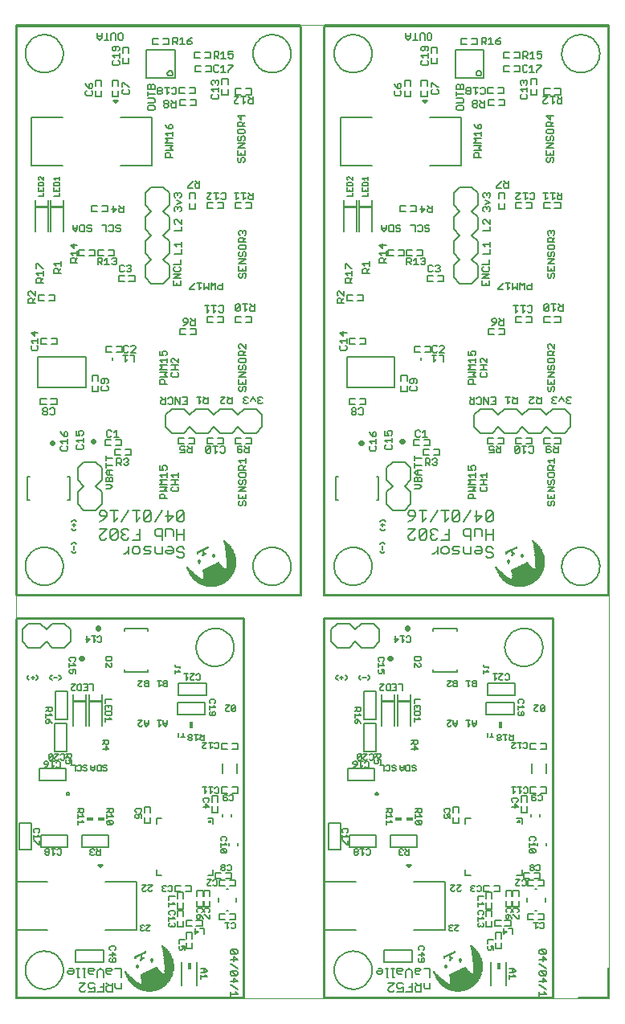
<source format=gto>
G75*
G70*
%OFA0B0*%
%FSLAX25Y25*%
%IPPOS*%
%LPD*%
%AMOC8*
5,1,8,0,0,1.08239X$1,22.5*
%
%ADD10R,0.03150X0.00030*%
%ADD107R,0.01260X0.00030*%
%ADD108R,0.06810X0.00030*%
%ADD11R,0.13110X0.00030*%
%ADD110R,0.10410X0.00030*%
%ADD112R,0.11370X0.00030*%
%ADD113R,0.10230X0.00030*%
%ADD114R,0.00900X0.00030*%
%ADD115R,0.10950X0.00030*%
%ADD123R,0.03000X0.01800*%
%ADD126R,0.04200X0.00030*%
%ADD127R,0.11850X0.00030*%
%ADD130R,0.13380X0.00030*%
%ADD131R,0.12600X0.00030*%
%ADD133R,0.11730X0.00030*%
%ADD135R,0.05040X0.00030*%
%ADD136R,0.09690X0.00030*%
%ADD138R,0.12630X0.00030*%
%ADD139R,0.04950X0.00030*%
%ADD14R,0.11910X0.00030*%
%ADD140R,0.02520X0.00030*%
%ADD142R,0.02130X0.00030*%
%ADD145R,0.09810X0.00030*%
%ADD146R,0.12540X0.00030*%
%ADD147C,0.02200*%
%ADD148R,0.03270X0.00030*%
%ADD151R,0.07080X0.00030*%
%ADD159R,0.07890X0.00030*%
%ADD16R,0.13320X0.00030*%
%ADD160R,0.03870X0.00030*%
%ADD164R,0.02100X0.00030*%
%ADD17R,0.03720X0.00030*%
%ADD173R,0.05670X0.00030*%
%ADD176R,0.05910X0.00030*%
%ADD182R,0.11760X0.00030*%
%ADD184R,0.12690X0.00030*%
%ADD185R,0.11700X0.00030*%
%ADD187R,0.06450X0.00030*%
%ADD19R,0.12510X0.00030*%
%ADD192R,0.03840X0.00030*%
%ADD198R,0.10770X0.00030*%
%ADD200R,0.05520X0.00030*%
%ADD202R,0.06480X0.00030*%
%ADD208R,0.03600X0.00030*%
%ADD21R,0.08610X0.00030*%
%ADD212R,0.04530X0.00030*%
%ADD213R,0.13950X0.00030*%
%ADD214R,0.08970X0.00030*%
%ADD216R,0.11490X0.00030*%
%ADD220R,0.01080X0.00030*%
%ADD221R,0.02340X0.00030*%
%ADD224R,0.02310X0.00030*%
%ADD230R,0.01380X0.00030*%
%ADD232R,0.07470X0.00030*%
%ADD24R,0.02670X0.00030*%
%ADD240R,0.02640X0.00030*%
%ADD242R,0.11310X0.00030*%
%ADD247R,0.11250X0.00030*%
%ADD249R,0.02040X0.00030*%
%ADD253R,0.11940X0.00030*%
%ADD254R,0.02910X0.00030*%
%ADD256R,0.13500X0.00030*%
%ADD258R,0.07620X0.00030*%
%ADD262R,0.03960X0.00030*%
%ADD263R,0.09990X0.00030*%
%ADD265R,0.08430X0.00030*%
%ADD27R,0.11880X0.00030*%
%ADD272R,0.01290X0.00030*%
%ADD279R,0.06780X0.00030*%
%ADD280R,0.14340X0.00030*%
%ADD281R,0.12810X0.00030*%
%ADD283R,0.08460X0.00030*%
%ADD286R,0.12900X0.00030*%
%ADD289R,0.03810X0.00030*%
%ADD292R,0.01710X0.00030*%
%ADD293R,0.01620X0.00030*%
%ADD295R,0.12300X0.00030*%
%ADD296R,0.12930X0.00030*%
%ADD298R,0.07380X0.00030*%
%ADD300R,0.03480X0.00030*%
%ADD301R,0.05700X0.00030*%
%ADD302R,0.11100X0.00030*%
%ADD304R,0.03240X0.00030*%
%ADD306R,0.03300X0.00030*%
%ADD312R,0.01350X0.00030*%
%ADD315R,0.08730X0.00030*%
%ADD316R,0.03750X0.00030*%
%ADD317R,0.12720X0.00030*%
%ADD319R,0.12270X0.00030*%
%ADD32R,0.01180X0.02760*%
%ADD323R,0.01410X0.00030*%
%ADD324R,0.04770X0.00030*%
%ADD326R,0.02460X0.00030*%
%ADD330R,0.01140X0.00030*%
%ADD334R,0.01740X0.00030*%
%ADD335R,0.11070X0.00030*%
%ADD336R,0.00870X0.00030*%
%ADD340R,0.04380X0.00030*%
%ADD341R,0.09090X0.00030*%
%ADD343R,0.00840X0.00030*%
%ADD348R,0.03450X0.00030*%
%ADD349R,0.11160X0.00030*%
%ADD35R,0.00960X0.00030*%
%ADD350R,0.00990X0.00030*%
%ADD352R,0.03210X0.00030*%
%ADD355R,0.10890X0.00030*%
%ADD359R,0.02700X0.00030*%
%ADD36R,0.01860X0.00030*%
%ADD360R,0.03570X0.00030*%
%ADD362R,0.12870X0.00030*%
%ADD364R,0.05130X0.00030*%
%ADD368R,0.02610X0.00030*%
%ADD369R,0.09330X0.00030*%
%ADD375R,0.12360X0.00030*%
%ADD377R,0.05880X0.00030*%
%ADD38R,0.12060X0.00030*%
%ADD380R,0.04290X0.00030*%
%ADD381R,0.12840X0.00030*%
%ADD383R,0.02400X0.00030*%
%ADD384R,0.08070X0.00030*%
%ADD387R,0.13350X0.00030*%
%ADD393R,0.02940X0.00030*%
%ADD394R,0.03360X0.00030*%
%ADD395R,0.13830X0.00030*%
%ADD397R,0.12210X0.00030*%
%ADD399R,0.03390X0.00030*%
%ADD401R,0.01470X0.00030*%
%ADD402R,0.12150X0.00030*%
%ADD403R,0.03540X0.00030*%
%ADD406R,0.05610X0.00030*%
%ADD409R,0.01680X0.00030*%
%ADD41R,0.11580X0.00030*%
%ADD410R,0.03030X0.00030*%
%ADD411R,0.12660X0.00030*%
%ADD413R,0.01770X0.00030*%
%ADD414R,0.03420X0.00030*%
%ADD415R,0.02970X0.00030*%
%ADD416R,0.11670X0.00030*%
%ADD424R,0.13080X0.00030*%
%ADD425R,0.14280X0.00030*%
%ADD429R,0.11550X0.00030*%
%ADD430R,0.02880X0.00030*%
%ADD433R,0.12030X0.00030*%
%ADD435R,0.12780X0.00030*%
%ADD436R,0.01800X0.03000*%
%ADD44R,0.02160X0.00030*%
%ADD441R,0.02070X0.00030*%
%ADD442R,0.04140X0.00030*%
%ADD449R,0.06660X0.00030*%
%ADD45R,0.02790X0.00030*%
%ADD450R,0.12990X0.00030*%
%ADD451R,0.09450X0.00030*%
%ADD454R,0.11430X0.00030*%
%ADD46R,0.13890X0.00030*%
%ADD460R,0.12420X0.00030*%
%ADD468R,0.07950X0.00030*%
%ADD471R,0.11460X0.00030*%
%ADD472R,0.10740X0.00030*%
%ADD474R,0.13140X0.00030*%
%ADD478R,0.13410X0.00030*%
%ADD484R,0.10830X0.00030*%
%ADD485R,0.06390X0.00030*%
%ADD487R,0.03000X0.00030*%
%ADD488R,0.04230X0.00030*%
%ADD490R,0.14070X0.00030*%
%ADD492R,0.08850X0.00030*%
%ADD493R,0.10860X0.00030*%
%ADD495R,0.12450X0.00030*%
%ADD499R,0.03180X0.00030*%
%ADD50R,0.02580X0.00030*%
%ADD500R,0.10530X0.00030*%
%ADD503R,0.01920X0.00030*%
%ADD509R,0.03330X0.00030*%
%ADD512R,0.06270X0.00030*%
%ADD514R,0.11520X0.00030*%
%ADD515R,0.14130X0.00030*%
%ADD517R,0.02220X0.00030*%
%ADD518R,0.01230X0.00030*%
%ADD520R,0.13200X0.00030*%
%ADD525R,0.13560X0.00030*%
%ADD529R,0.03120X0.00030*%
%ADD530R,0.02280X0.00030*%
%ADD532R,0.11400X0.00030*%
%ADD534R,0.12960X0.00030*%
%ADD535R,0.06300X0.00030*%
%ADD536R,0.03060X0.00030*%
%ADD537R,0.01200X0.00030*%
%ADD543R,0.05010X0.00030*%
%ADD548R,0.02010X0.00030*%
%ADD549R,0.02190X0.00030*%
%ADD55R,0.11010X0.00030*%
%ADD552R,0.01440X0.00030*%
%ADD553R,0.07800X0.00030*%
%ADD556R,0.01500X0.00030*%
%ADD557R,0.10110X0.00030*%
%ADD559R,0.02370X0.00030*%
%ADD56R,0.13260X0.00030*%
%ADD560R,0.07770X0.00030*%
%ADD561R,0.14010X0.00030*%
%ADD563R,0.14400X0.00030*%
%ADD565R,0.09900X0.00030*%
%ADD568R,0.02730X0.00030*%
%ADD569R,0.05430X0.00030*%
%ADD57R,0.01830X0.00030*%
%ADD577R,0.05220X0.00030*%
%ADD58R,0.00930X0.00030*%
%ADD580R,0.13650X0.00030*%
%ADD584R,0.11190X0.00030*%
%ADD586R,0.11040X0.00030*%
%ADD589R,0.06990X0.00030*%
%ADD593R,0.13770X0.00030*%
%ADD595R,0.03090X0.00030*%
%ADD600R,0.14220X0.00030*%
%ADD601R,0.12000X0.00030*%
%ADD602R,0.05250X0.00030*%
%ADD603R,0.10980X0.00030*%
%ADD604R,0.00810X0.00030*%
%ADD605R,0.12180X0.00030*%
%ADD613R,0.10800X0.00030*%
%ADD615R,0.04680X0.00030*%
%ADD618R,0.02490X0.00030*%
%ADD620R,0.01110X0.00030*%
%ADD621R,0.03510X0.00030*%
%ADD623R,0.12750X0.00030*%
%ADD624R,0.14520X0.00030*%
%ADD630R,0.03660X0.00030*%
%ADD631R,0.01560X0.00030*%
%ADD632R,0.12120X0.00030*%
%ADD634R,0.01590X0.00030*%
%ADD637R,0.02550X0.00030*%
%ADD638R,0.01020X0.00030*%
%ADD64R,0.07200X0.00030*%
%ADD640R,0.07140X0.00030*%
%ADD642R,0.04860X0.00030*%
%ADD646R,0.08190X0.00030*%
%ADD649R,0.01890X0.00030*%
%ADD65R,0.01050X0.00030*%
%ADD650R,0.12090X0.00030*%
%ADD651R,0.06210X0.00030*%
%ADD654R,0.05490X0.00030*%
%ADD655R,0.04050X0.00030*%
%ADD657R,0.11610X0.00030*%
%ADD658R,0.01170X0.00030*%
%ADD66R,0.11130X0.00030*%
%ADD661R,0.02760X0.00030*%
%ADD664R,0.13710X0.00030*%
%ADD666R,0.03630X0.00030*%
%ADD667R,0.11220X0.00030*%
%ADD669R,0.02850X0.00030*%
%ADD673R,0.13230X0.00030*%
%ADD676R,0.07500X0.00030*%
%ADD677R,0.06570X0.00030*%
%ADD678R,0.03690X0.00030*%
%ADD679C,0.00800*%
%ADD681R,0.09210X0.00030*%
%ADD682R,0.11640X0.00030*%
%ADD683R,0.04470X0.00030*%
%ADD684R,0.03780X0.00030*%
%ADD687R,0.08310X0.00030*%
%ADD688R,0.05790X0.00030*%
%ADD689R,0.01320X0.00030*%
%ADD693R,0.09570X0.00030*%
%ADD698R,0.12390X0.00030*%
%ADD702R,0.02430X0.00030*%
%ADD704R,0.10710X0.00030*%
%ADD706R,0.07710X0.00030*%
%ADD71R,0.10680X0.00030*%
%ADD712R,0.13170X0.00030*%
%ADD720R,0.06090X0.00030*%
%ADD721R,0.03930X0.00030*%
%ADD724R,0.10620X0.00030*%
%ADD725R,0.03900X0.00030*%
%ADD726R,0.01530X0.00030*%
%ADD729R,0.01800X0.00030*%
%ADD730R,0.02820X0.00030*%
%ADD742R,0.06630X0.00030*%
%ADD743R,0.05310X0.00030*%
%ADD744R,0.06870X0.00030*%
%ADD745R,0.01980X0.00030*%
%ADD746R,0.13290X0.00030*%
%ADD752R,0.08580X0.00030*%
%ADD754R,0.10920X0.00030*%
%ADD755R,0.11820X0.00030*%
%ADD758R,0.04590X0.00030*%
%ADD759R,0.11340X0.00030*%
%ADD76R,0.10320X0.00030*%
%ADD760R,0.02250X0.00030*%
%ADD763R,0.01650X0.00030*%
%ADD764R,0.05970X0.00030*%
%ADD768R,0.13050X0.00030*%
%ADD769R,0.12330X0.00030*%
%ADD772R,0.01950X0.00030*%
%ADD807R,0.00800X0.00800*%
%ADD83R,0.14460X0.00030*%
%ADD88R,0.07290X0.00030*%
%ADD89R,0.07590X0.00030*%
%ADD91R,0.11280X0.00030*%
%ADD92R,0.11970X0.00030*%
X0010000Y0010000D02*
G75*
%LPD*%
D679*
X0104490Y0167480D02*
X0104490Y0010000D01*
X0010000Y0010000D01*
X0010000Y0167480D01*
X0104490Y0167480D01*
X0100550Y0155660D02*
X0100530Y0155100D01*
X0100470Y0154550D01*
X0100370Y0154010D01*
X0100240Y0153470D01*
X0100060Y0152940D01*
X0099850Y0152430D01*
X0099610Y0151930D01*
X0099330Y0151450D01*
X0099010Y0150990D01*
X0098670Y0150550D01*
X0098290Y0150140D01*
X0097890Y0149760D01*
X0097460Y0149410D01*
X0097010Y0149090D01*
X0096530Y0148800D01*
X0096040Y0148540D01*
X0095530Y0148320D01*
X0095010Y0148140D01*
X0094470Y0148000D01*
X0093920Y0147890D01*
X0093370Y0147820D01*
X0092820Y0147790D01*
X0092260Y0147800D01*
X0091710Y0147850D01*
X0091160Y0147940D01*
X0090620Y0148060D01*
X0090090Y0148230D01*
X0089570Y0148430D01*
X0089070Y0148670D01*
X0088590Y0148940D01*
X0088120Y0149240D01*
X0087680Y0149580D01*
X0087260Y0149950D01*
X0086880Y0150350D01*
X0086510Y0150770D01*
X0086180Y0151220D01*
X0085890Y0151680D01*
X0085620Y0152170D01*
X0085400Y0152680D01*
X0085200Y0153200D01*
X0085050Y0153740D01*
X0084930Y0154280D01*
X0084850Y0154830D01*
X0084810Y0155380D01*
X0084810Y0155940D01*
X0084850Y0156490D01*
X0084930Y0157040D01*
X0085050Y0157580D01*
X0085200Y0158120D01*
X0085400Y0158640D01*
X0085620Y0159150D01*
X0085890Y0159640D01*
X0086180Y0160100D01*
X0086510Y0160550D01*
X0086880Y0160970D01*
X0087260Y0161370D01*
X0087680Y0161740D01*
X0088120Y0162080D01*
X0088590Y0162380D01*
X0089070Y0162650D01*
X0089570Y0162890D01*
X0090090Y0163090D01*
X0090620Y0163260D01*
X0091160Y0163380D01*
X0091710Y0163470D01*
X0092260Y0163520D01*
X0092820Y0163530D01*
X0093370Y0163500D01*
X0093920Y0163430D01*
X0094470Y0163320D01*
X0095010Y0163180D01*
X0095530Y0163000D01*
X0096040Y0162780D01*
X0096530Y0162520D01*
X0097010Y0162230D01*
X0097460Y0161910D01*
X0097890Y0161560D01*
X0098290Y0161180D01*
X0098670Y0160770D01*
X0099010Y0160330D01*
X0099330Y0159870D01*
X0099610Y0159390D01*
X0099850Y0158890D01*
X0100060Y0158380D01*
X0100240Y0157850D01*
X0100370Y0157310D01*
X0100470Y0156770D01*
X0100530Y0156220D01*
X0100550Y0155660D01*
X0029680Y0021810D02*
X0029660Y0021250D01*
X0029600Y0020700D01*
X0029500Y0020160D01*
X0029370Y0019620D01*
X0029190Y0019090D01*
X0028980Y0018580D01*
X0028740Y0018080D01*
X0028460Y0017600D01*
X0028140Y0017140D01*
X0027800Y0016700D01*
X0027420Y0016290D01*
X0027020Y0015910D01*
X0026590Y0015560D01*
X0026140Y0015240D01*
X0025660Y0014950D01*
X0025170Y0014690D01*
X0024660Y0014470D01*
X0024140Y0014290D01*
X0023600Y0014150D01*
X0023050Y0014040D01*
X0022500Y0013970D01*
X0021950Y0013940D01*
X0021390Y0013950D01*
X0020840Y0014000D01*
X0020290Y0014090D01*
X0019750Y0014210D01*
X0019220Y0014380D01*
X0018700Y0014580D01*
X0018200Y0014820D01*
X0017720Y0015090D01*
X0017250Y0015390D01*
X0016810Y0015730D01*
X0016390Y0016100D01*
X0016010Y0016500D01*
X0015640Y0016920D01*
X0015310Y0017370D01*
X0015020Y0017830D01*
X0014750Y0018320D01*
X0014530Y0018830D01*
X0014330Y0019350D01*
X0014180Y0019890D01*
X0014060Y0020430D01*
X0013980Y0020980D01*
X0013940Y0021530D01*
X0013940Y0022090D01*
X0013980Y0022640D01*
X0014060Y0023190D01*
X0014180Y0023730D01*
X0014330Y0024270D01*
X0014530Y0024790D01*
X0014750Y0025300D01*
X0015020Y0025790D01*
X0015310Y0026250D01*
X0015640Y0026700D01*
X0016010Y0027120D01*
X0016390Y0027520D01*
X0016810Y0027890D01*
X0017250Y0028230D01*
X0017720Y0028530D01*
X0018200Y0028800D01*
X0018700Y0029040D01*
X0019220Y0029240D01*
X0019750Y0029410D01*
X0020290Y0029530D01*
X0020840Y0029620D01*
X0021390Y0029670D01*
X0021950Y0029680D01*
X0022500Y0029650D01*
X0023050Y0029580D01*
X0023600Y0029470D01*
X0024140Y0029330D01*
X0024660Y0029150D01*
X0025170Y0028930D01*
X0025660Y0028670D01*
X0026140Y0028380D01*
X0026590Y0028060D01*
X0027020Y0027710D01*
X0027420Y0027330D01*
X0027800Y0026920D01*
X0028140Y0026480D01*
X0028460Y0026020D01*
X0028740Y0025540D01*
X0028980Y0025040D01*
X0029190Y0024530D01*
X0029370Y0024000D01*
X0029500Y0023460D01*
X0029600Y0022920D01*
X0029660Y0022370D01*
X0029680Y0021810D01*
D679*
X0048920Y0025500D02*
X0049340Y0025090D01*
X0051010Y0025090D01*
X0051420Y0025500D01*
X0051420Y0026340D01*
X0051010Y0026750D01*
X0050590Y0026750D01*
X0050170Y0026340D01*
X0050170Y0025090D01*
X0048920Y0025500D02*
X0048920Y0026340D01*
X0049340Y0026750D01*
X0050170Y0027570D02*
X0050170Y0029240D01*
X0051420Y0027990D01*
X0048920Y0027990D01*
X0049340Y0030060D02*
X0048920Y0030470D01*
X0048920Y0031310D01*
X0049340Y0031730D01*
X0051010Y0031730D01*
X0051420Y0031310D01*
X0051420Y0030470D01*
X0051010Y0030060D01*
X0061650Y0038520D02*
X0061650Y0038940D01*
X0062070Y0039350D01*
X0061650Y0039770D01*
X0061650Y0040190D01*
X0062070Y0040600D01*
X0062900Y0040600D01*
X0063320Y0040190D01*
X0064140Y0040600D02*
X0065810Y0040600D01*
X0064140Y0038940D01*
X0064140Y0038520D01*
X0064550Y0038100D01*
X0065390Y0038100D01*
X0065810Y0038520D01*
X0063320Y0038520D02*
X0062900Y0038100D01*
X0062070Y0038100D01*
X0061650Y0038520D01*
X0062070Y0039350D02*
X0062490Y0039350D01*
X0073530Y0040140D02*
X0073530Y0040980D01*
X0073950Y0041390D01*
X0073530Y0042210D02*
X0073530Y0043880D01*
X0073530Y0043050D02*
X0076040Y0043050D01*
X0075200Y0043880D01*
X0075620Y0044700D02*
X0076040Y0045110D01*
X0076040Y0045950D01*
X0075620Y0046370D01*
X0073950Y0046370D01*
X0073530Y0045950D01*
X0073530Y0045110D01*
X0073950Y0044700D01*
X0075620Y0041390D02*
X0076040Y0040980D01*
X0076040Y0040140D01*
X0075620Y0039730D01*
X0075200Y0039730D01*
X0074780Y0040140D01*
X0074370Y0039730D01*
X0073950Y0039730D01*
X0073530Y0040140D01*
X0074780Y0040140D02*
X0074780Y0040560D01*
X0077640Y0034460D02*
X0080140Y0034460D01*
X0080140Y0031970D02*
X0078890Y0031970D01*
X0079300Y0031140D01*
X0079300Y0030720D01*
X0078890Y0030310D01*
X0078050Y0030310D01*
X0077640Y0030720D01*
X0077640Y0031560D01*
X0078050Y0031970D01*
X0077640Y0032790D02*
X0077640Y0034460D01*
X0080140Y0031970D02*
X0080140Y0030310D01*
X0084380Y0036670D02*
X0085630Y0037920D01*
X0083960Y0037920D01*
X0084380Y0039170D02*
X0084380Y0036670D01*
X0086440Y0039170D02*
X0088110Y0039170D01*
X0088110Y0036670D01*
X0087670Y0043190D02*
X0087250Y0044030D01*
X0086420Y0044860D01*
X0086420Y0043610D01*
X0086000Y0043190D01*
X0085580Y0043190D01*
X0085170Y0043610D01*
X0085170Y0044440D01*
X0085580Y0044860D01*
X0086420Y0044860D01*
X0087250Y0045680D02*
X0087670Y0046090D01*
X0087670Y0046930D01*
X0087250Y0047350D01*
X0085580Y0047350D01*
X0085170Y0046930D01*
X0085170Y0046090D01*
X0085580Y0045680D01*
X0088040Y0046090D02*
X0088460Y0045680D01*
X0088040Y0046090D02*
X0088040Y0046930D01*
X0088460Y0047350D01*
X0090130Y0047350D01*
X0090540Y0046930D01*
X0090540Y0046090D01*
X0090130Y0045680D01*
X0090540Y0044860D02*
X0090540Y0043190D01*
X0090130Y0043190D01*
X0088460Y0044860D01*
X0088040Y0044860D01*
X0096810Y0041510D02*
X0098480Y0041510D01*
X0097650Y0041510D02*
X0097650Y0039010D01*
X0098480Y0039840D01*
X0099300Y0039420D02*
X0099720Y0039010D01*
X0100550Y0039010D01*
X0100970Y0039420D01*
X0100970Y0041090D01*
X0100550Y0041510D01*
X0099720Y0041510D01*
X0099300Y0041090D01*
X0093100Y0056820D02*
X0093510Y0057240D01*
X0093510Y0058900D01*
X0093100Y0059320D01*
X0092260Y0059320D01*
X0091850Y0058900D01*
X0091030Y0059320D02*
X0089360Y0057650D01*
X0089360Y0057240D01*
X0089780Y0056820D01*
X0090610Y0056820D01*
X0091030Y0057240D01*
X0091850Y0057240D02*
X0092260Y0056820D01*
X0093100Y0056820D01*
X0091030Y0059320D02*
X0089360Y0059320D01*
X0095180Y0063500D02*
X0095600Y0063080D01*
X0096440Y0063080D01*
X0096850Y0063500D01*
X0096850Y0063920D01*
X0096440Y0064330D01*
X0095600Y0064330D01*
X0095180Y0064750D01*
X0095180Y0065170D01*
X0095600Y0065590D01*
X0096440Y0065590D01*
X0096850Y0065170D01*
X0096850Y0064750D01*
X0096440Y0064330D01*
X0095600Y0064330D02*
X0095180Y0063920D01*
X0095180Y0063500D01*
X0097670Y0063500D02*
X0098090Y0063080D01*
X0098920Y0063080D01*
X0099340Y0063500D01*
X0099340Y0065170D01*
X0098920Y0065590D01*
X0098090Y0065590D01*
X0097670Y0065170D01*
X0097110Y0070350D02*
X0095440Y0072020D01*
X0095030Y0071610D01*
X0095030Y0070770D01*
X0095440Y0070350D01*
X0097110Y0070350D01*
X0097530Y0070770D01*
X0097530Y0071610D01*
X0097110Y0072020D01*
X0095440Y0072020D01*
X0095030Y0072840D02*
X0095030Y0074510D01*
X0095030Y0073670D02*
X0097530Y0073670D01*
X0096700Y0074510D01*
X0097110Y0075330D02*
X0097530Y0075740D01*
X0097530Y0076580D01*
X0097110Y0076990D01*
X0095440Y0076990D01*
X0095030Y0076580D01*
X0095030Y0075740D01*
X0095440Y0075330D01*
X0090150Y0089500D02*
X0088890Y0090750D01*
X0088890Y0089090D01*
X0087640Y0089500D02*
X0090150Y0089500D01*
X0089730Y0091570D02*
X0090150Y0091990D01*
X0090150Y0092820D01*
X0089730Y0093240D01*
X0088060Y0093240D01*
X0087640Y0092820D01*
X0087640Y0091990D01*
X0088060Y0091570D01*
X0088410Y0095170D02*
X0088410Y0097670D01*
X0089240Y0097670D02*
X0087570Y0097670D01*
X0089240Y0096010D02*
X0088410Y0095170D01*
X0090890Y0095170D02*
X0090890Y0097670D01*
X0090060Y0097670D02*
X0091730Y0097670D01*
X0092550Y0097260D02*
X0092960Y0097670D01*
X0093800Y0097670D01*
X0094210Y0097260D01*
X0094210Y0095590D01*
X0093800Y0095170D01*
X0092960Y0095170D01*
X0092550Y0095590D01*
X0091730Y0096010D02*
X0090890Y0095170D01*
X0096040Y0094150D02*
X0096040Y0092480D01*
X0096460Y0092070D01*
X0097290Y0092070D01*
X0097710Y0092480D01*
X0097710Y0092900D01*
X0097290Y0093320D01*
X0096040Y0093320D01*
X0096040Y0094150D02*
X0096460Y0094570D01*
X0097290Y0094570D01*
X0097710Y0094150D01*
X0098530Y0094150D02*
X0098950Y0094570D01*
X0099780Y0094570D01*
X0100200Y0094150D01*
X0100200Y0092480D01*
X0099780Y0092070D01*
X0098950Y0092070D01*
X0098530Y0092480D01*
X0093720Y0113720D02*
X0094140Y0114140D01*
X0094140Y0115810D01*
X0093720Y0116230D01*
X0092890Y0116230D01*
X0092470Y0115810D01*
X0091650Y0116230D02*
X0089980Y0116230D01*
X0089170Y0116230D02*
X0087500Y0114560D01*
X0087500Y0114140D01*
X0087910Y0113720D01*
X0088750Y0113720D01*
X0089170Y0114140D01*
X0090820Y0113720D02*
X0090820Y0116230D01*
X0089170Y0116230D02*
X0087500Y0116230D01*
X0086950Y0116990D02*
X0088200Y0116990D01*
X0088200Y0119490D01*
X0088200Y0118660D02*
X0086950Y0118660D01*
X0086530Y0118240D01*
X0086530Y0117410D01*
X0086950Y0116990D01*
X0085720Y0117830D02*
X0084880Y0116990D01*
X0084880Y0119490D01*
X0084050Y0119490D02*
X0085720Y0119490D01*
X0086530Y0119490D02*
X0087370Y0118660D01*
X0083230Y0118660D02*
X0082810Y0118240D01*
X0081980Y0118240D01*
X0081560Y0118660D01*
X0081560Y0119080D01*
X0081980Y0119490D01*
X0082810Y0119490D01*
X0083230Y0119080D01*
X0083230Y0118660D01*
X0082810Y0118240D02*
X0083230Y0117830D01*
X0083230Y0117410D01*
X0082810Y0116990D01*
X0081980Y0116990D01*
X0081560Y0117410D01*
X0081560Y0117830D01*
X0081980Y0118240D01*
X0090820Y0113720D02*
X0091650Y0114560D01*
X0092470Y0114140D02*
X0092890Y0113720D01*
X0093720Y0113720D01*
X0092350Y0127370D02*
X0092770Y0127780D01*
X0092770Y0128620D01*
X0092350Y0129030D01*
X0091930Y0129030D01*
X0091520Y0128620D01*
X0091520Y0127370D01*
X0092350Y0127370D02*
X0090680Y0127370D01*
X0090260Y0127780D01*
X0090260Y0128620D01*
X0090680Y0129030D01*
X0090260Y0129850D02*
X0090260Y0131520D01*
X0090260Y0130690D02*
X0092770Y0130690D01*
X0091930Y0131520D01*
X0092350Y0132340D02*
X0092770Y0132760D01*
X0092770Y0133590D01*
X0092350Y0134010D01*
X0090680Y0134010D01*
X0090260Y0133590D01*
X0090260Y0132760D01*
X0090680Y0132340D01*
X0097080Y0131720D02*
X0098750Y0131720D01*
X0097080Y0130050D01*
X0097080Y0129630D01*
X0097500Y0129220D01*
X0098340Y0129220D01*
X0098750Y0129630D01*
X0099570Y0129630D02*
X0101240Y0131300D01*
X0100820Y0131720D01*
X0099990Y0131720D01*
X0099570Y0131300D01*
X0099570Y0129630D01*
X0099990Y0129220D01*
X0100820Y0129220D01*
X0101240Y0129630D01*
X0101240Y0131300D01*
X0086550Y0142640D02*
X0086550Y0144310D01*
X0086140Y0144730D01*
X0085300Y0144730D01*
X0084890Y0144310D01*
X0084070Y0144730D02*
X0082400Y0143060D01*
X0082400Y0142640D01*
X0082820Y0142230D01*
X0083650Y0142230D01*
X0084070Y0142640D01*
X0084890Y0142640D02*
X0085300Y0142230D01*
X0086140Y0142230D01*
X0086550Y0142640D01*
X0084070Y0144730D02*
X0082400Y0144730D01*
X0081580Y0144730D02*
X0079910Y0144730D01*
X0080750Y0144730D02*
X0080750Y0142230D01*
X0081580Y0143060D01*
X0072890Y0141950D02*
X0071640Y0141950D01*
X0071220Y0141540D01*
X0071220Y0141120D01*
X0071640Y0140700D01*
X0072890Y0140700D01*
X0072890Y0141950D02*
X0072890Y0139450D01*
X0071640Y0139450D01*
X0071220Y0139870D01*
X0071220Y0140290D01*
X0071640Y0140700D01*
X0070410Y0140290D02*
X0069570Y0139450D01*
X0069570Y0141950D01*
X0068740Y0141950D02*
X0070410Y0141950D01*
X0065020Y0141950D02*
X0063770Y0141950D01*
X0063350Y0141540D01*
X0063350Y0141120D01*
X0063770Y0140700D01*
X0065020Y0140700D01*
X0065020Y0141950D02*
X0065020Y0139450D01*
X0063770Y0139450D01*
X0063350Y0139870D01*
X0063350Y0140290D01*
X0063770Y0140700D01*
X0062530Y0139870D02*
X0062110Y0139450D01*
X0061280Y0139450D01*
X0060860Y0139870D01*
X0060860Y0140290D01*
X0062530Y0141950D01*
X0060860Y0141950D01*
X0049850Y0147970D02*
X0049850Y0148810D01*
X0049440Y0149220D01*
X0049440Y0150040D02*
X0049850Y0150460D01*
X0049850Y0151710D01*
X0047350Y0151710D01*
X0047350Y0150460D01*
X0047770Y0150040D01*
X0049440Y0150040D01*
X0049850Y0147970D02*
X0049440Y0147560D01*
X0049020Y0147560D01*
X0047350Y0149220D01*
X0047350Y0147560D01*
X0042160Y0140340D02*
X0040490Y0140340D01*
X0039670Y0140340D02*
X0038000Y0140340D01*
X0037180Y0140340D02*
X0035930Y0140340D01*
X0035520Y0139930D01*
X0035520Y0138260D01*
X0035930Y0137840D01*
X0037180Y0137840D01*
X0037180Y0140340D01*
X0038840Y0139090D02*
X0039670Y0139090D01*
X0039670Y0137840D02*
X0039670Y0140340D01*
X0042160Y0140340D02*
X0042160Y0137840D01*
X0039670Y0137840D02*
X0038000Y0137840D01*
X0034700Y0138260D02*
X0034280Y0137840D01*
X0033450Y0137840D01*
X0033030Y0138260D01*
X0033030Y0138670D01*
X0034700Y0140340D01*
X0033030Y0140340D01*
X0032660Y0144950D02*
X0032240Y0145370D01*
X0032240Y0146200D01*
X0032660Y0146620D01*
X0033490Y0146620D02*
X0033910Y0145790D01*
X0033910Y0145370D01*
X0033490Y0144950D01*
X0032660Y0144950D01*
X0033490Y0146620D02*
X0034740Y0146620D01*
X0034740Y0144950D01*
X0034740Y0148270D02*
X0032240Y0148270D01*
X0032240Y0147440D02*
X0032240Y0149110D01*
X0032660Y0149920D02*
X0032240Y0150340D01*
X0032240Y0151170D01*
X0032660Y0151590D01*
X0034330Y0151590D01*
X0034740Y0151170D01*
X0034740Y0150340D01*
X0034330Y0149920D01*
X0033910Y0149110D02*
X0034740Y0148270D01*
X0028620Y0143480D02*
X0028620Y0142740D01*
X0027880Y0142010D01*
X0027150Y0143110D02*
X0025680Y0143110D01*
X0024940Y0142010D02*
X0024200Y0142740D01*
X0024200Y0143480D01*
X0024940Y0144210D01*
X0027880Y0144210D02*
X0028620Y0143480D01*
X0019220Y0143580D02*
X0019220Y0142840D01*
X0018480Y0142110D01*
X0017750Y0143210D02*
X0016280Y0143210D01*
X0017010Y0142480D02*
X0017010Y0143940D01*
X0015540Y0144310D02*
X0014800Y0143580D01*
X0014800Y0142840D01*
X0015540Y0142110D01*
X0018480Y0144310D02*
X0019220Y0143580D01*
X0022490Y0130680D02*
X0024990Y0130680D01*
X0024990Y0129430D01*
X0024580Y0129010D01*
X0023740Y0129010D01*
X0023330Y0129430D01*
X0023330Y0130680D01*
X0023330Y0129850D02*
X0022490Y0129010D01*
X0022490Y0128200D02*
X0022490Y0126530D01*
X0022490Y0127360D02*
X0024990Y0127360D01*
X0024160Y0128200D01*
X0023740Y0125710D02*
X0023740Y0124460D01*
X0023330Y0124040D01*
X0022910Y0124040D01*
X0022490Y0124460D01*
X0022490Y0125290D01*
X0022910Y0125710D01*
X0023740Y0125710D01*
X0024580Y0124880D01*
X0024990Y0124040D01*
X0024840Y0111420D02*
X0025260Y0111000D01*
X0023590Y0109330D01*
X0023590Y0111000D01*
X0024010Y0111420D01*
X0024840Y0111420D01*
X0025260Y0111000D02*
X0025260Y0109330D01*
X0024840Y0108910D01*
X0024010Y0108910D01*
X0023590Y0109330D01*
X0023060Y0108350D02*
X0023480Y0107930D01*
X0023480Y0107100D01*
X0022230Y0107100D01*
X0021810Y0107520D01*
X0021810Y0107930D01*
X0022230Y0108350D01*
X0023060Y0108350D01*
X0024300Y0108350D02*
X0025960Y0108350D01*
X0026490Y0108910D02*
X0027330Y0108910D01*
X0027740Y0109330D01*
X0028560Y0109330D02*
X0028980Y0108910D01*
X0029810Y0108910D01*
X0030230Y0109330D01*
X0030230Y0111000D01*
X0029810Y0111420D01*
X0028980Y0111420D01*
X0028560Y0111000D01*
X0027740Y0111420D02*
X0026080Y0109750D01*
X0026080Y0109330D01*
X0026490Y0108910D01*
X0027200Y0108350D02*
X0026780Y0107930D01*
X0027200Y0108350D02*
X0028030Y0108350D01*
X0028450Y0107930D01*
X0028450Y0106270D01*
X0028030Y0105850D01*
X0027200Y0105850D01*
X0026780Y0106270D01*
X0025960Y0106680D02*
X0025130Y0105850D01*
X0025130Y0108350D01*
X0023480Y0107100D02*
X0022640Y0106270D01*
X0021810Y0105850D01*
X0026080Y0111420D02*
X0027740Y0111420D01*
X0030720Y0111630D02*
X0033220Y0111630D01*
X0033220Y0110380D01*
X0032810Y0109960D01*
X0031970Y0109960D01*
X0031560Y0110380D01*
X0031560Y0111630D01*
X0031560Y0110800D02*
X0030720Y0109960D01*
X0031140Y0109150D02*
X0030720Y0108730D01*
X0030720Y0107890D01*
X0031140Y0107480D01*
X0031970Y0107480D01*
X0032390Y0107890D01*
X0032390Y0108310D01*
X0031970Y0109150D01*
X0033220Y0109150D01*
X0033220Y0107480D01*
X0032920Y0106910D02*
X0034590Y0106910D01*
X0034590Y0104410D01*
X0035400Y0104830D02*
X0035820Y0104410D01*
X0036650Y0104410D01*
X0037070Y0104830D01*
X0037070Y0106500D01*
X0036650Y0106910D01*
X0035820Y0106910D01*
X0035400Y0106500D01*
X0037890Y0106500D02*
X0038310Y0106910D01*
X0039140Y0106910D01*
X0039560Y0106500D01*
X0039140Y0105660D02*
X0038310Y0105660D01*
X0037890Y0106080D01*
X0037890Y0106500D01*
X0039140Y0105660D02*
X0039560Y0105250D01*
X0039560Y0104830D01*
X0039140Y0104410D01*
X0038310Y0104410D01*
X0037890Y0104830D01*
X0041180Y0105250D02*
X0041180Y0106910D01*
X0041180Y0105660D02*
X0042850Y0105660D01*
X0042850Y0105250D02*
X0042020Y0104410D01*
X0041180Y0105250D01*
X0042850Y0105250D02*
X0042850Y0106910D01*
X0043670Y0106500D02*
X0043670Y0104830D01*
X0044090Y0104410D01*
X0045340Y0104410D01*
X0045340Y0106910D01*
X0044090Y0106910D01*
X0043670Y0106500D01*
X0046160Y0106500D02*
X0046570Y0106910D01*
X0047410Y0106910D01*
X0047830Y0106500D01*
X0047410Y0105660D02*
X0046570Y0105660D01*
X0046160Y0106080D01*
X0046160Y0106500D01*
X0047410Y0105660D02*
X0047830Y0105250D01*
X0047830Y0104830D01*
X0047410Y0104410D01*
X0046570Y0104410D01*
X0046160Y0104830D01*
X0047270Y0113020D02*
X0047270Y0114690D01*
X0048520Y0113440D01*
X0046010Y0113440D01*
X0046010Y0115510D02*
X0046850Y0116340D01*
X0046850Y0115920D02*
X0046850Y0117170D01*
X0046010Y0117170D02*
X0048520Y0117170D01*
X0048520Y0115920D01*
X0048100Y0115510D01*
X0047270Y0115510D01*
X0046850Y0115920D01*
X0047200Y0124860D02*
X0047200Y0126530D01*
X0047200Y0125700D02*
X0049710Y0125700D01*
X0048870Y0126530D01*
X0049290Y0127350D02*
X0049710Y0127770D01*
X0049710Y0129020D01*
X0047200Y0129020D01*
X0047200Y0127770D01*
X0047620Y0127350D01*
X0049290Y0127350D01*
X0049710Y0129830D02*
X0049710Y0131500D01*
X0047200Y0131500D01*
X0047200Y0129830D01*
X0048450Y0130670D02*
X0048450Y0131500D01*
X0047200Y0132320D02*
X0047200Y0133990D01*
X0049710Y0133990D01*
X0060860Y0125420D02*
X0062530Y0125420D01*
X0060860Y0123750D01*
X0060860Y0123330D01*
X0061280Y0122920D01*
X0062110Y0122920D01*
X0062530Y0123330D01*
X0063350Y0123750D02*
X0063350Y0125420D01*
X0063350Y0124170D02*
X0065020Y0124170D01*
X0065020Y0123750D02*
X0065020Y0125420D01*
X0065020Y0123750D02*
X0064180Y0122920D01*
X0063350Y0123750D01*
X0068740Y0125420D02*
X0070410Y0125420D01*
X0071220Y0125420D02*
X0071220Y0123750D01*
X0072060Y0122920D01*
X0072890Y0123750D01*
X0072890Y0125420D01*
X0072890Y0124170D02*
X0071220Y0124170D01*
X0070410Y0123750D02*
X0069570Y0122920D01*
X0069570Y0125420D01*
X0045160Y0157840D02*
X0045580Y0158260D01*
X0045580Y0159930D01*
X0045160Y0160350D01*
X0044330Y0160350D01*
X0043910Y0159930D01*
X0043090Y0160350D02*
X0041430Y0160350D01*
X0042260Y0160350D02*
X0042260Y0157840D01*
X0043090Y0158680D01*
X0043910Y0158260D02*
X0044330Y0157840D01*
X0045160Y0157840D01*
X0040610Y0159100D02*
X0038940Y0159100D01*
X0039360Y0160350D02*
X0039360Y0157840D01*
X0040610Y0159100D01*
X0038100Y0088900D02*
X0038100Y0087650D01*
X0037680Y0087240D01*
X0036850Y0087240D01*
X0036430Y0087650D01*
X0036430Y0088900D01*
X0036430Y0088070D02*
X0035600Y0087240D01*
X0035600Y0086420D02*
X0035600Y0084750D01*
X0035600Y0083930D02*
X0035600Y0082260D01*
X0035600Y0083100D02*
X0038100Y0083100D01*
X0037260Y0083930D01*
X0038100Y0085580D02*
X0037260Y0086420D01*
X0038100Y0085580D02*
X0035600Y0085580D01*
X0035600Y0088900D02*
X0038100Y0088900D01*
X0047790Y0088900D02*
X0050290Y0088900D01*
X0050290Y0087650D01*
X0049870Y0087240D01*
X0049040Y0087240D01*
X0048620Y0087650D01*
X0048620Y0088900D01*
X0048620Y0088070D02*
X0047790Y0087240D01*
X0047790Y0086420D02*
X0047790Y0084750D01*
X0047790Y0085580D02*
X0050290Y0085580D01*
X0049460Y0086420D01*
X0049870Y0083930D02*
X0050290Y0083520D01*
X0050290Y0082680D01*
X0049870Y0082260D01*
X0048210Y0083930D01*
X0047790Y0083520D01*
X0047790Y0082680D01*
X0048210Y0082260D01*
X0049870Y0082260D01*
X0049870Y0083930D02*
X0048210Y0083930D01*
X0059510Y0085200D02*
X0059510Y0086030D01*
X0059930Y0086450D01*
X0059930Y0087270D02*
X0059510Y0087690D01*
X0059510Y0088520D01*
X0059930Y0088940D01*
X0061600Y0088940D01*
X0062010Y0088520D01*
X0062010Y0087690D01*
X0061600Y0087270D01*
X0062010Y0086450D02*
X0060760Y0086450D01*
X0061180Y0085620D01*
X0061180Y0085200D01*
X0060760Y0084780D01*
X0059930Y0084780D01*
X0059510Y0085200D01*
X0062010Y0084780D02*
X0062010Y0086450D01*
X0045070Y0072020D02*
X0045070Y0069520D01*
X0043820Y0069520D01*
X0043400Y0069940D01*
X0043400Y0070770D01*
X0043820Y0071190D01*
X0045070Y0071190D01*
X0044240Y0071190D02*
X0043400Y0072020D01*
X0042590Y0071610D02*
X0042170Y0072020D01*
X0041340Y0072020D01*
X0040920Y0071610D01*
X0040920Y0071190D01*
X0041340Y0070770D01*
X0041750Y0070770D01*
X0041340Y0070770D02*
X0040920Y0070360D01*
X0040920Y0069940D01*
X0041340Y0069520D01*
X0042170Y0069520D01*
X0042590Y0069940D01*
X0028860Y0070020D02*
X0028860Y0071690D01*
X0028440Y0072100D01*
X0027610Y0072100D01*
X0027190Y0071690D01*
X0026380Y0072100D02*
X0024710Y0072100D01*
X0025540Y0072100D02*
X0025540Y0069600D01*
X0026380Y0070440D01*
X0027190Y0070020D02*
X0027610Y0069600D01*
X0028440Y0069600D01*
X0028860Y0070020D01*
X0023890Y0070020D02*
X0023890Y0070440D01*
X0023470Y0070850D01*
X0022640Y0070850D01*
X0022220Y0071270D01*
X0022220Y0071690D01*
X0022640Y0072100D01*
X0023470Y0072100D01*
X0023890Y0071690D01*
X0023890Y0071270D01*
X0023470Y0070850D01*
X0022640Y0070850D02*
X0022220Y0070440D01*
X0022220Y0070020D01*
X0022640Y0069600D01*
X0023470Y0069600D01*
X0023890Y0070020D01*
X0019760Y0073760D02*
X0019340Y0073760D01*
X0017670Y0075430D01*
X0017260Y0075430D01*
X0017260Y0076250D02*
X0017260Y0077920D01*
X0017260Y0077080D02*
X0019760Y0077080D01*
X0018930Y0077920D01*
X0019340Y0078730D02*
X0019760Y0079150D01*
X0019760Y0079990D01*
X0019340Y0080400D01*
X0017670Y0080400D01*
X0017260Y0079990D01*
X0017260Y0079150D01*
X0017670Y0078730D01*
X0019760Y0075430D02*
X0019760Y0073760D01*
X0062440Y0057140D02*
X0064110Y0057140D01*
X0062440Y0055470D01*
X0062440Y0055050D01*
X0062860Y0054640D01*
X0063690Y0054640D01*
X0064110Y0055050D01*
X0064920Y0055050D02*
X0065340Y0054640D01*
X0066180Y0054640D01*
X0066590Y0055050D01*
X0064920Y0055050D02*
X0064920Y0055470D01*
X0066590Y0057140D01*
X0064920Y0057140D01*
X0070730Y0056500D02*
X0071150Y0056910D01*
X0071980Y0056910D01*
X0072400Y0056500D01*
X0073220Y0056500D02*
X0073630Y0056910D01*
X0074470Y0056910D01*
X0074880Y0056500D01*
X0074880Y0054830D01*
X0074470Y0054410D01*
X0073630Y0054410D01*
X0073220Y0054830D01*
X0072400Y0054830D02*
X0071980Y0054410D01*
X0071150Y0054410D01*
X0070730Y0054830D01*
X0070730Y0055250D01*
X0071150Y0055660D01*
X0070730Y0056080D01*
X0070730Y0056500D01*
X0071150Y0055660D02*
X0071560Y0055660D01*
X0073530Y0052340D02*
X0076040Y0052340D01*
X0073530Y0052340D02*
X0073530Y0050670D01*
X0073530Y0049850D02*
X0073530Y0048190D01*
X0073530Y0049020D02*
X0076040Y0049020D01*
X0075200Y0049850D01*
X0086770Y0022460D02*
X0088440Y0022460D01*
X0089270Y0021630D01*
X0088440Y0020790D01*
X0086770Y0020790D01*
X0086770Y0019970D02*
X0086770Y0018310D01*
X0086770Y0019140D02*
X0089270Y0019140D01*
X0088440Y0019970D01*
X0088020Y0020790D02*
X0088020Y0022460D01*
D807*
X0070680Y0031890D03*
X0055290Y0021150D03*
D807*
X0055320Y0021090D03*
X0055350Y0021060D03*
X0059520Y0026760D03*
X0070710Y0031860D03*
D807*
X0070740Y0031830D03*
D807*
X0070770Y0031800D03*
X0063840Y0029310D03*
X0059550Y0026790D03*
X0060450Y0023910D03*
X0055380Y0021000D03*
X0068340Y0022860D03*
D807*
X0061910Y0026040D03*
X0055430Y0020940D03*
X0055400Y0020970D03*
X0070790Y0031770D03*
D807*
X0070820Y0031740D03*
X0059570Y0026820D03*
D807*
X0061980Y0026100D03*
X0060450Y0022680D03*
X0070830Y0031710D03*
D807*
X0070860Y0031680D03*
X0063780Y0029250D03*
X0062010Y0026130D03*
X0059610Y0026850D03*
X0055530Y0020760D03*
X0068280Y0022800D03*
D807*
X0070880Y0031650D03*
X0055550Y0020730D03*
D807*
X0055560Y0020700D03*
X0060450Y0023880D03*
X0063750Y0029220D03*
X0070920Y0031620D03*
D807*
X0070940Y0031590D03*
D807*
X0070970Y0031560D03*
X0063740Y0029190D03*
X0059660Y0026910D03*
X0055640Y0020580D03*
X0055670Y0020550D03*
D807*
X0055680Y0020520D03*
X0062130Y0026220D03*
X0068250Y0022740D03*
X0070980Y0031530D03*
D807*
X0071010Y0031500D03*
X0066360Y0025260D03*
X0068220Y0022710D03*
X0062160Y0026250D03*
X0059670Y0026940D03*
X0055710Y0020460D03*
D807*
X0055760Y0020400D03*
X0060440Y0022740D03*
X0062210Y0026280D03*
X0071030Y0031470D03*
X0071060Y0031440D03*
D807*
X0071090Y0031410D03*
X0062240Y0027030D03*
X0062240Y0027000D03*
X0062210Y0027060D03*
X0062210Y0027090D03*
X0062180Y0027120D03*
X0062180Y0027150D03*
X0062150Y0027180D03*
X0062150Y0027210D03*
X0062120Y0027240D03*
X0062120Y0027270D03*
X0062090Y0027300D03*
X0062090Y0027330D03*
X0062060Y0027360D03*
X0062060Y0027390D03*
X0062030Y0027420D03*
X0062030Y0027450D03*
X0062000Y0027480D03*
X0062000Y0027510D03*
X0061970Y0027570D03*
X0061940Y0027630D03*
X0061940Y0027660D03*
X0062240Y0026310D03*
X0060440Y0023820D03*
X0055820Y0020310D03*
X0068210Y0022680D03*
D807*
X0066360Y0025290D03*
X0066360Y0026340D03*
X0060450Y0022770D03*
X0055830Y0020280D03*
X0071100Y0031380D03*
D807*
X0071120Y0031350D03*
D807*
X0071150Y0031320D03*
X0066380Y0026310D03*
X0063620Y0029070D03*
X0062360Y0026910D03*
X0062330Y0026370D03*
X0060440Y0022800D03*
X0055910Y0020190D03*
D604*
X0055920Y0020160D03*
X0055950Y0020130D03*
X0060450Y0023760D03*
X0059760Y0027030D03*
X0071160Y0031290D03*
D343*
X0071180Y0031260D03*
X0066380Y0026280D03*
X0066380Y0025350D03*
X0068180Y0022620D03*
X0062360Y0026400D03*
X0060440Y0022830D03*
D336*
X0056010Y0020040D03*
X0071220Y0031230D03*
D114*
X0071240Y0031200D03*
X0066380Y0026250D03*
X0066380Y0025380D03*
X0062390Y0026430D03*
X0060440Y0023730D03*
X0060440Y0022860D03*
X0056030Y0020010D03*
D58*
X0056040Y0019980D03*
X0056070Y0019950D03*
X0060450Y0023700D03*
X0062430Y0026460D03*
X0062460Y0026850D03*
X0063570Y0029010D03*
X0068130Y0022590D03*
X0071250Y0031170D03*
D35*
X0071270Y0031140D03*
X0066380Y0026220D03*
X0066380Y0025410D03*
X0060440Y0022890D03*
X0056090Y0019920D03*
X0059810Y0027090D03*
D638*
X0059840Y0027120D03*
X0060440Y0022920D03*
X0056150Y0019830D03*
X0071300Y0031110D03*
D65*
X0071310Y0031080D03*
X0066360Y0026160D03*
X0066360Y0025470D03*
X0063540Y0028980D03*
X0060450Y0023640D03*
X0060450Y0022950D03*
X0056190Y0019770D03*
X0056160Y0019800D03*
D220*
X0056210Y0019740D03*
X0060440Y0022980D03*
X0060440Y0023610D03*
X0062510Y0026520D03*
X0062570Y0026790D03*
X0066380Y0026130D03*
X0066380Y0025500D03*
X0071360Y0031020D03*
X0071330Y0031050D03*
D620*
X0071370Y0030990D03*
X0066360Y0026100D03*
X0066360Y0025530D03*
X0068100Y0022530D03*
X0062550Y0026550D03*
X0063510Y0028950D03*
X0060450Y0023580D03*
X0060450Y0023010D03*
D658*
X0060450Y0023070D03*
X0060450Y0023490D03*
X0060450Y0023520D03*
X0062580Y0026580D03*
X0056280Y0019650D03*
X0071400Y0030960D03*
D537*
X0071420Y0030930D03*
X0066380Y0025980D03*
X0066380Y0025650D03*
X0068090Y0022500D03*
X0063500Y0028920D03*
X0059900Y0027180D03*
X0060440Y0023460D03*
X0060440Y0023130D03*
X0060440Y0023100D03*
X0056330Y0019590D03*
X0056300Y0019620D03*
D518*
X0056340Y0019560D03*
X0060450Y0023160D03*
X0060450Y0023190D03*
X0060450Y0023220D03*
X0060450Y0023340D03*
X0060450Y0023370D03*
X0060450Y0023400D03*
X0060450Y0023430D03*
X0062610Y0026610D03*
X0062670Y0026730D03*
X0066360Y0025950D03*
X0066360Y0025920D03*
X0066360Y0025890D03*
X0066360Y0025860D03*
X0066360Y0025770D03*
X0066360Y0025740D03*
X0066360Y0025710D03*
X0066360Y0025680D03*
X0071430Y0030900D03*
D107*
X0071450Y0030870D03*
X0066380Y0025830D03*
X0066380Y0025800D03*
X0062660Y0026640D03*
X0063470Y0028890D03*
X0060440Y0023310D03*
X0060440Y0023280D03*
X0060440Y0023250D03*
X0056390Y0019500D03*
X0056360Y0019530D03*
D272*
X0056400Y0019470D03*
X0056430Y0019440D03*
X0059910Y0027210D03*
X0068070Y0022470D03*
X0071460Y0030840D03*
D272*
X0071490Y0030810D03*
D312*
X0071520Y0030780D03*
X0063450Y0028860D03*
X0062700Y0026700D03*
X0059940Y0027240D03*
X0056460Y0019380D03*
X0056490Y0019350D03*
X0068040Y0022440D03*
D230*
X0071540Y0030750D03*
X0056510Y0019320D03*
D323*
X0056550Y0019290D03*
X0060570Y0027540D03*
X0061560Y0027990D03*
X0062160Y0028260D03*
X0062490Y0028410D03*
X0062820Y0028560D03*
X0063150Y0028710D03*
X0071550Y0030720D03*
D552*
X0071570Y0030690D03*
X0063020Y0028650D03*
X0062570Y0028440D03*
X0062420Y0028380D03*
X0061970Y0028170D03*
X0061820Y0028110D03*
X0060770Y0027630D03*
X0060320Y0027420D03*
X0060170Y0027360D03*
X0056570Y0019260D03*
D401*
X0056580Y0019230D03*
X0071580Y0030660D03*
D556*
X0071600Y0030630D03*
X0071630Y0030600D03*
X0061400Y0027900D03*
X0056630Y0019170D03*
X0056660Y0019140D03*
D726*
X0056670Y0019110D03*
X0068010Y0022380D03*
X0071640Y0030570D03*
D631*
X0071660Y0030540D03*
X0061370Y0027870D03*
X0056690Y0019080D03*
X0056720Y0019050D03*
D634*
X0056730Y0019020D03*
X0056760Y0018990D03*
X0071670Y0030510D03*
D293*
X0071690Y0030480D03*
D763*
X0071700Y0030450D03*
X0067980Y0022350D03*
X0061350Y0027840D03*
X0056790Y0018960D03*
X0056820Y0018930D03*
D409*
X0056840Y0018900D03*
X0056870Y0018870D03*
X0071720Y0030420D03*
X0071750Y0030390D03*
D292*
X0071760Y0030360D03*
X0067950Y0022320D03*
X0056910Y0018810D03*
X0056880Y0018840D03*
D334*
X0056930Y0018780D03*
X0061310Y0027810D03*
X0071780Y0030330D03*
D413*
X0071790Y0030300D03*
X0056940Y0018750D03*
D729*
X0056990Y0018690D03*
X0067940Y0022290D03*
X0071810Y0030270D03*
D57*
X0071820Y0030240D03*
X0061290Y0027780D03*
X0057030Y0018660D03*
X0065340Y0012930D03*
D36*
X0057080Y0018600D03*
X0057050Y0018630D03*
X0071840Y0030210D03*
X0071870Y0030180D03*
D649*
X0071880Y0030150D03*
X0067920Y0022260D03*
X0061260Y0027750D03*
X0057120Y0018540D03*
D503*
X0057140Y0018510D03*
X0071900Y0030120D03*
D772*
X0071910Y0030090D03*
X0057180Y0018450D03*
D745*
X0057230Y0018420D03*
X0061250Y0027720D03*
X0067910Y0022230D03*
X0071930Y0030060D03*
D548*
X0071940Y0030030D03*
X0071970Y0029970D03*
X0057270Y0018360D03*
X0057240Y0018390D03*
D249*
X0057290Y0018330D03*
X0057350Y0018270D03*
X0071990Y0029940D03*
X0071960Y0030000D03*
D441*
X0072000Y0029910D03*
X0067890Y0022200D03*
X0057390Y0018210D03*
D164*
X0072020Y0029880D03*
D142*
X0072030Y0029850D03*
X0067860Y0022170D03*
X0057450Y0018150D03*
X0057420Y0018180D03*
D44*
X0057470Y0018120D03*
X0057500Y0018090D03*
X0072050Y0029820D03*
D549*
X0072060Y0029790D03*
X0057510Y0018060D03*
D517*
X0072110Y0029700D03*
X0072080Y0029760D03*
D549*
X0072090Y0029730D03*
X0057540Y0018030D03*
D760*
X0057600Y0017970D03*
X0057630Y0017940D03*
X0072120Y0029670D03*
D530*
X0072140Y0029640D03*
X0057710Y0017850D03*
X0057680Y0017880D03*
X0057650Y0017910D03*
D224*
X0072150Y0029610D03*
D221*
X0072170Y0029580D03*
X0072170Y0029550D03*
X0067820Y0022110D03*
X0057770Y0017790D03*
D221*
X0057740Y0017820D03*
X0072200Y0029520D03*
D559*
X0072210Y0029490D03*
X0057810Y0017730D03*
D383*
X0057860Y0017670D03*
X0072230Y0029430D03*
X0072230Y0029460D03*
D702*
X0072240Y0029400D03*
X0067800Y0022080D03*
X0065340Y0012960D03*
X0057930Y0017610D03*
X0057900Y0017640D03*
D326*
X0057950Y0017580D03*
X0057980Y0017550D03*
X0072260Y0029370D03*
D807*
X0072270Y0029340D03*
D807*
X0068360Y0022890D03*
X0061820Y0025980D03*
X0063860Y0029340D03*
X0055310Y0021120D03*
D140*
X0058040Y0017490D03*
X0067790Y0022050D03*
X0072290Y0029310D03*
D618*
X0072300Y0029280D03*
D807*
X0066360Y0025200D03*
X0063810Y0029280D03*
X0055440Y0020910D03*
D140*
X0058070Y0017460D03*
X0072320Y0029250D03*
D637*
X0072330Y0029220D03*
X0058110Y0017400D03*
X0058080Y0017430D03*
D50*
X0058160Y0017370D03*
X0058190Y0017340D03*
X0072350Y0029160D03*
X0072350Y0029190D03*
D807*
X0063710Y0029160D03*
X0055700Y0020490D03*
D368*
X0058200Y0017310D03*
X0058230Y0017280D03*
X0058260Y0017250D03*
X0067770Y0022020D03*
X0072390Y0029070D03*
X0072360Y0029130D03*
D807*
X0063690Y0029130D03*
X0061950Y0027600D03*
X0061980Y0027540D03*
X0062250Y0026970D03*
X0059700Y0026970D03*
X0055770Y0020370D03*
X0055800Y0020340D03*
D240*
X0072410Y0029040D03*
X0072380Y0029100D03*
D807*
X0063650Y0029100D03*
X0059750Y0027000D03*
X0062300Y0026940D03*
D336*
X0062400Y0026880D03*
X0059790Y0027060D03*
X0063600Y0029040D03*
X0055980Y0020070D03*
D24*
X0058320Y0017190D03*
X0072420Y0028980D03*
X0072420Y0029010D03*
D359*
X0072440Y0028950D03*
D568*
X0072450Y0028920D03*
X0058470Y0017040D03*
X0058440Y0017070D03*
X0058410Y0017100D03*
X0058380Y0017130D03*
D661*
X0067730Y0021960D03*
X0072500Y0028830D03*
X0072470Y0028860D03*
X0072470Y0028890D03*
D552*
X0068030Y0022410D03*
X0063410Y0028830D03*
X0063350Y0028800D03*
X0063290Y0028770D03*
X0063230Y0028740D03*
X0063080Y0028680D03*
X0062960Y0028620D03*
X0062900Y0028590D03*
X0062750Y0028530D03*
X0062690Y0028500D03*
X0062630Y0028470D03*
X0062360Y0028350D03*
X0062300Y0028320D03*
X0062240Y0028290D03*
X0062090Y0028230D03*
X0062030Y0028200D03*
X0061910Y0028140D03*
X0061760Y0028080D03*
X0061700Y0028050D03*
X0061640Y0028020D03*
X0061490Y0027960D03*
X0061430Y0027930D03*
X0060830Y0027660D03*
X0060710Y0027600D03*
X0060650Y0027570D03*
X0060500Y0027510D03*
X0060440Y0027480D03*
X0060380Y0027450D03*
X0060230Y0027390D03*
X0060110Y0027330D03*
X0060050Y0027300D03*
X0059990Y0027270D03*
D45*
X0058500Y0017010D03*
X0058530Y0016980D03*
X0058560Y0016950D03*
X0072510Y0028770D03*
X0072510Y0028800D03*
D730*
X0072530Y0028740D03*
X0058610Y0016920D03*
D669*
X0058620Y0016890D03*
X0058650Y0016860D03*
X0067710Y0021930D03*
X0072570Y0028620D03*
X0072540Y0028680D03*
X0072540Y0028710D03*
D430*
X0072560Y0028650D03*
X0072590Y0028590D03*
X0065330Y0012990D03*
X0058760Y0016770D03*
X0058730Y0016800D03*
X0058700Y0016830D03*
D254*
X0072600Y0028530D03*
X0072600Y0028560D03*
D393*
X0072620Y0028500D03*
X0058820Y0016710D03*
D415*
X0058890Y0016650D03*
X0072630Y0028440D03*
X0072630Y0028470D03*
D487*
X0072650Y0028410D03*
X0072680Y0028350D03*
X0058940Y0016590D03*
D415*
X0058920Y0016620D03*
X0072660Y0028380D03*
D410*
X0072690Y0028320D03*
X0072690Y0028290D03*
X0067680Y0021870D03*
X0059010Y0016530D03*
X0058980Y0016560D03*
D536*
X0059060Y0016500D03*
X0059090Y0016470D03*
X0072710Y0028230D03*
X0072710Y0028260D03*
D595*
X0072720Y0028200D03*
X0072720Y0028170D03*
X0072750Y0028140D03*
X0059160Y0016410D03*
X0059130Y0016440D03*
D529*
X0072770Y0028080D03*
X0072770Y0028110D03*
D10*
X0072780Y0028050D03*
X0072780Y0028020D03*
X0067650Y0021840D03*
X0059220Y0016350D03*
X0059190Y0016380D03*
D499*
X0059270Y0016320D03*
X0059300Y0016290D03*
X0072830Y0027900D03*
X0072800Y0027960D03*
X0072800Y0027990D03*
D352*
X0072810Y0027930D03*
X0072840Y0027870D03*
X0072840Y0027840D03*
X0059340Y0016260D03*
D304*
X0059390Y0016230D03*
X0067640Y0021810D03*
X0072860Y0027780D03*
X0072860Y0027810D03*
D148*
X0072870Y0027750D03*
X0072870Y0027720D03*
X0059460Y0016170D03*
D306*
X0059510Y0016140D03*
X0067610Y0021780D03*
X0072920Y0027600D03*
X0072920Y0027630D03*
X0072890Y0027690D03*
D249*
X0061220Y0027690D03*
X0057320Y0018300D03*
D148*
X0065340Y0013020D03*
X0072900Y0027660D03*
D509*
X0072930Y0027570D03*
X0072930Y0027540D03*
X0059550Y0016110D03*
D394*
X0059600Y0016080D03*
X0072980Y0027420D03*
X0072950Y0027480D03*
X0072950Y0027510D03*
D399*
X0072960Y0027450D03*
D399*
X0072990Y0027390D03*
X0072990Y0027360D03*
X0072990Y0027330D03*
X0067590Y0021750D03*
X0059640Y0016050D03*
D414*
X0073010Y0027270D03*
X0073010Y0027300D03*
D348*
X0073020Y0027240D03*
X0073020Y0027210D03*
X0073050Y0027150D03*
X0059670Y0016020D03*
D300*
X0059720Y0015990D03*
X0067580Y0021720D03*
X0073070Y0027060D03*
X0073070Y0027090D03*
X0073070Y0027120D03*
X0073040Y0027180D03*
D330*
X0059870Y0027150D03*
X0056270Y0019680D03*
D621*
X0059760Y0015960D03*
X0073110Y0026910D03*
X0073080Y0027000D03*
X0073080Y0027030D03*
D403*
X0073100Y0026970D03*
X0073100Y0026940D03*
X0073130Y0026880D03*
X0073130Y0026850D03*
D807*
X0068270Y0022770D03*
X0059630Y0026880D03*
X0055610Y0020640D03*
D360*
X0073140Y0026760D03*
X0073140Y0026790D03*
X0073140Y0026820D03*
D638*
X0068120Y0022560D03*
X0062510Y0026820D03*
D658*
X0062610Y0026760D03*
X0066360Y0026040D03*
X0066360Y0026010D03*
X0066360Y0025620D03*
X0066360Y0025590D03*
D208*
X0073160Y0026670D03*
X0073160Y0026700D03*
X0073160Y0026730D03*
X0073190Y0026640D03*
X0073190Y0026610D03*
X0073190Y0026580D03*
D689*
X0062690Y0026670D03*
X0056450Y0019410D03*
D666*
X0065340Y0013050D03*
X0073380Y0020370D03*
X0073410Y0020460D03*
X0073440Y0020550D03*
X0073440Y0020580D03*
X0073470Y0020670D03*
X0073470Y0020700D03*
X0073500Y0020820D03*
X0073200Y0026520D03*
X0073200Y0026550D03*
D630*
X0073220Y0026490D03*
X0073220Y0026460D03*
X0073220Y0026430D03*
X0073250Y0026370D03*
X0073250Y0026340D03*
X0073550Y0021120D03*
X0073550Y0021090D03*
X0073520Y0020970D03*
X0073520Y0020940D03*
X0073520Y0020910D03*
X0073520Y0020880D03*
X0073520Y0020850D03*
X0073490Y0020790D03*
X0073490Y0020760D03*
X0073490Y0020730D03*
X0073460Y0020640D03*
X0073460Y0020610D03*
X0073430Y0020520D03*
X0073430Y0020490D03*
X0073400Y0020430D03*
X0073400Y0020400D03*
X0073370Y0020340D03*
X0067550Y0021660D03*
D350*
X0066360Y0025440D03*
X0066360Y0026190D03*
X0062460Y0026490D03*
X0060450Y0023670D03*
X0056130Y0019860D03*
X0056100Y0019890D03*
D807*
X0055460Y0020880D03*
X0061940Y0026070D03*
X0066380Y0026430D03*
D678*
X0073230Y0026400D03*
X0073260Y0026310D03*
X0073260Y0026280D03*
X0073260Y0026250D03*
X0073260Y0026220D03*
X0073560Y0021270D03*
X0073560Y0021240D03*
X0073560Y0021210D03*
X0073560Y0021180D03*
X0073560Y0021150D03*
X0073530Y0021060D03*
X0073530Y0021030D03*
X0073530Y0021000D03*
X0073350Y0020310D03*
X0073350Y0020280D03*
X0073320Y0020250D03*
D807*
X0066360Y0025230D03*
X0066360Y0026400D03*
X0062100Y0026190D03*
X0060450Y0022710D03*
X0055620Y0020610D03*
D807*
X0055860Y0020250D03*
X0055890Y0020220D03*
X0060450Y0023790D03*
X0062280Y0026340D03*
X0066360Y0025320D03*
X0068190Y0022650D03*
D17*
X0073580Y0021420D03*
X0073580Y0021390D03*
X0073580Y0021360D03*
X0073580Y0021330D03*
X0073580Y0021300D03*
X0073310Y0020220D03*
X0073310Y0026040D03*
X0073310Y0026070D03*
X0073310Y0026100D03*
X0073280Y0026130D03*
X0073280Y0026160D03*
X0073280Y0026190D03*
D807*
X0062040Y0026160D03*
X0055590Y0020670D03*
D330*
X0056240Y0019710D03*
X0060440Y0023040D03*
X0060440Y0023550D03*
X0066380Y0025560D03*
X0066380Y0026070D03*
D316*
X0067530Y0021630D03*
X0073590Y0021630D03*
X0073590Y0021600D03*
X0073590Y0021570D03*
X0073590Y0021540D03*
X0073590Y0021510D03*
X0073590Y0021480D03*
X0073590Y0021450D03*
X0073350Y0025830D03*
X0073320Y0025920D03*
X0073320Y0025950D03*
X0073320Y0025980D03*
X0073320Y0026010D03*
D807*
X0061880Y0026010D03*
X0055370Y0021030D03*
D684*
X0073280Y0020190D03*
X0073610Y0021660D03*
X0073610Y0021690D03*
X0073610Y0021720D03*
X0073610Y0021750D03*
X0073610Y0021780D03*
X0073610Y0021810D03*
X0073610Y0021840D03*
X0073370Y0025710D03*
X0073370Y0025740D03*
X0073370Y0025770D03*
X0073370Y0025800D03*
X0073340Y0025860D03*
X0073340Y0025890D03*
D289*
X0073380Y0025680D03*
X0073380Y0025650D03*
X0073380Y0025620D03*
X0073380Y0025590D03*
X0073410Y0025530D03*
X0073410Y0025500D03*
X0073410Y0025470D03*
X0073620Y0022110D03*
X0073620Y0022080D03*
X0073620Y0022050D03*
X0073620Y0022020D03*
X0073620Y0021990D03*
X0073620Y0021960D03*
X0073620Y0021930D03*
X0073620Y0021900D03*
X0073620Y0021870D03*
D192*
X0073640Y0022140D03*
X0073640Y0022170D03*
X0073640Y0022200D03*
X0073640Y0022230D03*
X0073640Y0022260D03*
X0073640Y0022290D03*
X0073640Y0022320D03*
X0073640Y0022350D03*
X0073640Y0022380D03*
X0073640Y0022410D03*
X0073640Y0022440D03*
X0073640Y0022470D03*
X0073460Y0025170D03*
X0073460Y0025200D03*
X0073460Y0025230D03*
X0073430Y0025320D03*
X0073430Y0025350D03*
X0073430Y0025380D03*
X0073430Y0025410D03*
X0073430Y0025440D03*
X0073400Y0025560D03*
D160*
X0073440Y0025290D03*
X0073440Y0025260D03*
X0073500Y0024900D03*
X0073500Y0024870D03*
X0073650Y0022890D03*
X0073650Y0022860D03*
X0073650Y0022830D03*
X0073650Y0022800D03*
X0073650Y0022770D03*
X0073650Y0022740D03*
X0073650Y0022710D03*
X0073650Y0022680D03*
X0073650Y0022650D03*
X0073650Y0022620D03*
X0073650Y0022590D03*
X0073650Y0022560D03*
X0073650Y0022530D03*
X0073650Y0022500D03*
X0067500Y0021600D03*
D160*
X0073470Y0025020D03*
X0073470Y0025050D03*
X0073470Y0025080D03*
X0073470Y0025110D03*
X0073470Y0025140D03*
D725*
X0073490Y0024990D03*
X0073490Y0024960D03*
X0073490Y0024930D03*
X0073520Y0024840D03*
X0073520Y0024810D03*
X0073520Y0024780D03*
X0073520Y0024750D03*
X0073520Y0024720D03*
X0073520Y0024690D03*
X0073520Y0024660D03*
X0073550Y0024570D03*
X0073550Y0024540D03*
X0073550Y0024510D03*
X0073550Y0024480D03*
X0073550Y0024450D03*
X0073580Y0024240D03*
X0073580Y0024210D03*
X0073580Y0024180D03*
X0073610Y0023850D03*
X0073610Y0023820D03*
X0073640Y0023400D03*
X0073640Y0023370D03*
X0073640Y0023340D03*
X0073640Y0023310D03*
X0073640Y0023280D03*
X0073640Y0023250D03*
X0073640Y0023220D03*
X0073640Y0023190D03*
X0073640Y0023160D03*
X0073640Y0023130D03*
X0073640Y0023100D03*
X0073640Y0023070D03*
X0073640Y0023040D03*
X0073640Y0023010D03*
X0073640Y0022980D03*
X0073640Y0022950D03*
X0073640Y0022920D03*
D721*
X0073620Y0023430D03*
X0073620Y0023460D03*
X0073620Y0023490D03*
X0073620Y0023520D03*
X0073620Y0023550D03*
X0073620Y0023580D03*
X0073620Y0023610D03*
X0073620Y0023640D03*
X0073620Y0023670D03*
X0073620Y0023700D03*
X0073620Y0023730D03*
X0073620Y0023760D03*
X0073620Y0023790D03*
X0073590Y0023880D03*
X0073590Y0023910D03*
X0073590Y0023940D03*
X0073590Y0023970D03*
X0073590Y0024000D03*
X0073590Y0024030D03*
X0073590Y0024060D03*
X0073590Y0024090D03*
X0073590Y0024120D03*
X0073590Y0024150D03*
X0073560Y0024270D03*
X0073560Y0024300D03*
X0073560Y0024330D03*
X0073560Y0024360D03*
X0073560Y0024390D03*
X0073560Y0024420D03*
X0073530Y0024600D03*
X0073530Y0024630D03*
D807*
X0060450Y0023850D03*
X0055740Y0020430D03*
D807*
X0055470Y0020850D03*
X0068310Y0022830D03*
D517*
X0067850Y0022140D03*
X0057590Y0018000D03*
D24*
X0058290Y0017220D03*
X0058350Y0017160D03*
X0067740Y0021990D03*
D393*
X0067700Y0021900D03*
X0058850Y0016680D03*
X0058790Y0016740D03*
D360*
X0059820Y0015930D03*
X0067560Y0021690D03*
D262*
X0067490Y0021570D03*
X0065330Y0013080D03*
D655*
X0067470Y0021540D03*
D442*
X0067460Y0021510D03*
D126*
X0067430Y0021480D03*
D380*
X0067410Y0021450D03*
D340*
X0067400Y0021420D03*
D683*
X0067380Y0021390D03*
D758*
X0067350Y0021360D03*
D615*
X0067340Y0021330D03*
D324*
X0067320Y0021300D03*
D642*
X0067310Y0021270D03*
D139*
X0067290Y0021240D03*
D135*
X0067280Y0021210D03*
D364*
X0067260Y0021180D03*
D577*
X0067250Y0021150D03*
D743*
X0067230Y0021120D03*
D569*
X0067200Y0021090D03*
D200*
X0067190Y0021060D03*
D406*
X0067170Y0021030D03*
D301*
X0067160Y0021000D03*
D688*
X0067140Y0020970D03*
D377*
X0067130Y0020940D03*
D764*
X0067110Y0020910D03*
D720*
X0067110Y0020880D03*
D651*
X0067080Y0020850D03*
D535*
X0067070Y0020820D03*
D807*
X0055520Y0020790D03*
X0055490Y0020820D03*
D485*
X0067050Y0020790D03*
D202*
X0067040Y0020760D03*
D677*
X0067020Y0020730D03*
D449*
X0067010Y0020700D03*
D279*
X0067010Y0020670D03*
D744*
X0066990Y0020640D03*
D589*
X0066960Y0020610D03*
D151*
X0066950Y0020580D03*
D64*
X0066950Y0020550D03*
D88*
X0066930Y0020520D03*
D298*
X0066920Y0020490D03*
D676*
X0066920Y0020460D03*
D89*
X0066900Y0020430D03*
D706*
X0066900Y0020400D03*
D553*
X0066890Y0020370D03*
D468*
X0066870Y0020340D03*
D384*
X0066870Y0020310D03*
D646*
X0066870Y0020280D03*
D687*
X0066870Y0020250D03*
X0065340Y0013770D03*
D265*
X0066870Y0020220D03*
D752*
X0066890Y0020190D03*
D131*
X0068840Y0020160D03*
X0068210Y0018570D03*
X0068210Y0018540D03*
D411*
X0068240Y0018660D03*
X0068810Y0020130D03*
D623*
X0068760Y0020100D03*
X0068250Y0018780D03*
D343*
X0055970Y0020100D03*
D435*
X0065330Y0015120D03*
X0068240Y0018810D03*
X0068720Y0020070D03*
D381*
X0068690Y0020040D03*
D286*
X0068660Y0020010D03*
X0068270Y0019020D03*
X0068270Y0018990D03*
X0068270Y0018960D03*
D534*
X0068270Y0019050D03*
X0068270Y0019080D03*
X0068630Y0019980D03*
D450*
X0068580Y0019950D03*
X0068280Y0019140D03*
X0068280Y0019110D03*
D768*
X0068280Y0019170D03*
X0068280Y0019200D03*
X0068280Y0019230D03*
X0068550Y0019920D03*
X0065340Y0015240D03*
D11*
X0068280Y0019290D03*
X0068520Y0019890D03*
D712*
X0068460Y0019860D03*
D673*
X0068430Y0019830D03*
X0068310Y0019470D03*
X0065340Y0015300D03*
D746*
X0068310Y0019560D03*
X0068310Y0019590D03*
X0068400Y0019800D03*
D16*
X0068360Y0019770D03*
D130*
X0068330Y0019740D03*
X0068300Y0019710D03*
D387*
X0068310Y0019680D03*
X0068310Y0019650D03*
X0065340Y0015360D03*
D16*
X0068300Y0019620D03*
D56*
X0068300Y0019530D03*
X0068300Y0019500D03*
D520*
X0068300Y0019440D03*
X0068300Y0019410D03*
D474*
X0068300Y0019380D03*
X0068300Y0019350D03*
X0068300Y0019320D03*
X0065330Y0015270D03*
D424*
X0068300Y0019260D03*
D401*
X0056610Y0019200D03*
D362*
X0065340Y0015150D03*
X0068250Y0018930D03*
D381*
X0068270Y0018900D03*
D281*
X0068250Y0018870D03*
X0068250Y0018840D03*
D317*
X0068240Y0018750D03*
X0068240Y0018720D03*
D413*
X0056970Y0018720D03*
D184*
X0068220Y0018690D03*
D138*
X0068220Y0018630D03*
X0068220Y0018600D03*
X0065340Y0015060D03*
D649*
X0057090Y0018570D03*
D146*
X0065330Y0015030D03*
X0068210Y0018480D03*
X0068210Y0018510D03*
D503*
X0057170Y0018480D03*
D19*
X0068190Y0018450D03*
X0068190Y0018420D03*
D495*
X0068190Y0018390D03*
X0068190Y0018360D03*
X0065340Y0015000D03*
D460*
X0068180Y0018300D03*
X0068180Y0018330D03*
D698*
X0068160Y0018270D03*
D375*
X0068180Y0018240D03*
D441*
X0057360Y0018240D03*
D769*
X0065340Y0014940D03*
X0068160Y0018180D03*
X0068160Y0018210D03*
D295*
X0068150Y0018150D03*
D319*
X0068130Y0018120D03*
X0068130Y0018090D03*
D397*
X0068130Y0018060D03*
X0068130Y0018030D03*
X0065340Y0014910D03*
D605*
X0068120Y0017970D03*
X0068120Y0018000D03*
D402*
X0068100Y0017940D03*
X0065340Y0014880D03*
D632*
X0068090Y0017910D03*
D650*
X0068100Y0017880D03*
D38*
X0068090Y0017850D03*
X0068090Y0017820D03*
X0065330Y0014850D03*
D433*
X0068070Y0017790D03*
D601*
X0068060Y0017760D03*
X0068060Y0017730D03*
D559*
X0057840Y0017700D03*
X0057780Y0017760D03*
D253*
X0068060Y0017700D03*
D14*
X0068040Y0017670D03*
X0068040Y0017640D03*
X0065340Y0014790D03*
D27*
X0068030Y0017580D03*
X0068030Y0017610D03*
D127*
X0068010Y0017550D03*
D755*
X0068000Y0017520D03*
X0068000Y0017490D03*
D618*
X0057990Y0017520D03*
D182*
X0068000Y0017460D03*
D133*
X0067980Y0017430D03*
X0067980Y0017400D03*
X0065340Y0014730D03*
D185*
X0067970Y0017370D03*
D416*
X0067950Y0017340D03*
X0067950Y0017310D03*
D682*
X0067940Y0017280D03*
X0065330Y0014700D03*
D657*
X0067920Y0017250D03*
D41*
X0067910Y0017220D03*
X0067910Y0017190D03*
D514*
X0067910Y0017160D03*
D216*
X0067890Y0017130D03*
X0067890Y0017100D03*
D471*
X0067880Y0017070D03*
X0065330Y0014640D03*
D454*
X0067860Y0017040D03*
D532*
X0067850Y0017010D03*
X0067850Y0016980D03*
D112*
X0067830Y0016950D03*
X0065340Y0014610D03*
D759*
X0067820Y0016920D03*
D242*
X0067800Y0016890D03*
X0067800Y0016860D03*
D91*
X0067790Y0016830D03*
X0065330Y0014580D03*
D247*
X0067770Y0016800D03*
D667*
X0067760Y0016770D03*
D584*
X0067740Y0016740D03*
X0067740Y0016710D03*
X0065340Y0014550D03*
D349*
X0067730Y0016680D03*
D66*
X0067710Y0016650D03*
D302*
X0067700Y0016620D03*
X0065330Y0014520D03*
D335*
X0067680Y0016590D03*
D586*
X0067670Y0016560D03*
X0067670Y0016530D03*
D55*
X0067650Y0016500D03*
X0065340Y0014490D03*
D603*
X0067640Y0016470D03*
D115*
X0067620Y0016440D03*
X0067590Y0016410D03*
D754*
X0067580Y0016380D03*
X0065330Y0014460D03*
D355*
X0067560Y0016320D03*
X0067560Y0016350D03*
D493*
X0067550Y0016290D03*
D484*
X0067530Y0016260D03*
X0067500Y0016230D03*
X0065340Y0014430D03*
D613*
X0067490Y0016200D03*
D304*
X0059420Y0016200D03*
D198*
X0067470Y0016170D03*
D198*
X0067440Y0016140D03*
D472*
X0067430Y0016110D03*
X0067400Y0016080D03*
D704*
X0067380Y0016050D03*
X0067350Y0016020D03*
X0067260Y0015930D03*
X0065340Y0014400D03*
D71*
X0067310Y0015960D03*
X0067340Y0015990D03*
D624*
X0065330Y0015900D03*
D83*
X0065330Y0015870D03*
D563*
X0065330Y0015840D03*
D280*
X0065330Y0015810D03*
D425*
X0065330Y0015780D03*
D600*
X0065330Y0015750D03*
D515*
X0065340Y0015720D03*
D490*
X0065340Y0015690D03*
D561*
X0065340Y0015660D03*
D213*
X0065340Y0015630D03*
D46*
X0065340Y0015600D03*
D395*
X0065340Y0015570D03*
D593*
X0065340Y0015540D03*
D664*
X0065340Y0015510D03*
D580*
X0065340Y0015480D03*
D525*
X0065330Y0015450D03*
D256*
X0065330Y0015420D03*
D478*
X0065340Y0015390D03*
D746*
X0065340Y0015330D03*
D450*
X0065340Y0015210D03*
D296*
X0065340Y0015180D03*
D184*
X0065340Y0015090D03*
D698*
X0065340Y0014970D03*
D92*
X0065340Y0014820D03*
D755*
X0065330Y0014760D03*
D429*
X0065340Y0014670D03*
D724*
X0065330Y0014370D03*
D500*
X0065340Y0014340D03*
D110*
X0065340Y0014310D03*
D76*
X0065330Y0014280D03*
D113*
X0065340Y0014250D03*
D557*
X0065340Y0014220D03*
D263*
X0065340Y0014190D03*
D565*
X0065330Y0014160D03*
D145*
X0065340Y0014130D03*
D136*
X0065340Y0014100D03*
D693*
X0065340Y0014070D03*
D451*
X0065340Y0014040D03*
D369*
X0065340Y0014010D03*
D681*
X0065340Y0013980D03*
D341*
X0065340Y0013950D03*
D214*
X0065340Y0013920D03*
D492*
X0065340Y0013890D03*
D315*
X0065340Y0013860D03*
D21*
X0065340Y0013830D03*
D283*
X0065330Y0013800D03*
D646*
X0065340Y0013740D03*
D384*
X0065340Y0013710D03*
D159*
X0065340Y0013680D03*
D560*
X0065340Y0013650D03*
D258*
X0065330Y0013620D03*
D232*
X0065340Y0013590D03*
D88*
X0065340Y0013560D03*
D640*
X0065330Y0013530D03*
D589*
X0065340Y0013500D03*
D108*
X0065340Y0013470D03*
D742*
X0065340Y0013440D03*
D187*
X0065340Y0013410D03*
D512*
X0065340Y0013380D03*
D720*
X0065340Y0013350D03*
D176*
X0065340Y0013320D03*
D173*
X0065340Y0013290D03*
D654*
X0065340Y0013260D03*
D602*
X0065340Y0013230D03*
D543*
X0065340Y0013200D03*
D324*
X0065340Y0013170D03*
D212*
X0065340Y0013140D03*
D488*
X0065340Y0013110D03*
D350*
X0065340Y0012900D03*
D679*
X0053640Y0014180D02*
X0053640Y0016650D01*
X0051170Y0016650D02*
X0051170Y0014800D01*
X0051790Y0014180D01*
X0053640Y0014180D01*
X0049960Y0015410D02*
X0048110Y0015410D01*
X0047490Y0014800D01*
X0047490Y0013560D01*
X0048110Y0012940D01*
X0049960Y0012940D01*
X0049960Y0016650D01*
X0048730Y0015410D02*
X0047490Y0016650D01*
X0046280Y0016650D02*
X0046280Y0012940D01*
X0043810Y0012940D01*
X0042590Y0012940D02*
X0042590Y0014800D01*
X0041360Y0014180D01*
X0040740Y0014180D01*
X0040120Y0014800D01*
X0040120Y0016030D01*
X0040740Y0016650D01*
X0041980Y0016650D01*
X0042590Y0016030D01*
X0045040Y0014800D02*
X0046280Y0014800D01*
X0042590Y0012940D02*
X0040120Y0012940D01*
X0038910Y0013560D02*
X0038290Y0012940D01*
X0037060Y0012940D01*
X0036440Y0013560D01*
X0036440Y0014180D01*
X0038910Y0016650D01*
X0036440Y0016650D01*
X0036450Y0018940D02*
X0035840Y0018940D01*
X0035840Y0022650D01*
X0036450Y0022650D02*
X0035220Y0022650D01*
X0034000Y0022030D02*
X0034000Y0020800D01*
X0033380Y0020180D01*
X0032150Y0020180D01*
X0031530Y0020800D01*
X0031530Y0021410D01*
X0034000Y0021410D01*
X0034000Y0022030D02*
X0033380Y0022650D01*
X0032150Y0022650D01*
X0037680Y0022650D02*
X0038910Y0022650D01*
X0038290Y0022650D02*
X0038290Y0018940D01*
X0038910Y0018940D01*
X0040740Y0020180D02*
X0040120Y0020800D01*
X0040120Y0022650D01*
X0041980Y0022650D01*
X0042590Y0022030D01*
X0041980Y0021410D01*
X0040120Y0021410D01*
X0040740Y0020180D02*
X0041980Y0020180D01*
X0043810Y0021410D02*
X0043810Y0018940D01*
X0046280Y0018940D02*
X0046280Y0021410D01*
X0045040Y0022650D01*
X0043810Y0021410D01*
X0047490Y0021410D02*
X0049340Y0021410D01*
X0049960Y0022030D01*
X0049340Y0022650D01*
X0047490Y0022650D01*
X0047490Y0020800D01*
X0048110Y0020180D01*
X0049340Y0020180D01*
X0051170Y0022650D02*
X0053640Y0022650D01*
X0053640Y0018940D01*
X0099100Y0020110D02*
X0099100Y0021080D01*
X0099580Y0021560D01*
X0101520Y0019630D01*
X0099580Y0019630D01*
X0099100Y0020110D01*
X0099580Y0021560D02*
X0101520Y0021560D01*
X0102000Y0021080D01*
X0102000Y0020110D01*
X0101520Y0019630D01*
X0100550Y0018620D02*
X0100550Y0016680D01*
X0102000Y0017170D02*
X0100550Y0018620D01*
X0099100Y0017170D02*
X0102000Y0017170D01*
X0099100Y0015670D02*
X0102000Y0013740D01*
X0101030Y0012720D02*
X0102000Y0011760D01*
X0099100Y0011760D01*
X0099100Y0012720D02*
X0099100Y0010790D01*
X0102000Y0022580D02*
X0099100Y0024510D01*
X0099100Y0026010D02*
X0102000Y0026010D01*
X0100550Y0027460D01*
X0100550Y0025520D01*
X0101520Y0028470D02*
X0099580Y0030400D01*
X0099100Y0029920D01*
X0099100Y0028950D01*
X0099580Y0028470D01*
X0101520Y0028470D01*
X0102000Y0028950D01*
X0102000Y0029920D01*
X0101520Y0030400D01*
X0099580Y0030400D01*
D679*
X0045730Y0123180D02*
X0045730Y0133160D01*
X0040410Y0133160D01*
X0040410Y0123180D01*
X0039040Y0123180D02*
X0039040Y0133160D01*
X0033720Y0133160D01*
X0033720Y0123180D01*
X0033720Y0133160D02*
X0033720Y0133350D01*
X0039040Y0133350D01*
X0039040Y0133160D01*
X0039040Y0133350D02*
X0039040Y0133560D01*
X0033720Y0133560D01*
X0033720Y0133350D01*
X0033720Y0133560D02*
X0033720Y0136180D01*
X0039040Y0136180D02*
X0039040Y0133560D01*
X0040410Y0133560D02*
X0040410Y0136180D01*
X0040410Y0133560D02*
X0045730Y0133560D01*
X0045730Y0133350D01*
X0040410Y0133350D01*
X0040410Y0133160D01*
X0040410Y0133350D02*
X0040410Y0133560D01*
X0045730Y0133560D02*
X0045730Y0136180D01*
X0045730Y0133350D02*
X0045730Y0133160D01*
D679*
X0031420Y0137510D02*
X0031420Y0125800D01*
X0026420Y0125800D01*
X0026420Y0137510D01*
X0031420Y0137510D01*
X0031180Y0124120D02*
X0031180Y0112400D01*
X0026180Y0112400D01*
X0026180Y0124120D01*
X0031180Y0124120D01*
X0030200Y0155540D02*
X0025200Y0155540D01*
X0022700Y0158040D01*
X0020200Y0155540D01*
X0015200Y0155540D01*
X0012700Y0158040D01*
X0012700Y0163040D01*
X0015200Y0165540D01*
X0020200Y0165540D01*
X0022700Y0163040D01*
X0025200Y0165540D01*
X0030200Y0165540D01*
X0032700Y0163040D01*
X0032700Y0158040D01*
X0030200Y0155540D01*
X0077480Y0140840D02*
X0077480Y0135840D01*
X0088980Y0135840D01*
X0088980Y0140840D01*
X0077480Y0140840D01*
X0077080Y0132970D02*
X0077080Y0127970D01*
X0088580Y0127970D01*
X0088580Y0132970D01*
X0077080Y0132970D01*
X0095920Y0107420D02*
X0095920Y0103480D01*
X0101820Y0103480D02*
X0101820Y0107420D01*
X0046460Y0030230D02*
X0046460Y0025230D01*
X0034750Y0025230D01*
X0034750Y0030230D01*
X0046460Y0030230D01*
D679*
X0047070Y0038500D02*
X0060070Y0038500D01*
X0060070Y0058500D01*
X0047070Y0058500D01*
X0045070Y0064500D02*
X0044070Y0065500D01*
X0046070Y0065500D01*
X0045070Y0064500D01*
X0048420Y0072860D02*
X0037420Y0072860D01*
X0037420Y0077860D01*
X0048420Y0077860D01*
X0048420Y0072860D01*
X0031430Y0072800D02*
X0031430Y0077800D01*
X0020430Y0077800D01*
X0020430Y0072800D01*
X0031430Y0072800D01*
X0016500Y0071680D02*
X0016500Y0082680D01*
X0011500Y0082680D01*
X0011500Y0071680D01*
X0016500Y0071680D01*
X0010070Y0058500D02*
X0023070Y0058500D01*
X0010070Y0058500D02*
X0010070Y0038500D01*
X0023070Y0038500D01*
X0068270Y0061180D02*
X0070560Y0061180D01*
X0068270Y0061180D02*
X0068270Y0063480D01*
X0068270Y0082510D02*
X0068270Y0084800D01*
X0070570Y0084800D01*
X0089590Y0084800D02*
X0091890Y0084800D01*
X0091890Y0082510D01*
X0090900Y0083380D02*
X0090880Y0083260D01*
X0090830Y0083150D01*
X0090740Y0083060D01*
X0090630Y0083010D01*
X0090510Y0082990D01*
X0090390Y0083010D01*
X0090280Y0083060D01*
X0090190Y0083150D01*
X0090140Y0083260D01*
X0090120Y0083380D01*
X0090140Y0083500D01*
X0090190Y0083610D01*
X0090280Y0083700D01*
X0090390Y0083750D01*
X0090510Y0083770D01*
X0090630Y0083750D01*
X0090740Y0083700D01*
X0090830Y0083610D01*
X0090880Y0083500D01*
X0090900Y0083380D01*
X0091900Y0063470D02*
X0091900Y0061180D01*
X0089590Y0061180D01*
X0097460Y0055430D02*
X0098140Y0055430D01*
X0101500Y0051680D02*
X0101500Y0050200D01*
X0098140Y0046450D02*
X0097460Y0046450D01*
X0094090Y0050200D02*
X0094090Y0051680D01*
X0085200Y0025090D02*
X0085200Y0015370D01*
X0078900Y0015370D02*
X0078900Y0025090D01*
X0032210Y0095030D02*
X0032190Y0094890D01*
X0032130Y0094750D01*
X0032050Y0094630D01*
X0031930Y0094550D01*
X0031790Y0094490D01*
X0031650Y0094470D01*
X0031510Y0094490D01*
X0031370Y0094550D01*
X0031250Y0094630D01*
X0031170Y0094750D01*
X0031110Y0094890D01*
X0031090Y0095030D01*
X0031110Y0095170D01*
X0031170Y0095310D01*
X0031250Y0095430D01*
X0031370Y0095510D01*
X0031510Y0095570D01*
X0031650Y0095590D01*
X0031790Y0095570D01*
X0031930Y0095510D01*
X0032050Y0095430D01*
X0032130Y0095310D01*
X0032190Y0095170D01*
X0032210Y0095030D01*
X0030710Y0100410D02*
X0030710Y0105410D01*
X0019710Y0105410D01*
X0019710Y0100410D01*
X0030710Y0100410D01*
X0077540Y0118380D02*
X0077540Y0120130D01*
X0079290Y0120130D02*
X0079290Y0118380D01*
X0078540Y0118380D01*
X0079290Y0118380D02*
X0080040Y0118380D01*
X0064850Y0145640D02*
X0055010Y0145640D01*
X0055010Y0146620D01*
X0064850Y0146620D02*
X0064850Y0145640D01*
X0064850Y0162370D02*
X0064850Y0163350D01*
X0055010Y0163350D01*
X0055010Y0162370D01*
D147*
X0044220Y0163460D02*
X0044220Y0163700D01*
X0037350Y0151220D02*
X0037100Y0151220D01*
D123*
X0040630Y0084340D03*
X0045350Y0084340D03*
D679*
X0063430Y0085130D02*
X0063430Y0082770D01*
X0065790Y0082770D01*
X0065790Y0085130D01*
X0065790Y0087100D02*
X0065790Y0089460D01*
X0063430Y0089460D01*
X0063430Y0087100D01*
X0091540Y0087290D02*
X0091540Y0089660D01*
X0091540Y0091620D02*
X0091540Y0093990D01*
X0093910Y0093990D01*
X0093910Y0091620D01*
X0093910Y0089660D02*
X0093910Y0087290D01*
X0091540Y0087290D01*
X0095370Y0095290D02*
X0097730Y0095290D01*
X0099700Y0095290D02*
X0102060Y0095290D01*
X0102060Y0097660D01*
X0099700Y0097660D01*
X0097730Y0097660D02*
X0095370Y0097660D01*
X0095370Y0095290D01*
X0095370Y0113550D02*
X0097730Y0113550D01*
X0099700Y0113550D02*
X0102060Y0113550D01*
X0102060Y0115910D01*
X0099700Y0115910D01*
X0097730Y0115910D02*
X0095370Y0115910D01*
X0095370Y0113550D01*
X0095040Y0062160D02*
X0092680Y0062160D01*
X0092680Y0059800D01*
X0095040Y0059800D01*
X0094450Y0059210D02*
X0096810Y0059210D01*
X0097010Y0059800D02*
X0099370Y0059800D01*
X0099370Y0062160D01*
X0097010Y0062160D01*
X0098780Y0059210D02*
X0101140Y0059210D01*
X0101140Y0056850D01*
X0098780Y0056850D01*
X0096810Y0056850D02*
X0094450Y0056850D01*
X0094450Y0059210D01*
X0090500Y0054920D02*
X0088130Y0054920D01*
X0088130Y0052550D01*
X0087600Y0052550D02*
X0087600Y0054920D01*
X0085240Y0054920D01*
X0085240Y0052550D01*
X0085240Y0050590D02*
X0085240Y0048220D01*
X0087600Y0048220D01*
X0087600Y0050590D01*
X0088130Y0050590D02*
X0088130Y0048220D01*
X0090500Y0048220D01*
X0090500Y0050590D01*
X0090500Y0052550D02*
X0090500Y0054920D01*
X0082640Y0054480D02*
X0082640Y0056850D01*
X0080280Y0056850D01*
X0078310Y0056850D02*
X0075940Y0056850D01*
X0075940Y0054480D01*
X0078310Y0054480D01*
X0079290Y0053990D02*
X0076930Y0053990D01*
X0076930Y0051430D01*
X0076930Y0049860D02*
X0076930Y0047300D01*
X0079290Y0047300D01*
X0079290Y0049860D01*
X0079290Y0051430D02*
X0079290Y0053990D01*
X0080280Y0054480D02*
X0082640Y0054480D01*
X0079290Y0046560D02*
X0079290Y0044200D01*
X0079290Y0042230D02*
X0079290Y0039870D01*
X0076930Y0039870D01*
X0076930Y0042230D01*
X0076930Y0044200D02*
X0076930Y0046560D01*
X0079290Y0046560D01*
X0080670Y0042390D02*
X0083230Y0042390D01*
X0084800Y0042390D02*
X0087360Y0042390D01*
X0087360Y0040030D01*
X0084800Y0040030D01*
X0083230Y0040030D02*
X0080670Y0040030D01*
X0080670Y0042390D01*
X0080870Y0037390D02*
X0083230Y0037390D01*
X0083230Y0034830D01*
X0083230Y0033250D02*
X0083230Y0030700D01*
X0080870Y0030700D01*
X0080870Y0033250D01*
X0080870Y0034830D02*
X0080870Y0037390D01*
X0094450Y0042670D02*
X0094450Y0045030D01*
X0096810Y0045030D01*
X0098780Y0045030D02*
X0101140Y0045030D01*
X0101140Y0042670D01*
X0098780Y0042670D01*
X0096810Y0042670D02*
X0094450Y0042670D01*
D679*
X0098300Y0073530D02*
X0098300Y0074530D01*
X0102100Y0074530D02*
X0102100Y0073530D01*
X0099400Y0085610D02*
X0099400Y0086610D01*
X0095600Y0086610D02*
X0095600Y0085610D01*
D32*
X0082240Y0023580D03*
D436*
X0082830Y0123380D03*
D679*
X0076130Y0144850D02*
X0076130Y0146180D01*
X0076130Y0145510D02*
X0078130Y0145510D01*
X0077460Y0146180D01*
X0078130Y0147060D02*
X0078130Y0147720D01*
X0078130Y0147390D02*
X0076460Y0147390D01*
X0076130Y0147720D01*
X0076130Y0148060D01*
X0076460Y0148390D01*
D679*
X0010400Y0010400D02*
X0010400Y0167880D01*
X0010400Y0167880D02*
X0104890Y0167880D01*
X0104890Y0010400D01*
X0010400Y0010400D01*
X0010000Y0177480D02*
G75*
%LPD*%
D679*
X0128110Y0177480D02*
X0010000Y0177480D01*
X0010000Y0413700D01*
X0128110Y0413700D01*
X0128110Y0177480D01*
X0116300Y0181420D02*
X0115740Y0181440D01*
X0115190Y0181500D01*
X0114650Y0181600D01*
X0114110Y0181730D01*
X0113580Y0181910D01*
X0113070Y0182120D01*
X0112570Y0182360D01*
X0112090Y0182640D01*
X0111630Y0182960D01*
X0111190Y0183300D01*
X0110780Y0183680D01*
X0110400Y0184080D01*
X0110050Y0184510D01*
X0109730Y0184960D01*
X0109440Y0185440D01*
X0109180Y0185930D01*
X0108960Y0186440D01*
X0108780Y0186960D01*
X0108640Y0187500D01*
X0108530Y0188050D01*
X0108460Y0188600D01*
X0108430Y0189150D01*
X0108440Y0189710D01*
X0108490Y0190260D01*
X0108580Y0190810D01*
X0108700Y0191350D01*
X0108870Y0191880D01*
X0109070Y0192400D01*
X0109310Y0192900D01*
X0109580Y0193380D01*
X0109880Y0193850D01*
X0110220Y0194290D01*
X0110590Y0194710D01*
X0110990Y0195090D01*
X0111410Y0195460D01*
X0111860Y0195790D01*
X0112320Y0196080D01*
X0112810Y0196350D01*
X0113320Y0196570D01*
X0113840Y0196770D01*
X0114380Y0196920D01*
X0114920Y0197040D01*
X0115470Y0197120D01*
X0116020Y0197160D01*
X0116580Y0197160D01*
X0117130Y0197120D01*
X0117680Y0197040D01*
X0118220Y0196920D01*
X0118760Y0196770D01*
X0119280Y0196570D01*
X0119790Y0196350D01*
X0120280Y0196080D01*
X0120740Y0195790D01*
X0121190Y0195460D01*
X0121610Y0195090D01*
X0122010Y0194710D01*
X0122380Y0194290D01*
X0122720Y0193850D01*
X0123020Y0193380D01*
X0123290Y0192900D01*
X0123530Y0192400D01*
X0123730Y0191880D01*
X0123900Y0191350D01*
X0124020Y0190810D01*
X0124110Y0190260D01*
X0124160Y0189710D01*
X0124170Y0189150D01*
X0124140Y0188600D01*
X0124070Y0188050D01*
X0123960Y0187500D01*
X0123820Y0186960D01*
X0123640Y0186440D01*
X0123420Y0185930D01*
X0123160Y0185440D01*
X0122870Y0184960D01*
X0122550Y0184510D01*
X0122200Y0184080D01*
X0121820Y0183680D01*
X0121410Y0183300D01*
X0120970Y0182960D01*
X0120510Y0182640D01*
X0120030Y0182360D01*
X0119530Y0182120D01*
X0119020Y0181910D01*
X0118490Y0181730D01*
X0117950Y0181600D01*
X0117410Y0181500D01*
X0116860Y0181440D01*
X0116300Y0181420D01*
X0021810Y0181420D02*
X0021250Y0181440D01*
X0020700Y0181500D01*
X0020160Y0181600D01*
X0019620Y0181730D01*
X0019090Y0181910D01*
X0018580Y0182120D01*
X0018080Y0182360D01*
X0017600Y0182640D01*
X0017140Y0182960D01*
X0016700Y0183300D01*
X0016290Y0183680D01*
X0015910Y0184080D01*
X0015560Y0184510D01*
X0015240Y0184960D01*
X0014950Y0185440D01*
X0014690Y0185930D01*
X0014470Y0186440D01*
X0014290Y0186960D01*
X0014150Y0187500D01*
X0014040Y0188050D01*
X0013970Y0188600D01*
X0013940Y0189150D01*
X0013950Y0189710D01*
X0014000Y0190260D01*
X0014090Y0190810D01*
X0014210Y0191350D01*
X0014380Y0191880D01*
X0014580Y0192400D01*
X0014820Y0192900D01*
X0015090Y0193380D01*
X0015390Y0193850D01*
X0015730Y0194290D01*
X0016100Y0194710D01*
X0016500Y0195090D01*
X0016920Y0195460D01*
X0017370Y0195790D01*
X0017830Y0196080D01*
X0018320Y0196350D01*
X0018830Y0196570D01*
X0019350Y0196770D01*
X0019890Y0196920D01*
X0020430Y0197040D01*
X0020980Y0197120D01*
X0021530Y0197160D01*
X0022090Y0197160D01*
X0022640Y0197120D01*
X0023190Y0197040D01*
X0023730Y0196920D01*
X0024270Y0196770D01*
X0024790Y0196570D01*
X0025300Y0196350D01*
X0025790Y0196080D01*
X0026250Y0195790D01*
X0026700Y0195460D01*
X0027120Y0195090D01*
X0027520Y0194710D01*
X0027890Y0194290D01*
X0028230Y0193850D01*
X0028530Y0193380D01*
X0028800Y0192900D01*
X0029040Y0192400D01*
X0029240Y0191880D01*
X0029410Y0191350D01*
X0029530Y0190810D01*
X0029620Y0190260D01*
X0029670Y0189710D01*
X0029680Y0189150D01*
X0029650Y0188600D01*
X0029580Y0188050D01*
X0029470Y0187500D01*
X0029330Y0186960D01*
X0029150Y0186440D01*
X0028930Y0185930D01*
X0028670Y0185440D01*
X0028380Y0184960D01*
X0028060Y0184510D01*
X0027710Y0184080D01*
X0027330Y0183680D01*
X0026920Y0183300D01*
X0026480Y0182960D01*
X0026020Y0182640D01*
X0025540Y0182360D01*
X0025040Y0182120D01*
X0024530Y0181910D01*
X0024000Y0181730D01*
X0023460Y0181600D01*
X0022920Y0181500D01*
X0022370Y0181440D01*
X0021810Y0181420D01*
X0021810Y0394020D02*
X0021250Y0394040D01*
X0020700Y0394100D01*
X0020160Y0394200D01*
X0019620Y0394330D01*
X0019090Y0394510D01*
X0018580Y0394720D01*
X0018080Y0394960D01*
X0017600Y0395240D01*
X0017140Y0395560D01*
X0016700Y0395900D01*
X0016290Y0396280D01*
X0015910Y0396680D01*
X0015560Y0397110D01*
X0015240Y0397560D01*
X0014950Y0398040D01*
X0014690Y0398530D01*
X0014470Y0399040D01*
X0014290Y0399560D01*
X0014150Y0400100D01*
X0014040Y0400650D01*
X0013970Y0401200D01*
X0013940Y0401750D01*
X0013950Y0402310D01*
X0014000Y0402860D01*
X0014090Y0403410D01*
X0014210Y0403950D01*
X0014380Y0404480D01*
X0014580Y0405000D01*
X0014820Y0405500D01*
X0015090Y0405980D01*
X0015390Y0406450D01*
X0015730Y0406890D01*
X0016100Y0407310D01*
X0016500Y0407690D01*
X0016920Y0408060D01*
X0017370Y0408390D01*
X0017830Y0408680D01*
X0018320Y0408950D01*
X0018830Y0409170D01*
X0019350Y0409370D01*
X0019890Y0409520D01*
X0020430Y0409640D01*
X0020980Y0409720D01*
X0021530Y0409760D01*
X0022090Y0409760D01*
X0022640Y0409720D01*
X0023190Y0409640D01*
X0023730Y0409520D01*
X0024270Y0409370D01*
X0024790Y0409170D01*
X0025300Y0408950D01*
X0025790Y0408680D01*
X0026250Y0408390D01*
X0026700Y0408060D01*
X0027120Y0407690D01*
X0027520Y0407310D01*
X0027890Y0406890D01*
X0028230Y0406450D01*
X0028530Y0405980D01*
X0028800Y0405500D01*
X0029040Y0405000D01*
X0029240Y0404480D01*
X0029410Y0403950D01*
X0029530Y0403410D01*
X0029620Y0402860D01*
X0029670Y0402310D01*
X0029680Y0401750D01*
X0029650Y0401200D01*
X0029580Y0400650D01*
X0029470Y0400100D01*
X0029330Y0399560D01*
X0029150Y0399040D01*
X0028930Y0398530D01*
X0028670Y0398040D01*
X0028380Y0397560D01*
X0028060Y0397110D01*
X0027710Y0396680D01*
X0027330Y0396280D01*
X0026920Y0395900D01*
X0026480Y0395560D01*
X0026020Y0395240D01*
X0025540Y0394960D01*
X0025040Y0394720D01*
X0024530Y0394510D01*
X0024000Y0394330D01*
X0023460Y0394200D01*
X0022920Y0394100D01*
X0022370Y0394040D01*
X0021810Y0394020D01*
X0116300Y0394020D02*
X0115740Y0394040D01*
X0115190Y0394100D01*
X0114650Y0394200D01*
X0114110Y0394330D01*
X0113580Y0394510D01*
X0113070Y0394720D01*
X0112570Y0394960D01*
X0112090Y0395240D01*
X0111630Y0395560D01*
X0111190Y0395900D01*
X0110780Y0396280D01*
X0110400Y0396680D01*
X0110050Y0397110D01*
X0109730Y0397560D01*
X0109440Y0398040D01*
X0109180Y0398530D01*
X0108960Y0399040D01*
X0108780Y0399560D01*
X0108640Y0400100D01*
X0108530Y0400650D01*
X0108460Y0401200D01*
X0108430Y0401750D01*
X0108440Y0402310D01*
X0108490Y0402860D01*
X0108580Y0403410D01*
X0108700Y0403950D01*
X0108870Y0404480D01*
X0109070Y0405000D01*
X0109310Y0405500D01*
X0109580Y0405980D01*
X0109880Y0406450D01*
X0110220Y0406890D01*
X0110590Y0407310D01*
X0110990Y0407690D01*
X0111410Y0408060D01*
X0111860Y0408390D01*
X0112320Y0408680D01*
X0112810Y0408950D01*
X0113320Y0409170D01*
X0113840Y0409370D01*
X0114380Y0409520D01*
X0114920Y0409640D01*
X0115470Y0409720D01*
X0116020Y0409760D01*
X0116580Y0409760D01*
X0117130Y0409720D01*
X0117680Y0409640D01*
X0118220Y0409520D01*
X0118760Y0409370D01*
X0119280Y0409170D01*
X0119790Y0408950D01*
X0120280Y0408680D01*
X0120740Y0408390D01*
X0121190Y0408060D01*
X0121610Y0407690D01*
X0122010Y0407310D01*
X0122380Y0406890D01*
X0122720Y0406450D01*
X0123020Y0405980D01*
X0123290Y0405500D01*
X0123530Y0405000D01*
X0123730Y0404480D01*
X0123900Y0403950D01*
X0124020Y0403410D01*
X0124110Y0402860D01*
X0124160Y0402310D01*
X0124170Y0401750D01*
X0124140Y0401200D01*
X0124070Y0400650D01*
X0123960Y0400100D01*
X0123820Y0399560D01*
X0123640Y0399040D01*
X0123420Y0398530D01*
X0123160Y0398040D01*
X0122870Y0397560D01*
X0122550Y0397110D01*
X0122200Y0396680D01*
X0121820Y0396280D01*
X0121410Y0395900D01*
X0120970Y0395560D01*
X0120510Y0395240D01*
X0120030Y0394960D01*
X0119530Y0394720D01*
X0119020Y0394510D01*
X0118490Y0394330D01*
X0117950Y0394200D01*
X0117410Y0394100D01*
X0116860Y0394040D01*
X0116300Y0394020D01*
D679*
X0108440Y0383990D02*
X0108440Y0381090D01*
X0106990Y0381090D01*
X0106500Y0381570D01*
X0106500Y0382540D01*
X0106990Y0383020D01*
X0108440Y0383020D01*
X0107470Y0383020D02*
X0106500Y0383990D01*
X0105490Y0383990D02*
X0103560Y0383990D01*
X0104520Y0383990D02*
X0104520Y0381090D01*
X0105490Y0382060D01*
X0102540Y0381570D02*
X0102060Y0381090D01*
X0101090Y0381090D01*
X0100610Y0381570D01*
X0100610Y0382060D01*
X0102540Y0383990D01*
X0100610Y0383990D01*
X0103510Y0376540D02*
X0103510Y0374610D01*
X0102060Y0376060D01*
X0104960Y0376060D01*
X0104960Y0373590D02*
X0103990Y0372630D01*
X0103990Y0373110D02*
X0103990Y0371660D01*
X0104960Y0371660D02*
X0102060Y0371660D01*
X0102060Y0373110D01*
X0102540Y0373590D01*
X0103510Y0373590D01*
X0103990Y0373110D01*
X0104480Y0370650D02*
X0102540Y0370650D01*
X0102060Y0370160D01*
X0102060Y0369200D01*
X0102540Y0368710D01*
X0104480Y0368710D01*
X0104960Y0369200D01*
X0104960Y0370160D01*
X0104480Y0370650D01*
X0104480Y0367700D02*
X0104960Y0367220D01*
X0104960Y0366250D01*
X0104480Y0365770D01*
X0103510Y0366250D02*
X0103510Y0367220D01*
X0103990Y0367700D01*
X0104480Y0367700D01*
X0103510Y0366250D02*
X0103030Y0365770D01*
X0102540Y0365770D01*
X0102060Y0366250D01*
X0102060Y0367220D01*
X0102540Y0367700D01*
X0102060Y0364760D02*
X0104960Y0364760D01*
X0102060Y0362820D01*
X0104960Y0362820D01*
X0104960Y0361810D02*
X0104960Y0359870D01*
X0102060Y0359870D01*
X0102060Y0361810D01*
X0103510Y0360840D02*
X0103510Y0359870D01*
X0103990Y0358860D02*
X0103510Y0358380D01*
X0103510Y0357410D01*
X0103030Y0356930D01*
X0102540Y0356930D01*
X0102060Y0357410D01*
X0102060Y0358380D01*
X0102540Y0358860D01*
X0103990Y0358860D02*
X0104480Y0358860D01*
X0104960Y0358380D01*
X0104960Y0357410D01*
X0104480Y0356930D01*
X0104520Y0344250D02*
X0104520Y0341340D01*
X0105490Y0342310D01*
X0106500Y0341830D02*
X0106500Y0342800D01*
X0106990Y0343280D01*
X0108440Y0343280D01*
X0108440Y0344250D02*
X0108440Y0341340D01*
X0106990Y0341340D01*
X0106500Y0341830D01*
X0107470Y0343280D02*
X0106500Y0344250D01*
X0105490Y0344250D02*
X0103560Y0344250D01*
X0102540Y0344250D02*
X0100610Y0344250D01*
X0101580Y0344250D02*
X0101580Y0341340D01*
X0102540Y0342310D01*
X0097130Y0341830D02*
X0097130Y0343760D01*
X0096640Y0344250D01*
X0095680Y0344250D01*
X0095190Y0343760D01*
X0094180Y0344250D02*
X0092250Y0344250D01*
X0093210Y0344250D02*
X0093210Y0341340D01*
X0094180Y0342310D01*
X0095190Y0341830D02*
X0095680Y0341340D01*
X0096640Y0341340D01*
X0097130Y0341830D01*
X0091230Y0341830D02*
X0090750Y0341340D01*
X0089780Y0341340D01*
X0089300Y0341830D01*
X0089300Y0342310D01*
X0091230Y0344250D01*
X0089300Y0344250D01*
X0086250Y0346290D02*
X0084800Y0346290D01*
X0084320Y0346780D01*
X0084320Y0347740D01*
X0084800Y0348230D01*
X0086250Y0348230D01*
X0085290Y0348230D02*
X0084320Y0349200D01*
X0083310Y0349200D02*
X0083310Y0348710D01*
X0081370Y0346780D01*
X0081370Y0346290D01*
X0083310Y0346290D01*
X0086250Y0346290D02*
X0086250Y0349200D01*
X0078660Y0343740D02*
X0078660Y0342780D01*
X0078180Y0342290D01*
X0077210Y0343260D02*
X0077210Y0343740D01*
X0077690Y0344230D01*
X0078180Y0344230D01*
X0078660Y0343740D01*
X0077210Y0343740D02*
X0076730Y0344230D01*
X0076240Y0344230D01*
X0075760Y0343740D01*
X0075760Y0342780D01*
X0076240Y0342290D01*
X0076730Y0341280D02*
X0078660Y0340310D01*
X0076730Y0339350D01*
X0076730Y0338340D02*
X0077210Y0337850D01*
X0077690Y0338340D01*
X0078180Y0338340D01*
X0078660Y0337850D01*
X0078660Y0336880D01*
X0078180Y0336400D01*
X0077210Y0337370D02*
X0077210Y0337850D01*
X0076730Y0338340D02*
X0076240Y0338340D01*
X0075760Y0337850D01*
X0075760Y0336880D01*
X0076240Y0336400D01*
X0076240Y0333230D02*
X0075760Y0332740D01*
X0075760Y0331780D01*
X0076240Y0331290D01*
X0076240Y0333230D02*
X0076730Y0333230D01*
X0078660Y0331290D01*
X0078660Y0333230D01*
X0078660Y0330280D02*
X0078660Y0328350D01*
X0075760Y0328350D01*
X0078660Y0323730D02*
X0078660Y0321790D01*
X0078660Y0322760D02*
X0075760Y0322760D01*
X0076730Y0321790D01*
X0078660Y0320780D02*
X0078660Y0318850D01*
X0075760Y0318850D01*
X0078360Y0316530D02*
X0078360Y0314590D01*
X0075460Y0314590D01*
X0075940Y0313580D02*
X0075460Y0313100D01*
X0075460Y0312130D01*
X0075940Y0311650D01*
X0077880Y0311650D01*
X0078360Y0312130D01*
X0078360Y0313100D01*
X0077880Y0313580D01*
X0078360Y0310640D02*
X0075460Y0310640D01*
X0075460Y0308700D02*
X0078360Y0310640D01*
X0078360Y0308700D02*
X0075460Y0308700D01*
X0075460Y0307690D02*
X0075460Y0305750D01*
X0078360Y0305750D01*
X0078360Y0307690D01*
X0076910Y0306720D02*
X0076910Y0305750D01*
X0082110Y0304520D02*
X0084040Y0306460D01*
X0084040Y0306940D01*
X0085050Y0306940D02*
X0086990Y0306940D01*
X0086020Y0306940D02*
X0086020Y0304040D01*
X0086990Y0305010D01*
X0088000Y0304040D02*
X0088000Y0306940D01*
X0089930Y0306940D02*
X0089930Y0304040D01*
X0088970Y0305010D01*
X0088000Y0304040D01*
X0090940Y0304040D02*
X0090940Y0306940D01*
X0091910Y0305970D01*
X0092880Y0306940D01*
X0092880Y0304040D01*
X0093890Y0304520D02*
X0093890Y0305490D01*
X0094380Y0305970D01*
X0095830Y0305970D01*
X0095830Y0306940D02*
X0095830Y0304040D01*
X0094380Y0304040D01*
X0093890Y0304520D01*
X0093180Y0297500D02*
X0091250Y0297500D01*
X0092210Y0297500D02*
X0092210Y0294600D01*
X0093180Y0295570D01*
X0094190Y0295080D02*
X0094680Y0294600D01*
X0095640Y0294600D01*
X0096130Y0295080D01*
X0096130Y0297020D01*
X0095640Y0297500D01*
X0094680Y0297500D01*
X0094190Y0297020D01*
X0090230Y0297500D02*
X0088300Y0297500D01*
X0089270Y0297500D02*
X0089270Y0294600D01*
X0090230Y0295570D01*
X0084320Y0292000D02*
X0084320Y0289100D01*
X0082860Y0289100D01*
X0082380Y0289580D01*
X0082380Y0290550D01*
X0082860Y0291040D01*
X0084320Y0291040D01*
X0083350Y0291040D02*
X0082380Y0292000D01*
X0081370Y0291520D02*
X0080890Y0292000D01*
X0079920Y0292000D01*
X0079430Y0291520D01*
X0079430Y0291040D01*
X0079920Y0290550D01*
X0081370Y0290550D01*
X0081370Y0291520D01*
X0081370Y0290550D02*
X0080400Y0289580D01*
X0079430Y0289100D01*
X0077460Y0275650D02*
X0077460Y0273710D01*
X0075530Y0275650D01*
X0075040Y0275650D01*
X0074560Y0275160D01*
X0074560Y0274200D01*
X0075040Y0273710D01*
X0074560Y0272700D02*
X0077460Y0272700D01*
X0076010Y0272700D02*
X0076010Y0270770D01*
X0076980Y0269760D02*
X0077460Y0269270D01*
X0077460Y0268300D01*
X0076980Y0267820D01*
X0075040Y0267820D01*
X0074560Y0268300D01*
X0074560Y0269270D01*
X0075040Y0269760D01*
X0074560Y0270770D02*
X0077460Y0270770D01*
X0072660Y0270770D02*
X0069760Y0270770D01*
X0070730Y0271730D01*
X0069760Y0272700D01*
X0072660Y0272700D01*
X0072660Y0273710D02*
X0072660Y0275650D01*
X0072660Y0274680D02*
X0069760Y0274680D01*
X0070730Y0273710D01*
X0071210Y0276660D02*
X0069760Y0276660D01*
X0069760Y0278590D01*
X0070730Y0278110D02*
X0070730Y0277630D01*
X0071210Y0276660D01*
X0072180Y0276660D02*
X0072660Y0277140D01*
X0072660Y0278110D01*
X0072180Y0278590D01*
X0071210Y0278590D01*
X0070730Y0278110D01*
X0069760Y0269760D02*
X0072660Y0269760D01*
X0071690Y0268790D01*
X0072660Y0267820D01*
X0069760Y0267820D01*
X0070240Y0266810D02*
X0071210Y0266810D01*
X0071690Y0266320D01*
X0071690Y0264870D01*
X0072660Y0264870D02*
X0069760Y0264870D01*
X0069760Y0266320D01*
X0070240Y0266810D01*
X0070170Y0259340D02*
X0071140Y0258370D01*
X0070660Y0258370D02*
X0072110Y0258370D01*
X0072110Y0259340D02*
X0072110Y0256440D01*
X0070660Y0256440D01*
X0070170Y0256920D01*
X0070170Y0257890D01*
X0070660Y0258370D01*
X0073120Y0258860D02*
X0073600Y0259340D01*
X0074570Y0259340D01*
X0075050Y0258860D01*
X0075050Y0256920D01*
X0074570Y0256440D01*
X0073600Y0256440D01*
X0073120Y0256920D01*
X0076060Y0256440D02*
X0076060Y0259340D01*
X0078000Y0256440D01*
X0078000Y0259340D01*
X0079010Y0259340D02*
X0080950Y0259340D01*
X0080950Y0256440D01*
X0079010Y0256440D01*
X0079980Y0257890D02*
X0080950Y0257890D01*
X0084970Y0259640D02*
X0086910Y0259640D01*
X0085940Y0259640D02*
X0085940Y0256740D01*
X0086910Y0257710D01*
X0087920Y0258190D02*
X0087920Y0257220D01*
X0088400Y0256740D01*
X0089850Y0256740D01*
X0089850Y0259640D01*
X0089850Y0258670D02*
X0088400Y0258670D01*
X0087920Y0258190D01*
X0088890Y0258670D02*
X0087920Y0259640D01*
X0094970Y0259640D02*
X0096910Y0259640D01*
X0094970Y0257710D01*
X0094970Y0257220D01*
X0095460Y0256740D01*
X0096420Y0256740D01*
X0096910Y0257220D01*
X0097920Y0257220D02*
X0097920Y0258190D01*
X0098400Y0258670D01*
X0099850Y0258670D01*
X0098890Y0258670D02*
X0097920Y0259640D01*
X0099850Y0259640D02*
X0099850Y0256740D01*
X0098400Y0256740D01*
X0097920Y0257220D01*
X0103040Y0261930D02*
X0103530Y0261930D01*
X0104010Y0262410D01*
X0104010Y0263380D01*
X0104490Y0263860D01*
X0104980Y0263860D01*
X0105460Y0263380D01*
X0105460Y0262410D01*
X0104980Y0261930D01*
X0103040Y0261930D02*
X0102560Y0262410D01*
X0102560Y0263380D01*
X0103040Y0263860D01*
X0102560Y0264870D02*
X0105460Y0264870D01*
X0105460Y0266810D01*
X0105460Y0267820D02*
X0102560Y0267820D01*
X0105460Y0269760D01*
X0102560Y0269760D01*
X0103040Y0270770D02*
X0103530Y0270770D01*
X0104010Y0271250D01*
X0104010Y0272220D01*
X0104490Y0272700D01*
X0104980Y0272700D01*
X0105460Y0272220D01*
X0105460Y0271250D01*
X0104980Y0270770D01*
X0103040Y0270770D02*
X0102560Y0271250D01*
X0102560Y0272220D01*
X0103040Y0272700D01*
X0103040Y0273710D02*
X0104980Y0273710D01*
X0105460Y0274200D01*
X0105460Y0275160D01*
X0104980Y0275650D01*
X0103040Y0275650D01*
X0102560Y0275160D01*
X0102560Y0274200D01*
X0103040Y0273710D01*
X0102560Y0276660D02*
X0102560Y0278110D01*
X0103040Y0278590D01*
X0104010Y0278590D01*
X0104490Y0278110D01*
X0104490Y0276660D01*
X0104490Y0277630D02*
X0105460Y0278590D01*
X0105460Y0279610D02*
X0103530Y0281540D01*
X0103040Y0281540D01*
X0102560Y0281060D01*
X0102560Y0280090D01*
X0103040Y0279610D01*
X0102560Y0276660D02*
X0105460Y0276660D01*
X0105460Y0279610D02*
X0105460Y0281540D01*
X0105020Y0295100D02*
X0105990Y0296070D01*
X0107000Y0296550D02*
X0107490Y0297040D01*
X0108940Y0297040D01*
X0108940Y0298000D02*
X0108940Y0295100D01*
X0107490Y0295100D01*
X0107000Y0295580D01*
X0107000Y0296550D01*
X0107970Y0297040D02*
X0107000Y0298000D01*
X0105990Y0298000D02*
X0104060Y0298000D01*
X0105020Y0298000D02*
X0105020Y0295100D01*
X0103040Y0295580D02*
X0102560Y0295100D01*
X0101590Y0295100D01*
X0101110Y0295580D01*
X0103040Y0297520D01*
X0102560Y0298000D01*
X0101590Y0298000D01*
X0101110Y0297520D01*
X0101110Y0295580D01*
X0103040Y0295580D02*
X0103040Y0297520D01*
X0103040Y0308930D02*
X0103530Y0308930D01*
X0104010Y0309410D01*
X0104010Y0310380D01*
X0104490Y0310860D01*
X0104980Y0310860D01*
X0105460Y0310380D01*
X0105460Y0309410D01*
X0104980Y0308930D01*
X0103040Y0308930D02*
X0102560Y0309410D01*
X0102560Y0310380D01*
X0103040Y0310860D01*
X0102560Y0311870D02*
X0105460Y0311870D01*
X0105460Y0313810D01*
X0105460Y0314820D02*
X0102560Y0314820D01*
X0105460Y0316760D01*
X0102560Y0316760D01*
X0103040Y0317770D02*
X0103530Y0317770D01*
X0104010Y0318250D01*
X0104010Y0319220D01*
X0104490Y0319700D01*
X0104980Y0319700D01*
X0105460Y0319220D01*
X0105460Y0318250D01*
X0104980Y0317770D01*
X0103040Y0317770D02*
X0102560Y0318250D01*
X0102560Y0319220D01*
X0103040Y0319700D01*
X0103040Y0320710D02*
X0104980Y0320710D01*
X0105460Y0321200D01*
X0105460Y0322160D01*
X0104980Y0322650D01*
X0103040Y0322650D01*
X0102560Y0322160D01*
X0102560Y0321200D01*
X0103040Y0320710D01*
X0102560Y0323660D02*
X0102560Y0325110D01*
X0103040Y0325590D01*
X0104010Y0325590D01*
X0104490Y0325110D01*
X0104490Y0323660D01*
X0104490Y0324630D02*
X0105460Y0325590D01*
X0104980Y0326610D02*
X0105460Y0327090D01*
X0105460Y0328060D01*
X0104980Y0328540D01*
X0104490Y0328540D01*
X0104010Y0328060D01*
X0104010Y0327570D01*
X0104010Y0328060D02*
X0103530Y0328540D01*
X0103040Y0328540D01*
X0102560Y0328060D01*
X0102560Y0327090D01*
X0103040Y0326610D01*
X0102560Y0323660D02*
X0105460Y0323660D01*
X0102560Y0313810D02*
X0102560Y0311870D01*
X0104010Y0311870D02*
X0104010Y0312840D01*
X0084040Y0304040D02*
X0082110Y0304040D01*
X0082110Y0304520D01*
X0102560Y0266810D02*
X0102560Y0264870D01*
X0104010Y0264870D02*
X0104010Y0265840D01*
X0104960Y0259640D02*
X0105920Y0259640D01*
X0106410Y0259160D01*
X0105440Y0258190D02*
X0104960Y0258190D01*
X0104470Y0258670D01*
X0104470Y0259160D01*
X0104960Y0259640D01*
X0104960Y0258190D02*
X0104470Y0257710D01*
X0104470Y0257220D01*
X0104960Y0256740D01*
X0105920Y0256740D01*
X0106410Y0257220D01*
X0107420Y0257710D02*
X0108390Y0259640D01*
X0109350Y0257710D01*
X0110360Y0257710D02*
X0110850Y0258190D01*
X0110360Y0258670D01*
X0110360Y0259160D01*
X0110850Y0259640D01*
X0111820Y0259640D01*
X0112300Y0259160D01*
X0111330Y0258190D02*
X0110850Y0258190D01*
X0110360Y0257710D02*
X0110360Y0257220D01*
X0110850Y0256740D01*
X0111820Y0256740D01*
X0112300Y0257220D01*
X0106840Y0239260D02*
X0106840Y0236360D01*
X0105390Y0236360D01*
X0104900Y0236840D01*
X0104900Y0237810D01*
X0105390Y0238290D01*
X0106840Y0238290D01*
X0105870Y0238290D02*
X0104900Y0239260D01*
X0103890Y0238780D02*
X0103410Y0239260D01*
X0102440Y0239260D01*
X0101960Y0238780D01*
X0101960Y0236840D01*
X0102440Y0236360D01*
X0103410Y0236360D01*
X0103890Y0236840D01*
X0103890Y0237320D01*
X0103410Y0237810D01*
X0101960Y0237810D01*
X0102560Y0233070D02*
X0105460Y0233070D01*
X0105460Y0232110D02*
X0105460Y0234040D01*
X0105460Y0231090D02*
X0104490Y0230130D01*
X0104490Y0230610D02*
X0104490Y0229160D01*
X0105460Y0229160D02*
X0102560Y0229160D01*
X0102560Y0230610D01*
X0103040Y0231090D01*
X0104010Y0231090D01*
X0104490Y0230610D01*
X0103530Y0232110D02*
X0102560Y0233070D01*
X0103040Y0228150D02*
X0104980Y0228150D01*
X0105460Y0227660D01*
X0105460Y0226700D01*
X0104980Y0226210D01*
X0103040Y0226210D01*
X0102560Y0226700D01*
X0102560Y0227660D01*
X0103040Y0228150D01*
X0103040Y0225200D02*
X0102560Y0224720D01*
X0102560Y0223750D01*
X0103040Y0223270D01*
X0103530Y0223270D01*
X0104010Y0223750D01*
X0104010Y0224720D01*
X0104490Y0225200D01*
X0104980Y0225200D01*
X0105460Y0224720D01*
X0105460Y0223750D01*
X0104980Y0223270D01*
X0105460Y0222260D02*
X0102560Y0220320D01*
X0105460Y0220320D01*
X0105460Y0219310D02*
X0105460Y0217370D01*
X0102560Y0217370D01*
X0102560Y0219310D01*
X0104010Y0218340D02*
X0104010Y0217370D01*
X0104490Y0216360D02*
X0104980Y0216360D01*
X0105460Y0215880D01*
X0105460Y0214910D01*
X0104980Y0214430D01*
X0104010Y0214910D02*
X0104010Y0215880D01*
X0104490Y0216360D01*
X0103040Y0216360D02*
X0102560Y0215880D01*
X0102560Y0214910D01*
X0103040Y0214430D01*
X0103530Y0214430D01*
X0104010Y0214910D01*
X0105460Y0222260D02*
X0102560Y0222260D01*
X0096240Y0236260D02*
X0096730Y0236740D01*
X0096730Y0238680D01*
X0096240Y0239160D01*
X0095280Y0239160D01*
X0094790Y0238680D01*
X0093780Y0239160D02*
X0091850Y0239160D01*
X0092810Y0239160D02*
X0092810Y0236260D01*
X0093780Y0237220D01*
X0094790Y0236740D02*
X0095280Y0236260D01*
X0096240Y0236260D01*
X0090830Y0236740D02*
X0090350Y0236260D01*
X0089380Y0236260D01*
X0088900Y0236740D01*
X0090830Y0238680D01*
X0090350Y0239160D01*
X0089380Y0239160D01*
X0088900Y0238680D01*
X0088900Y0236740D01*
X0090830Y0236740D02*
X0090830Y0238680D01*
X0083120Y0238290D02*
X0081660Y0238290D01*
X0081180Y0237810D01*
X0081180Y0236840D01*
X0081660Y0236360D01*
X0083120Y0236360D01*
X0083120Y0239260D01*
X0082150Y0238290D02*
X0081180Y0239260D01*
X0080170Y0238780D02*
X0079690Y0239260D01*
X0078720Y0239260D01*
X0078230Y0238780D01*
X0078230Y0237810D01*
X0078720Y0237320D01*
X0079200Y0237320D01*
X0080170Y0237810D01*
X0080170Y0236360D01*
X0078230Y0236360D01*
X0077460Y0228150D02*
X0077460Y0226210D01*
X0077460Y0227180D02*
X0074560Y0227180D01*
X0075530Y0226210D01*
X0076010Y0225200D02*
X0076010Y0223270D01*
X0076980Y0222260D02*
X0077460Y0221770D01*
X0077460Y0220800D01*
X0076980Y0220320D01*
X0075040Y0220320D01*
X0074560Y0220800D01*
X0074560Y0221770D01*
X0075040Y0222260D01*
X0074560Y0223270D02*
X0077460Y0223270D01*
X0077460Y0225200D02*
X0074560Y0225200D01*
X0072660Y0225200D02*
X0069760Y0225200D01*
X0070730Y0224230D01*
X0069760Y0223270D01*
X0072660Y0223270D01*
X0072660Y0222260D02*
X0069760Y0222260D01*
X0069760Y0220320D02*
X0072660Y0220320D01*
X0071690Y0221290D01*
X0072660Y0222260D01*
X0071210Y0219310D02*
X0071690Y0218820D01*
X0071690Y0217370D01*
X0072660Y0217370D02*
X0069760Y0217370D01*
X0069760Y0218820D01*
X0070240Y0219310D01*
X0071210Y0219310D01*
X0070730Y0226210D02*
X0069760Y0227180D01*
X0072660Y0227180D01*
X0072660Y0226210D02*
X0072660Y0228150D01*
X0072180Y0229160D02*
X0072660Y0229640D01*
X0072660Y0230610D01*
X0072180Y0231090D01*
X0071210Y0231090D01*
X0070730Y0230610D01*
X0070730Y0230130D01*
X0071210Y0229160D01*
X0069760Y0229160D01*
X0069760Y0231090D01*
X0056720Y0231670D02*
X0056240Y0231180D01*
X0055270Y0231180D01*
X0054790Y0231670D01*
X0053780Y0231180D02*
X0052810Y0232150D01*
X0053290Y0232150D02*
X0051840Y0232150D01*
X0051840Y0231180D02*
X0051840Y0234090D01*
X0053290Y0234090D01*
X0053780Y0233600D01*
X0053780Y0232640D01*
X0053290Y0232150D01*
X0054790Y0233600D02*
X0055270Y0234090D01*
X0056240Y0234090D01*
X0056720Y0233600D01*
X0056720Y0233120D01*
X0056240Y0232640D01*
X0056720Y0232150D01*
X0056720Y0231670D01*
X0056240Y0232640D02*
X0055760Y0232640D01*
X0050160Y0231180D02*
X0047260Y0231180D01*
X0047260Y0230210D02*
X0047260Y0232150D01*
X0047260Y0233160D02*
X0047260Y0235090D01*
X0047260Y0234130D02*
X0050160Y0234130D01*
X0050160Y0229200D02*
X0048230Y0229200D01*
X0047260Y0228230D01*
X0048230Y0227270D01*
X0050160Y0227270D01*
X0049680Y0226260D02*
X0050160Y0225770D01*
X0050160Y0224320D01*
X0047260Y0224320D01*
X0047260Y0225770D01*
X0047740Y0226260D01*
X0048230Y0226260D01*
X0048710Y0225770D01*
X0048710Y0224320D01*
X0049190Y0223310D02*
X0050160Y0222340D01*
X0049190Y0221370D01*
X0047260Y0221370D01*
X0047260Y0223310D02*
X0049190Y0223310D01*
X0048710Y0225770D02*
X0049190Y0226260D01*
X0049680Y0226260D01*
X0048710Y0227270D02*
X0048710Y0229200D01*
X0049190Y0242860D02*
X0049680Y0243340D01*
X0049190Y0242860D02*
X0048220Y0242860D01*
X0047740Y0243340D01*
X0047740Y0245280D01*
X0048220Y0245760D01*
X0049190Y0245760D01*
X0049680Y0245280D01*
X0050690Y0244790D02*
X0051660Y0245760D01*
X0051660Y0242860D01*
X0052620Y0242860D02*
X0050690Y0242860D01*
X0047850Y0262120D02*
X0048330Y0262610D01*
X0048330Y0263580D01*
X0047850Y0264060D01*
X0047850Y0265070D02*
X0048330Y0265550D01*
X0048330Y0266520D01*
X0047850Y0267010D01*
X0045920Y0267010D01*
X0045430Y0266520D01*
X0045430Y0265550D01*
X0045920Y0265070D01*
X0046400Y0265070D01*
X0046880Y0265550D01*
X0046880Y0267010D01*
X0045920Y0264060D02*
X0045430Y0263580D01*
X0045430Y0262610D01*
X0045920Y0262120D01*
X0047850Y0262120D01*
X0055230Y0277950D02*
X0056200Y0277950D01*
X0056680Y0278430D01*
X0057690Y0277950D02*
X0059630Y0279880D01*
X0059630Y0280370D01*
X0059140Y0280850D01*
X0058180Y0280850D01*
X0057690Y0280370D01*
X0056680Y0280370D02*
X0056200Y0280850D01*
X0055230Y0280850D01*
X0054750Y0280370D01*
X0054750Y0278430D01*
X0055230Y0277950D01*
X0057690Y0277950D02*
X0059630Y0277950D01*
X0057390Y0311410D02*
X0056420Y0311410D01*
X0055940Y0311890D01*
X0054930Y0311890D02*
X0054440Y0311410D01*
X0053470Y0311410D01*
X0052990Y0311890D01*
X0052990Y0313820D01*
X0053470Y0314310D01*
X0054440Y0314310D01*
X0054930Y0313820D01*
X0055940Y0313820D02*
X0056420Y0314310D01*
X0057390Y0314310D01*
X0057870Y0313820D01*
X0057870Y0313340D01*
X0057390Y0312860D01*
X0057870Y0312370D01*
X0057870Y0311890D01*
X0057390Y0311410D01*
X0057390Y0312860D02*
X0056900Y0312860D01*
X0051780Y0314850D02*
X0051300Y0314360D01*
X0050330Y0314360D01*
X0049840Y0314850D01*
X0048830Y0314360D02*
X0046900Y0314360D01*
X0047870Y0314360D02*
X0047870Y0317260D01*
X0046900Y0316300D01*
X0045890Y0316780D02*
X0045890Y0315810D01*
X0045400Y0315330D01*
X0043950Y0315330D01*
X0043950Y0314360D02*
X0043950Y0317260D01*
X0045400Y0317260D01*
X0045890Y0316780D01*
X0044920Y0315330D02*
X0045890Y0314360D01*
X0049840Y0316780D02*
X0050330Y0317260D01*
X0051300Y0317260D01*
X0051780Y0316780D01*
X0051780Y0316300D01*
X0051300Y0315810D01*
X0051780Y0315330D01*
X0051780Y0314850D01*
X0051300Y0315810D02*
X0050810Y0315810D01*
X0050030Y0328040D02*
X0050510Y0328520D01*
X0050510Y0330460D01*
X0050030Y0330940D01*
X0049060Y0330940D01*
X0048580Y0330460D01*
X0047570Y0330940D02*
X0045630Y0330940D01*
X0047570Y0330940D02*
X0047570Y0328040D01*
X0048580Y0328520D02*
X0049060Y0328040D01*
X0050030Y0328040D01*
X0051530Y0328520D02*
X0052010Y0328040D01*
X0052980Y0328040D01*
X0053460Y0328520D01*
X0053460Y0329010D01*
X0052980Y0329490D01*
X0052010Y0329490D01*
X0051530Y0329970D01*
X0051530Y0330460D01*
X0052010Y0330940D01*
X0052980Y0330940D01*
X0053460Y0330460D01*
X0053210Y0336030D02*
X0054660Y0336030D01*
X0054660Y0338930D01*
X0054660Y0337960D02*
X0053210Y0337960D01*
X0052720Y0337480D01*
X0052720Y0336510D01*
X0053210Y0336030D01*
X0053690Y0337960D02*
X0052720Y0338930D01*
X0051710Y0337480D02*
X0049780Y0337480D01*
X0050260Y0338930D02*
X0050260Y0336030D01*
X0051710Y0337480D01*
X0041460Y0330460D02*
X0040980Y0330940D01*
X0040010Y0330940D01*
X0039530Y0330460D01*
X0039530Y0329970D01*
X0040010Y0329490D01*
X0040980Y0329490D01*
X0041460Y0329010D01*
X0041460Y0328520D01*
X0040980Y0328040D01*
X0040010Y0328040D01*
X0039530Y0328520D01*
X0038510Y0328040D02*
X0037060Y0328040D01*
X0036580Y0328520D01*
X0036580Y0330460D01*
X0037060Y0330940D01*
X0038510Y0330940D01*
X0038510Y0328040D01*
X0035570Y0329010D02*
X0034600Y0328040D01*
X0033630Y0329010D01*
X0033630Y0330940D01*
X0033630Y0329490D02*
X0035570Y0329490D01*
X0035570Y0329010D02*
X0035570Y0330940D01*
X0034130Y0323050D02*
X0034130Y0321120D01*
X0032680Y0322570D01*
X0035580Y0322570D01*
X0035580Y0320100D02*
X0035580Y0318170D01*
X0035580Y0319140D02*
X0032680Y0319140D01*
X0033650Y0318170D01*
X0034130Y0317160D02*
X0034610Y0316670D01*
X0034610Y0315220D01*
X0034610Y0316190D02*
X0035580Y0317160D01*
X0034130Y0317160D02*
X0033160Y0317160D01*
X0032680Y0316670D01*
X0032680Y0315220D01*
X0035580Y0315220D01*
X0028660Y0314760D02*
X0025760Y0314760D01*
X0026730Y0313790D01*
X0027210Y0312780D02*
X0026240Y0312780D01*
X0025760Y0312300D01*
X0025760Y0310850D01*
X0028660Y0310850D01*
X0027690Y0310850D02*
X0027690Y0312300D01*
X0027210Y0312780D01*
X0027690Y0311810D02*
X0028660Y0312780D01*
X0028660Y0313790D02*
X0028660Y0315730D01*
X0021460Y0312790D02*
X0020980Y0312790D01*
X0019040Y0314730D01*
X0018560Y0314730D01*
X0018560Y0312790D01*
X0018560Y0310810D02*
X0021460Y0310810D01*
X0021460Y0309850D02*
X0021460Y0311780D01*
X0021460Y0308840D02*
X0020490Y0307870D01*
X0020490Y0308350D02*
X0020490Y0306900D01*
X0021460Y0306900D02*
X0018560Y0306900D01*
X0018560Y0308350D01*
X0019040Y0308840D01*
X0020010Y0308840D01*
X0020490Y0308350D01*
X0019530Y0309850D02*
X0018560Y0310810D01*
X0018080Y0303350D02*
X0018080Y0301420D01*
X0016140Y0303350D01*
X0015660Y0303350D01*
X0015180Y0302870D01*
X0015180Y0301900D01*
X0015660Y0301420D01*
X0015660Y0300410D02*
X0015180Y0299920D01*
X0015180Y0298470D01*
X0018080Y0298470D01*
X0017110Y0298470D02*
X0017110Y0299920D01*
X0016630Y0300410D01*
X0015660Y0300410D01*
X0017110Y0299440D02*
X0018080Y0300410D01*
X0017710Y0286800D02*
X0017710Y0284860D01*
X0016260Y0286310D01*
X0019160Y0286310D01*
X0019160Y0283850D02*
X0019160Y0281920D01*
X0019160Y0282880D02*
X0016260Y0282880D01*
X0017230Y0281920D01*
X0016750Y0280910D02*
X0016260Y0280420D01*
X0016260Y0279450D01*
X0016750Y0278970D01*
X0018680Y0278970D01*
X0019160Y0279450D01*
X0019160Y0280420D01*
X0018680Y0280910D01*
X0021650Y0255070D02*
X0022610Y0255070D01*
X0023100Y0254580D01*
X0023100Y0254100D01*
X0022610Y0253610D01*
X0021650Y0253610D01*
X0021160Y0254100D01*
X0021160Y0254580D01*
X0021650Y0255070D01*
X0021650Y0253610D02*
X0021160Y0253130D01*
X0021160Y0252650D01*
X0021650Y0252160D01*
X0022610Y0252160D01*
X0023100Y0252650D01*
X0023100Y0253130D01*
X0022610Y0253610D01*
X0024110Y0252650D02*
X0024590Y0252160D01*
X0025560Y0252160D01*
X0026040Y0252650D01*
X0026040Y0254580D01*
X0025560Y0255070D01*
X0024590Y0255070D01*
X0024110Y0254580D01*
X0028560Y0245070D02*
X0029040Y0244100D01*
X0030010Y0243130D01*
X0030010Y0244580D01*
X0030490Y0245070D01*
X0030980Y0245070D01*
X0031460Y0244580D01*
X0031460Y0243620D01*
X0030980Y0243130D01*
X0030010Y0243130D01*
X0031460Y0242120D02*
X0031460Y0240190D01*
X0031460Y0241150D02*
X0028560Y0241150D01*
X0029530Y0240190D01*
X0029040Y0239170D02*
X0028560Y0238690D01*
X0028560Y0237720D01*
X0029040Y0237240D01*
X0030980Y0237240D01*
X0031460Y0237720D01*
X0031460Y0238690D01*
X0030980Y0239170D01*
X0035060Y0239190D02*
X0035060Y0238220D01*
X0035540Y0237740D01*
X0037480Y0237740D01*
X0037960Y0238220D01*
X0037960Y0239190D01*
X0037480Y0239670D01*
X0037960Y0240690D02*
X0037960Y0242620D01*
X0037960Y0241650D02*
X0035060Y0241650D01*
X0036030Y0240690D01*
X0035540Y0239670D02*
X0035060Y0239190D01*
X0035060Y0243630D02*
X0036510Y0243630D01*
X0036030Y0244600D01*
X0036030Y0245080D01*
X0036510Y0245570D01*
X0037480Y0245570D01*
X0037960Y0245080D01*
X0037960Y0244120D01*
X0037480Y0243630D01*
X0035060Y0243630D02*
X0035060Y0245570D01*
X0072060Y0358870D02*
X0074960Y0358870D01*
X0073990Y0358870D02*
X0073990Y0360320D01*
X0073510Y0360810D01*
X0072540Y0360810D01*
X0072060Y0360320D01*
X0072060Y0358870D01*
X0072060Y0361820D02*
X0074960Y0361820D01*
X0073990Y0362790D01*
X0074960Y0363760D01*
X0072060Y0363760D01*
X0072060Y0364770D02*
X0073030Y0365730D01*
X0072060Y0366700D01*
X0074960Y0366700D01*
X0074960Y0367710D02*
X0074960Y0369650D01*
X0074960Y0368680D02*
X0072060Y0368680D01*
X0073030Y0367710D01*
X0073510Y0370660D02*
X0073510Y0372110D01*
X0073990Y0372590D01*
X0074480Y0372590D01*
X0074960Y0372110D01*
X0074960Y0371140D01*
X0074480Y0370660D01*
X0073510Y0370660D01*
X0072540Y0371630D01*
X0072060Y0372590D01*
X0071920Y0379590D02*
X0071430Y0380070D01*
X0071430Y0380560D01*
X0071920Y0381040D01*
X0072890Y0381040D01*
X0073370Y0380560D01*
X0073370Y0380070D01*
X0072890Y0379590D01*
X0071920Y0379590D01*
X0071920Y0381040D02*
X0071430Y0381520D01*
X0071430Y0382010D01*
X0071920Y0382490D01*
X0072890Y0382490D01*
X0073370Y0382010D01*
X0073370Y0381520D01*
X0072890Y0381040D01*
X0074380Y0381040D02*
X0074860Y0381520D01*
X0076320Y0381520D01*
X0076320Y0382490D02*
X0076320Y0379590D01*
X0074860Y0379590D01*
X0074380Y0380070D01*
X0074380Y0381040D01*
X0075350Y0381520D02*
X0074380Y0382490D01*
X0075110Y0385040D02*
X0076080Y0385040D01*
X0076560Y0385520D01*
X0076560Y0387460D01*
X0076080Y0387940D01*
X0075110Y0387940D01*
X0074630Y0387460D01*
X0073610Y0387940D02*
X0071680Y0387940D01*
X0072650Y0387940D02*
X0072650Y0385040D01*
X0073610Y0386010D01*
X0074630Y0385520D02*
X0075110Y0385040D01*
X0070670Y0385520D02*
X0070670Y0386010D01*
X0070180Y0386490D01*
X0069220Y0386490D01*
X0068730Y0386970D01*
X0068730Y0387460D01*
X0069220Y0387940D01*
X0070180Y0387940D01*
X0070670Y0387460D01*
X0070670Y0386970D01*
X0070180Y0386490D01*
X0069220Y0386490D02*
X0068730Y0386010D01*
X0068730Y0385520D01*
X0069220Y0385040D01*
X0070180Y0385040D01*
X0070670Y0385520D01*
X0067660Y0385310D02*
X0064760Y0385310D01*
X0064760Y0384350D02*
X0064760Y0386280D01*
X0064760Y0387290D02*
X0064760Y0388740D01*
X0065240Y0389230D01*
X0065730Y0389230D01*
X0066210Y0388740D01*
X0066210Y0387290D01*
X0067660Y0387290D02*
X0067660Y0388740D01*
X0067180Y0389230D01*
X0066690Y0389230D01*
X0066210Y0388740D01*
X0067660Y0387290D02*
X0064760Y0387290D01*
X0064760Y0383340D02*
X0067180Y0383340D01*
X0067660Y0382850D01*
X0067660Y0381880D01*
X0067180Y0381400D01*
X0064760Y0381400D01*
X0065240Y0380390D02*
X0064760Y0379910D01*
X0064760Y0378940D01*
X0065240Y0378450D01*
X0067180Y0378450D01*
X0067660Y0378940D01*
X0067660Y0379910D01*
X0067180Y0380390D01*
X0065240Y0380390D01*
X0057150Y0385570D02*
X0056660Y0385090D01*
X0054730Y0385090D01*
X0054240Y0385570D01*
X0054240Y0386540D01*
X0054730Y0387020D01*
X0054240Y0388040D02*
X0054240Y0389970D01*
X0054730Y0389970D01*
X0056660Y0388040D01*
X0057150Y0388040D01*
X0056660Y0387020D02*
X0057150Y0386540D01*
X0057150Y0385570D01*
X0052480Y0397140D02*
X0050540Y0397140D01*
X0050060Y0397620D01*
X0050060Y0398590D01*
X0050540Y0399070D01*
X0051030Y0400090D02*
X0050060Y0401050D01*
X0052960Y0401050D01*
X0052960Y0400090D02*
X0052960Y0402020D01*
X0052480Y0403030D02*
X0052960Y0403520D01*
X0052960Y0404480D01*
X0052480Y0404970D01*
X0050540Y0404970D01*
X0050060Y0404480D01*
X0050060Y0403520D01*
X0050540Y0403030D01*
X0051030Y0403030D01*
X0051510Y0403520D01*
X0051510Y0404970D01*
X0051510Y0407540D02*
X0051510Y0409960D01*
X0051030Y0410440D01*
X0050060Y0410440D01*
X0049580Y0409960D01*
X0049580Y0407540D01*
X0048570Y0407540D02*
X0046630Y0407540D01*
X0047600Y0407540D02*
X0047600Y0410440D01*
X0045620Y0410440D02*
X0045620Y0408510D01*
X0044650Y0407540D01*
X0043690Y0408510D01*
X0043690Y0410440D01*
X0043690Y0408990D02*
X0045620Y0408990D01*
X0052530Y0409960D02*
X0052530Y0408020D01*
X0053010Y0407540D01*
X0053980Y0407540D01*
X0054460Y0408020D01*
X0054460Y0409960D01*
X0053980Y0410440D01*
X0053010Y0410440D01*
X0052530Y0409960D01*
X0052480Y0399070D02*
X0052960Y0398590D01*
X0052960Y0397620D01*
X0052480Y0397140D01*
X0041740Y0388990D02*
X0041740Y0388020D01*
X0041260Y0387540D01*
X0040290Y0387540D01*
X0040290Y0388990D01*
X0040770Y0389470D01*
X0041260Y0389470D01*
X0041740Y0388990D01*
X0040290Y0387540D02*
X0039320Y0388500D01*
X0038840Y0389470D01*
X0039320Y0386520D02*
X0038840Y0386040D01*
X0038840Y0385070D01*
X0039320Y0384590D01*
X0041260Y0384590D01*
X0041740Y0385070D01*
X0041740Y0386040D01*
X0041260Y0386520D01*
X0072060Y0364770D02*
X0074960Y0364770D01*
X0091690Y0383070D02*
X0093630Y0383070D01*
X0094110Y0383560D01*
X0094110Y0384520D01*
X0093630Y0385010D01*
X0094110Y0386020D02*
X0094110Y0387950D01*
X0094110Y0386990D02*
X0091210Y0386990D01*
X0092180Y0386020D01*
X0091690Y0385010D02*
X0091210Y0384520D01*
X0091210Y0383560D01*
X0091690Y0383070D01*
X0091690Y0388970D02*
X0091210Y0389450D01*
X0091210Y0390420D01*
X0091690Y0390900D01*
X0092180Y0390900D01*
X0092660Y0390420D01*
X0093140Y0390900D01*
X0093630Y0390900D01*
X0094110Y0390420D01*
X0094110Y0389450D01*
X0093630Y0388970D01*
X0092660Y0389930D02*
X0092660Y0390420D01*
X0092640Y0394240D02*
X0093610Y0394240D01*
X0094090Y0394720D01*
X0095110Y0394240D02*
X0097040Y0394240D01*
X0096070Y0394240D02*
X0096070Y0397140D01*
X0095110Y0396170D01*
X0094090Y0396660D02*
X0093610Y0397140D01*
X0092640Y0397140D01*
X0092160Y0396660D01*
X0092160Y0394720D01*
X0092640Y0394240D01*
X0092260Y0399940D02*
X0092260Y0402840D01*
X0093710Y0402840D01*
X0094190Y0402360D01*
X0094190Y0401390D01*
X0093710Y0400910D01*
X0092260Y0400910D01*
X0093230Y0400910D02*
X0094190Y0399940D01*
X0095210Y0399940D02*
X0097140Y0399940D01*
X0096170Y0399940D02*
X0096170Y0402840D01*
X0095210Y0401870D01*
X0098150Y0401390D02*
X0099120Y0401870D01*
X0099600Y0401870D01*
X0100090Y0401390D01*
X0100090Y0400420D01*
X0099600Y0399940D01*
X0098640Y0399940D01*
X0098150Y0400420D01*
X0098150Y0401390D02*
X0098150Y0402840D01*
X0100090Y0402840D01*
X0099990Y0397140D02*
X0099990Y0396660D01*
X0098050Y0394720D01*
X0098050Y0394240D01*
X0098050Y0397140D02*
X0099990Y0397140D01*
X0082990Y0406220D02*
X0082990Y0406710D01*
X0082500Y0407190D01*
X0081050Y0407190D01*
X0081050Y0406220D01*
X0081540Y0405740D01*
X0082500Y0405740D01*
X0082990Y0406220D01*
X0082020Y0408160D02*
X0081050Y0407190D01*
X0082020Y0408160D02*
X0082990Y0408640D01*
X0079070Y0408640D02*
X0079070Y0405740D01*
X0078110Y0405740D02*
X0080040Y0405740D01*
X0078110Y0407670D02*
X0079070Y0408640D01*
X0077090Y0408160D02*
X0077090Y0407190D01*
X0076610Y0406710D01*
X0075160Y0406710D01*
X0076130Y0406710D02*
X0077090Y0405740D01*
X0075160Y0405740D02*
X0075160Y0408640D01*
X0076610Y0408640D01*
X0077090Y0408160D01*
D807*
X0096450Y0199680D03*
X0081060Y0188940D03*
D807*
X0081090Y0188880D03*
X0081120Y0188850D03*
X0085290Y0194550D03*
X0096480Y0199650D03*
D807*
X0096510Y0199620D03*
D807*
X0096540Y0199590D03*
X0094110Y0190650D03*
X0089610Y0197100D03*
X0085320Y0194580D03*
X0086220Y0191700D03*
X0081150Y0188790D03*
D807*
X0081160Y0188760D03*
X0081190Y0188730D03*
X0087670Y0193830D03*
X0096550Y0199560D03*
D807*
X0096580Y0199530D03*
X0085330Y0194610D03*
D807*
X0086220Y0190470D03*
X0087750Y0193890D03*
X0096600Y0199500D03*
D807*
X0096630Y0199470D03*
X0094050Y0190590D03*
X0089550Y0197040D03*
X0087780Y0193920D03*
X0085380Y0194640D03*
X0081300Y0188550D03*
D807*
X0081310Y0188520D03*
X0096640Y0199440D03*
D807*
X0096690Y0199410D03*
X0089520Y0197010D03*
X0086220Y0191670D03*
X0081330Y0188490D03*
D807*
X0096700Y0199380D03*
D807*
X0096730Y0199350D03*
X0089500Y0196980D03*
X0085420Y0194700D03*
X0081400Y0188370D03*
X0081430Y0188340D03*
D807*
X0081450Y0188310D03*
X0087900Y0194010D03*
X0094020Y0190530D03*
X0096750Y0199320D03*
D807*
X0096780Y0199290D03*
X0092130Y0193050D03*
X0093990Y0190500D03*
X0087930Y0194040D03*
X0085440Y0194730D03*
X0081480Y0188250D03*
D807*
X0081520Y0188190D03*
X0086200Y0190530D03*
X0087970Y0194070D03*
X0096790Y0199260D03*
X0096820Y0199230D03*
D807*
X0096850Y0199200D03*
X0093970Y0190470D03*
X0088000Y0194100D03*
X0088000Y0194790D03*
X0088000Y0194820D03*
X0087970Y0194850D03*
X0087970Y0194880D03*
X0087940Y0194910D03*
X0087940Y0194940D03*
X0087910Y0194970D03*
X0087910Y0195000D03*
X0087880Y0195030D03*
X0087880Y0195060D03*
X0087850Y0195090D03*
X0087850Y0195120D03*
X0087820Y0195150D03*
X0087820Y0195180D03*
X0087790Y0195210D03*
X0087790Y0195240D03*
X0087760Y0195270D03*
X0087760Y0195300D03*
X0087730Y0195360D03*
X0087700Y0195420D03*
X0087700Y0195450D03*
X0086200Y0191610D03*
X0081580Y0188100D03*
D807*
X0081600Y0188070D03*
X0086220Y0190560D03*
X0092130Y0193080D03*
X0092130Y0194130D03*
X0096870Y0199170D03*
D807*
X0096880Y0199140D03*
D807*
X0096910Y0199110D03*
X0092140Y0194100D03*
X0089380Y0196860D03*
X0088120Y0194700D03*
X0088090Y0194160D03*
X0086200Y0190590D03*
X0081670Y0187980D03*
D604*
X0081690Y0187950D03*
X0081720Y0187920D03*
X0086220Y0191550D03*
X0085530Y0194820D03*
X0096930Y0199080D03*
D343*
X0096940Y0199050D03*
X0092140Y0194070D03*
X0092140Y0193140D03*
X0093940Y0190410D03*
X0088120Y0194190D03*
X0086200Y0190620D03*
D336*
X0081780Y0187830D03*
X0096990Y0199020D03*
D114*
X0097000Y0198990D03*
X0092140Y0194040D03*
X0092140Y0193170D03*
X0088150Y0194220D03*
X0086200Y0191520D03*
X0086200Y0190650D03*
X0081790Y0187800D03*
D58*
X0081810Y0187770D03*
X0081840Y0187740D03*
X0086220Y0191490D03*
X0088200Y0194250D03*
X0088230Y0194640D03*
X0089340Y0196800D03*
X0093900Y0190380D03*
X0097020Y0198960D03*
D35*
X0097030Y0198930D03*
X0092140Y0194010D03*
X0092140Y0193200D03*
X0086200Y0190680D03*
X0085570Y0194880D03*
X0081850Y0187710D03*
D638*
X0081910Y0187620D03*
X0086200Y0190710D03*
X0085600Y0194910D03*
X0097060Y0198900D03*
D65*
X0097080Y0198870D03*
X0092130Y0193950D03*
X0092130Y0193260D03*
X0089310Y0196770D03*
X0086220Y0191430D03*
X0086220Y0190740D03*
X0081960Y0187560D03*
X0081930Y0187590D03*
D220*
X0081970Y0187530D03*
X0086200Y0190770D03*
X0086200Y0191400D03*
X0088270Y0194310D03*
X0088330Y0194580D03*
X0092140Y0193920D03*
X0092140Y0193290D03*
X0097120Y0198810D03*
X0097090Y0198840D03*
D620*
X0097140Y0198780D03*
X0092130Y0193890D03*
X0092130Y0193320D03*
X0093870Y0190320D03*
X0089280Y0196740D03*
X0088320Y0194340D03*
X0086220Y0191370D03*
X0086220Y0190800D03*
D658*
X0086220Y0190860D03*
X0086220Y0191280D03*
X0086220Y0191310D03*
X0088350Y0194370D03*
X0082050Y0187440D03*
X0097170Y0198750D03*
D537*
X0097180Y0198720D03*
X0092140Y0193770D03*
X0092140Y0193440D03*
X0093850Y0190290D03*
X0089260Y0196710D03*
X0085660Y0194970D03*
X0086200Y0191250D03*
X0086200Y0190920D03*
X0086200Y0190890D03*
X0082090Y0187380D03*
X0082060Y0187410D03*
D518*
X0082110Y0187350D03*
X0086220Y0190950D03*
X0086220Y0190980D03*
X0086220Y0191010D03*
X0086220Y0191130D03*
X0086220Y0191160D03*
X0086220Y0191190D03*
X0086220Y0191220D03*
X0088380Y0194400D03*
X0088440Y0194520D03*
X0092130Y0193740D03*
X0092130Y0193710D03*
X0092130Y0193680D03*
X0092130Y0193650D03*
X0092130Y0193560D03*
X0092130Y0193530D03*
X0092130Y0193500D03*
X0092130Y0193470D03*
X0097200Y0198690D03*
D107*
X0097210Y0198660D03*
X0092140Y0193620D03*
X0092140Y0193590D03*
X0089230Y0196680D03*
X0088420Y0194430D03*
X0086200Y0191100D03*
X0086200Y0191070D03*
X0086200Y0191040D03*
X0082150Y0187290D03*
X0082120Y0187320D03*
D272*
X0082170Y0187260D03*
X0082200Y0187230D03*
X0085680Y0195000D03*
X0093840Y0190260D03*
X0097230Y0198630D03*
D272*
X0097260Y0198600D03*
D312*
X0097290Y0198570D03*
X0093810Y0190230D03*
X0089220Y0196650D03*
X0088470Y0194490D03*
X0085710Y0195030D03*
X0082230Y0187170D03*
X0082260Y0187140D03*
D230*
X0082270Y0187110D03*
X0097300Y0198540D03*
D323*
X0097320Y0198510D03*
X0088920Y0196500D03*
X0088590Y0196350D03*
X0088260Y0196200D03*
X0087930Y0196050D03*
X0087330Y0195780D03*
X0086340Y0195330D03*
X0082320Y0187080D03*
D552*
X0082330Y0187050D03*
X0085930Y0195150D03*
X0086080Y0195210D03*
X0086530Y0195420D03*
X0087580Y0195900D03*
X0087730Y0195960D03*
X0088180Y0196170D03*
X0088330Y0196230D03*
X0088780Y0196440D03*
X0097330Y0198480D03*
D401*
X0097350Y0198450D03*
X0082350Y0187020D03*
D556*
X0082390Y0186960D03*
X0082420Y0186930D03*
X0087160Y0195690D03*
X0097360Y0198420D03*
X0097390Y0198390D03*
D726*
X0097410Y0198360D03*
X0093780Y0190170D03*
X0082440Y0186900D03*
D631*
X0082450Y0186870D03*
X0082480Y0186840D03*
X0087130Y0195660D03*
X0097420Y0198330D03*
D634*
X0097440Y0198300D03*
X0082530Y0186780D03*
X0082500Y0186810D03*
D293*
X0097450Y0198270D03*
D763*
X0097470Y0198240D03*
X0093750Y0190140D03*
X0087120Y0195630D03*
X0082560Y0186750D03*
X0082590Y0186720D03*
D409*
X0082600Y0186690D03*
X0082630Y0186660D03*
X0097480Y0198210D03*
X0097510Y0198180D03*
D292*
X0097530Y0198150D03*
X0093720Y0190110D03*
X0082680Y0186600D03*
X0082650Y0186630D03*
D334*
X0082690Y0186570D03*
X0087070Y0195600D03*
X0097540Y0198120D03*
D413*
X0097560Y0198090D03*
X0082710Y0186540D03*
D729*
X0082750Y0186480D03*
X0093700Y0190080D03*
X0097570Y0198060D03*
D57*
X0097590Y0198030D03*
X0091110Y0180720D03*
X0087060Y0195570D03*
X0082800Y0186450D03*
D36*
X0082810Y0186420D03*
X0082840Y0186390D03*
X0097600Y0198000D03*
X0097630Y0197970D03*
D649*
X0097650Y0197940D03*
X0093690Y0190050D03*
X0087030Y0195540D03*
X0082890Y0186330D03*
D503*
X0082900Y0186300D03*
X0097660Y0197910D03*
D772*
X0097680Y0197880D03*
X0082950Y0186240D03*
D745*
X0082990Y0186210D03*
X0087010Y0195510D03*
X0093670Y0190020D03*
X0097690Y0197850D03*
D548*
X0097710Y0197820D03*
X0097740Y0197760D03*
X0083040Y0186150D03*
X0083010Y0186180D03*
D249*
X0083050Y0186120D03*
X0083110Y0186060D03*
X0097750Y0197730D03*
X0097720Y0197790D03*
D441*
X0097770Y0197700D03*
X0093660Y0189990D03*
X0083160Y0186000D03*
D164*
X0097780Y0197670D03*
D142*
X0097800Y0197640D03*
X0093630Y0189960D03*
X0083220Y0185940D03*
X0083190Y0185970D03*
D44*
X0083230Y0185910D03*
X0083260Y0185880D03*
X0097810Y0197610D03*
D549*
X0097830Y0197580D03*
X0083280Y0185850D03*
D517*
X0097870Y0197490D03*
X0097840Y0197550D03*
D549*
X0097860Y0197520D03*
X0083310Y0185820D03*
D760*
X0083370Y0185760D03*
X0083400Y0185730D03*
X0097890Y0197460D03*
D530*
X0097900Y0197430D03*
X0083470Y0185640D03*
X0083440Y0185670D03*
X0083410Y0185700D03*
D224*
X0097920Y0197400D03*
D221*
X0097930Y0197370D03*
X0097930Y0197340D03*
X0093580Y0189900D03*
X0083530Y0185580D03*
D221*
X0083500Y0185610D03*
X0097960Y0197310D03*
D559*
X0097980Y0197280D03*
X0083580Y0185520D03*
D383*
X0083620Y0185460D03*
X0097990Y0197220D03*
X0097990Y0197250D03*
D702*
X0098010Y0197190D03*
X0093570Y0189870D03*
X0091110Y0180750D03*
X0083700Y0185400D03*
X0083670Y0185430D03*
D326*
X0083710Y0185370D03*
X0083740Y0185340D03*
X0098020Y0197160D03*
D618*
X0098040Y0197130D03*
X0098070Y0197070D03*
D807*
X0094120Y0190680D03*
X0089620Y0197130D03*
X0087580Y0193770D03*
X0081070Y0188910D03*
D140*
X0083800Y0185280D03*
X0093550Y0189840D03*
X0098050Y0197100D03*
D807*
X0092130Y0192990D03*
X0089580Y0197070D03*
X0081210Y0188700D03*
D140*
X0083830Y0185250D03*
X0098080Y0197040D03*
D637*
X0098100Y0197010D03*
X0083880Y0185190D03*
X0083850Y0185220D03*
D50*
X0083920Y0185160D03*
X0083950Y0185130D03*
X0098110Y0196950D03*
X0098110Y0196980D03*
D807*
X0089470Y0196950D03*
X0081460Y0188280D03*
D368*
X0083970Y0185100D03*
X0084000Y0185070D03*
X0084030Y0185040D03*
X0093540Y0189810D03*
X0098160Y0196860D03*
X0098130Y0196920D03*
D807*
X0089460Y0196920D03*
X0087720Y0195390D03*
X0087750Y0195330D03*
X0088020Y0194760D03*
X0085470Y0194760D03*
X0081540Y0188160D03*
X0081570Y0188130D03*
D240*
X0098170Y0196830D03*
X0098140Y0196890D03*
D807*
X0089410Y0196890D03*
X0088060Y0194730D03*
X0085510Y0194790D03*
D336*
X0085560Y0194850D03*
X0088170Y0194670D03*
X0089370Y0196830D03*
X0081750Y0187860D03*
D24*
X0084090Y0184980D03*
X0098190Y0196770D03*
X0098190Y0196800D03*
D359*
X0098200Y0196740D03*
D568*
X0098220Y0196710D03*
X0084240Y0184830D03*
X0084210Y0184860D03*
X0084180Y0184890D03*
X0084150Y0184920D03*
D661*
X0093490Y0189750D03*
X0098260Y0196620D03*
X0098230Y0196650D03*
X0098230Y0196680D03*
D552*
X0093790Y0190200D03*
X0089170Y0196620D03*
X0089110Y0196590D03*
X0089050Y0196560D03*
X0088990Y0196530D03*
X0088840Y0196470D03*
X0088720Y0196410D03*
X0088660Y0196380D03*
X0088510Y0196320D03*
X0088450Y0196290D03*
X0088390Y0196260D03*
X0088120Y0196140D03*
X0088060Y0196110D03*
X0088000Y0196080D03*
X0087850Y0196020D03*
X0087790Y0195990D03*
X0087670Y0195930D03*
X0087520Y0195870D03*
X0087460Y0195840D03*
X0087400Y0195810D03*
X0087250Y0195750D03*
X0087190Y0195720D03*
X0086590Y0195450D03*
X0086470Y0195390D03*
X0086410Y0195360D03*
X0086260Y0195300D03*
X0086200Y0195270D03*
X0086140Y0195240D03*
X0085990Y0195180D03*
X0085870Y0195120D03*
X0085810Y0195090D03*
X0085750Y0195060D03*
D45*
X0084270Y0184800D03*
X0084300Y0184770D03*
X0084330Y0184740D03*
X0098280Y0196560D03*
X0098280Y0196590D03*
D730*
X0098290Y0196530D03*
X0084370Y0184710D03*
D669*
X0084390Y0184680D03*
X0084420Y0184650D03*
X0093480Y0189720D03*
X0098340Y0196410D03*
X0098310Y0196470D03*
X0098310Y0196500D03*
D430*
X0098320Y0196440D03*
X0098350Y0196380D03*
X0091090Y0180780D03*
X0084520Y0184560D03*
X0084490Y0184590D03*
X0084460Y0184620D03*
D254*
X0098370Y0196320D03*
X0098370Y0196350D03*
D393*
X0098380Y0196290D03*
X0084580Y0184500D03*
D415*
X0084660Y0184440D03*
X0098400Y0196230D03*
X0098400Y0196260D03*
D487*
X0098410Y0196200D03*
X0098440Y0196140D03*
X0084700Y0184380D03*
D415*
X0084690Y0184410D03*
X0098430Y0196170D03*
D410*
X0098460Y0196110D03*
X0098460Y0196080D03*
X0093450Y0189660D03*
X0084780Y0184320D03*
X0084750Y0184350D03*
D536*
X0084820Y0184290D03*
X0084850Y0184260D03*
X0098470Y0196020D03*
X0098470Y0196050D03*
D595*
X0098490Y0195990D03*
X0098490Y0195960D03*
X0098520Y0195930D03*
X0084930Y0184200D03*
X0084900Y0184230D03*
D529*
X0098530Y0195870D03*
X0098530Y0195900D03*
D10*
X0098550Y0195840D03*
X0098550Y0195810D03*
X0093420Y0189630D03*
X0084990Y0184140D03*
X0084960Y0184170D03*
D499*
X0085030Y0184110D03*
X0085060Y0184080D03*
X0098590Y0195690D03*
X0098560Y0195750D03*
X0098560Y0195780D03*
D352*
X0098580Y0195720D03*
X0098610Y0195660D03*
X0098610Y0195630D03*
X0085110Y0184050D03*
D304*
X0085150Y0184020D03*
X0093400Y0189600D03*
X0098620Y0195570D03*
X0098620Y0195600D03*
D148*
X0098640Y0195540D03*
X0098640Y0195510D03*
X0085230Y0183960D03*
D306*
X0085270Y0183930D03*
X0093370Y0189570D03*
X0098680Y0195390D03*
X0098680Y0195420D03*
X0098650Y0195480D03*
D249*
X0086980Y0195480D03*
X0083080Y0186090D03*
D148*
X0091110Y0180810D03*
X0098670Y0195450D03*
D509*
X0098700Y0195360D03*
X0098700Y0195330D03*
X0085320Y0183900D03*
D394*
X0085360Y0183870D03*
X0098740Y0195210D03*
X0098710Y0195270D03*
X0098710Y0195300D03*
D399*
X0098730Y0195240D03*
D399*
X0098760Y0195180D03*
X0098760Y0195150D03*
X0098760Y0195120D03*
X0093360Y0189540D03*
X0085410Y0183840D03*
D414*
X0098770Y0195060D03*
X0098770Y0195090D03*
D348*
X0098790Y0195030D03*
X0098790Y0195000D03*
X0098820Y0194940D03*
X0085440Y0183810D03*
D300*
X0085480Y0183780D03*
X0093340Y0189510D03*
X0098830Y0194850D03*
X0098830Y0194880D03*
X0098830Y0194910D03*
X0098800Y0194970D03*
D330*
X0085630Y0194940D03*
X0082030Y0187470D03*
D621*
X0085530Y0183750D03*
X0098880Y0194700D03*
X0098850Y0194790D03*
X0098850Y0194820D03*
D403*
X0098860Y0194760D03*
X0098860Y0194730D03*
X0098890Y0194670D03*
X0098890Y0194640D03*
D807*
X0094030Y0190560D03*
X0085390Y0194670D03*
X0081370Y0188430D03*
D360*
X0098910Y0194550D03*
X0098910Y0194580D03*
X0098910Y0194610D03*
D638*
X0093880Y0190350D03*
X0088270Y0194610D03*
D658*
X0088380Y0194550D03*
X0092130Y0193830D03*
X0092130Y0193800D03*
X0092130Y0193410D03*
X0092130Y0193380D03*
D208*
X0098920Y0194460D03*
X0098920Y0194490D03*
X0098920Y0194520D03*
X0098950Y0194430D03*
X0098950Y0194400D03*
X0098950Y0194370D03*
D689*
X0088450Y0194460D03*
X0082210Y0187200D03*
D666*
X0091110Y0180840D03*
X0099150Y0188160D03*
X0099180Y0188250D03*
X0099210Y0188340D03*
X0099210Y0188370D03*
X0099240Y0188460D03*
X0099240Y0188490D03*
X0099270Y0188610D03*
X0098970Y0194310D03*
X0098970Y0194340D03*
D630*
X0098980Y0194280D03*
X0098980Y0194250D03*
X0098980Y0194220D03*
X0099010Y0194160D03*
X0099010Y0194130D03*
X0099310Y0188910D03*
X0099310Y0188880D03*
X0099280Y0188760D03*
X0099280Y0188730D03*
X0099280Y0188700D03*
X0099280Y0188670D03*
X0099280Y0188640D03*
X0099250Y0188580D03*
X0099250Y0188550D03*
X0099250Y0188520D03*
X0099220Y0188430D03*
X0099220Y0188400D03*
X0099190Y0188310D03*
X0099190Y0188280D03*
X0099160Y0188220D03*
X0099160Y0188190D03*
X0099130Y0188130D03*
X0093310Y0189450D03*
D350*
X0092130Y0193230D03*
X0092130Y0193980D03*
X0088230Y0194280D03*
X0086220Y0191460D03*
X0081900Y0187650D03*
X0081870Y0187680D03*
D807*
X0081220Y0188670D03*
X0087700Y0193860D03*
X0092140Y0194220D03*
D678*
X0099000Y0194190D03*
X0099030Y0194100D03*
X0099030Y0194070D03*
X0099030Y0194040D03*
X0099030Y0194010D03*
X0099330Y0189060D03*
X0099330Y0189030D03*
X0099330Y0189000D03*
X0099330Y0188970D03*
X0099330Y0188940D03*
X0099300Y0188850D03*
X0099300Y0188820D03*
X0099300Y0188790D03*
X0099120Y0188100D03*
X0099120Y0188070D03*
X0099090Y0188040D03*
D807*
X0092130Y0193020D03*
X0092130Y0194190D03*
X0087870Y0193980D03*
X0086220Y0190500D03*
X0081390Y0188400D03*
D807*
X0081630Y0188040D03*
X0081660Y0188010D03*
X0086220Y0191580D03*
X0088050Y0194130D03*
X0092130Y0193110D03*
X0093960Y0190440D03*
D17*
X0099070Y0188010D03*
X0099340Y0189090D03*
X0099340Y0189120D03*
X0099340Y0189150D03*
X0099340Y0189180D03*
X0099340Y0189210D03*
X0099070Y0193830D03*
X0099070Y0193860D03*
X0099070Y0193890D03*
X0099040Y0193920D03*
X0099040Y0193950D03*
X0099040Y0193980D03*
D807*
X0087810Y0193950D03*
X0081360Y0188460D03*
D330*
X0082000Y0187500D03*
X0086200Y0190830D03*
X0086200Y0191340D03*
X0092140Y0193350D03*
X0092140Y0193860D03*
D316*
X0093300Y0189420D03*
X0099120Y0193620D03*
X0099090Y0193710D03*
X0099090Y0193740D03*
X0099090Y0193770D03*
X0099090Y0193800D03*
X0099360Y0189420D03*
X0099360Y0189390D03*
X0099360Y0189360D03*
X0099360Y0189330D03*
X0099360Y0189300D03*
X0099360Y0189270D03*
X0099360Y0189240D03*
D807*
X0087640Y0193800D03*
X0081130Y0188820D03*
D684*
X0099040Y0187980D03*
X0099370Y0189450D03*
X0099370Y0189480D03*
X0099370Y0189510D03*
X0099370Y0189540D03*
X0099370Y0189570D03*
X0099370Y0189600D03*
X0099370Y0189630D03*
X0099130Y0193500D03*
X0099130Y0193530D03*
X0099130Y0193560D03*
X0099130Y0193590D03*
X0099100Y0193650D03*
X0099100Y0193680D03*
D289*
X0099150Y0193470D03*
X0099150Y0193440D03*
X0099150Y0193410D03*
X0099150Y0193380D03*
X0099180Y0193320D03*
X0099180Y0193290D03*
X0099180Y0193260D03*
X0099390Y0189900D03*
X0099390Y0189870D03*
X0099390Y0189840D03*
X0099390Y0189810D03*
X0099390Y0189780D03*
X0099390Y0189750D03*
X0099390Y0189720D03*
X0099390Y0189690D03*
X0099390Y0189660D03*
D192*
X0099400Y0189930D03*
X0099400Y0189960D03*
X0099400Y0189990D03*
X0099400Y0190020D03*
X0099400Y0190050D03*
X0099400Y0190080D03*
X0099400Y0190110D03*
X0099400Y0190140D03*
X0099400Y0190170D03*
X0099400Y0190200D03*
X0099400Y0190230D03*
X0099400Y0190260D03*
X0099220Y0192960D03*
X0099220Y0192990D03*
X0099220Y0193020D03*
X0099190Y0193110D03*
X0099190Y0193140D03*
X0099190Y0193170D03*
X0099190Y0193200D03*
X0099190Y0193230D03*
X0099160Y0193350D03*
D160*
X0099210Y0193080D03*
X0099210Y0193050D03*
X0099270Y0192690D03*
X0099270Y0192660D03*
X0099420Y0190680D03*
X0099420Y0190650D03*
X0099420Y0190620D03*
X0099420Y0190590D03*
X0099420Y0190560D03*
X0099420Y0190530D03*
X0099420Y0190500D03*
X0099420Y0190470D03*
X0099420Y0190440D03*
X0099420Y0190410D03*
X0099420Y0190380D03*
X0099420Y0190350D03*
X0099420Y0190320D03*
X0099420Y0190290D03*
X0093270Y0189390D03*
D160*
X0099240Y0192810D03*
X0099240Y0192840D03*
X0099240Y0192870D03*
X0099240Y0192900D03*
X0099240Y0192930D03*
D725*
X0099250Y0192780D03*
X0099250Y0192750D03*
X0099250Y0192720D03*
X0099280Y0192630D03*
X0099280Y0192600D03*
X0099280Y0192570D03*
X0099280Y0192540D03*
X0099280Y0192510D03*
X0099280Y0192480D03*
X0099280Y0192450D03*
X0099310Y0192360D03*
X0099310Y0192330D03*
X0099310Y0192300D03*
X0099310Y0192270D03*
X0099310Y0192240D03*
X0099340Y0192030D03*
X0099340Y0192000D03*
X0099340Y0191970D03*
X0099370Y0191640D03*
X0099370Y0191610D03*
X0099400Y0191190D03*
X0099400Y0191160D03*
X0099400Y0191130D03*
X0099400Y0191100D03*
X0099400Y0191070D03*
X0099400Y0191040D03*
X0099400Y0191010D03*
X0099400Y0190980D03*
X0099400Y0190950D03*
X0099400Y0190920D03*
X0099400Y0190890D03*
X0099400Y0190860D03*
X0099400Y0190830D03*
X0099400Y0190800D03*
X0099400Y0190770D03*
X0099400Y0190740D03*
X0099400Y0190710D03*
D721*
X0099390Y0191220D03*
X0099390Y0191250D03*
X0099390Y0191280D03*
X0099390Y0191310D03*
X0099390Y0191340D03*
X0099390Y0191370D03*
X0099390Y0191400D03*
X0099390Y0191430D03*
X0099390Y0191460D03*
X0099390Y0191490D03*
X0099390Y0191520D03*
X0099390Y0191550D03*
X0099390Y0191580D03*
X0099360Y0191670D03*
X0099360Y0191700D03*
X0099360Y0191730D03*
X0099360Y0191760D03*
X0099360Y0191790D03*
X0099360Y0191820D03*
X0099360Y0191850D03*
X0099360Y0191880D03*
X0099360Y0191910D03*
X0099360Y0191940D03*
X0099330Y0192060D03*
X0099330Y0192090D03*
X0099330Y0192120D03*
X0099330Y0192150D03*
X0099330Y0192180D03*
X0099330Y0192210D03*
X0099300Y0192390D03*
X0099300Y0192420D03*
D807*
X0086220Y0191640D03*
X0081510Y0188220D03*
D807*
X0081240Y0188640D03*
X0094080Y0190620D03*
D517*
X0093610Y0189930D03*
X0083350Y0185790D03*
D24*
X0084060Y0185010D03*
X0084120Y0184950D03*
X0093510Y0189780D03*
D393*
X0093460Y0189690D03*
X0084610Y0184470D03*
X0084550Y0184530D03*
D360*
X0085590Y0183720D03*
X0093330Y0189480D03*
D262*
X0093250Y0189360D03*
X0091090Y0180870D03*
D655*
X0093240Y0189330D03*
D442*
X0093220Y0189300D03*
D126*
X0093190Y0189270D03*
D380*
X0093180Y0189240D03*
D340*
X0093160Y0189210D03*
D683*
X0093150Y0189180D03*
D758*
X0093120Y0189150D03*
D615*
X0093100Y0189120D03*
D324*
X0093090Y0189090D03*
D642*
X0093070Y0189060D03*
D139*
X0093060Y0189030D03*
D135*
X0093040Y0189000D03*
D364*
X0093030Y0188970D03*
D577*
X0093010Y0188940D03*
D743*
X0093000Y0188910D03*
D569*
X0092970Y0188880D03*
D200*
X0092950Y0188850D03*
D406*
X0092940Y0188820D03*
D301*
X0092920Y0188790D03*
D688*
X0092910Y0188760D03*
D377*
X0092890Y0188730D03*
D764*
X0092880Y0188700D03*
D720*
X0092880Y0188670D03*
D651*
X0092850Y0188640D03*
D535*
X0092830Y0188610D03*
D807*
X0081280Y0188580D03*
X0081250Y0188610D03*
D485*
X0092820Y0188580D03*
D202*
X0092800Y0188550D03*
D677*
X0092790Y0188520D03*
D449*
X0092770Y0188490D03*
D279*
X0092770Y0188460D03*
D744*
X0092760Y0188430D03*
D589*
X0092730Y0188400D03*
D151*
X0092710Y0188370D03*
D64*
X0092710Y0188340D03*
D88*
X0092700Y0188310D03*
D298*
X0092680Y0188280D03*
D676*
X0092680Y0188250D03*
D89*
X0092670Y0188220D03*
D706*
X0092670Y0188190D03*
D553*
X0092650Y0188160D03*
D468*
X0092640Y0188130D03*
D384*
X0092640Y0188100D03*
D646*
X0092640Y0188070D03*
D687*
X0092640Y0188040D03*
X0091110Y0181560D03*
D265*
X0092640Y0188010D03*
D752*
X0092650Y0187980D03*
D131*
X0094600Y0187950D03*
X0093970Y0186360D03*
X0093970Y0186330D03*
D411*
X0094000Y0186450D03*
X0094570Y0187920D03*
D623*
X0094530Y0187890D03*
X0094020Y0186570D03*
D343*
X0081730Y0187890D03*
D435*
X0091090Y0182910D03*
X0094000Y0186600D03*
X0094480Y0187860D03*
D381*
X0094450Y0187830D03*
D286*
X0094420Y0187800D03*
X0094030Y0186810D03*
X0094030Y0186780D03*
X0094030Y0186750D03*
D534*
X0094030Y0186840D03*
X0094030Y0186870D03*
X0094390Y0187770D03*
D450*
X0094350Y0187740D03*
X0094050Y0186930D03*
X0094050Y0186900D03*
D768*
X0094050Y0186960D03*
X0094050Y0186990D03*
X0094050Y0187020D03*
X0094320Y0187710D03*
X0091110Y0183030D03*
D11*
X0094050Y0187080D03*
X0094290Y0187680D03*
D712*
X0094230Y0187650D03*
D673*
X0094200Y0187620D03*
X0094080Y0187260D03*
X0091110Y0183090D03*
D746*
X0094080Y0187350D03*
X0094080Y0187380D03*
X0094170Y0187590D03*
D16*
X0094120Y0187560D03*
D130*
X0094090Y0187530D03*
X0094060Y0187500D03*
D387*
X0094080Y0187470D03*
X0094080Y0187440D03*
X0091110Y0183150D03*
D16*
X0094060Y0187410D03*
D56*
X0094060Y0187320D03*
X0094060Y0187290D03*
D520*
X0094060Y0187230D03*
X0094060Y0187200D03*
D474*
X0094060Y0187170D03*
X0094060Y0187140D03*
X0094060Y0187110D03*
X0091090Y0183060D03*
D424*
X0094060Y0187050D03*
D401*
X0082380Y0186990D03*
D362*
X0091110Y0182940D03*
X0094020Y0186720D03*
D381*
X0094030Y0186690D03*
D281*
X0094020Y0186660D03*
X0094020Y0186630D03*
D317*
X0094000Y0186540D03*
X0094000Y0186510D03*
D413*
X0082740Y0186510D03*
D184*
X0093990Y0186480D03*
D138*
X0093990Y0186420D03*
X0093990Y0186390D03*
X0091110Y0182850D03*
D649*
X0082860Y0186360D03*
D146*
X0091090Y0182820D03*
X0093970Y0186270D03*
X0093970Y0186300D03*
D503*
X0082930Y0186270D03*
D19*
X0093960Y0186240D03*
X0093960Y0186210D03*
D495*
X0093960Y0186180D03*
X0093960Y0186150D03*
X0091110Y0182790D03*
D460*
X0093940Y0186090D03*
X0093940Y0186120D03*
D698*
X0093930Y0186060D03*
D375*
X0093940Y0186030D03*
D441*
X0083130Y0186030D03*
D769*
X0091110Y0182730D03*
X0093930Y0185970D03*
X0093930Y0186000D03*
D295*
X0093910Y0185940D03*
D319*
X0093900Y0185910D03*
X0093900Y0185880D03*
D397*
X0093900Y0185850D03*
X0093900Y0185820D03*
X0091110Y0182700D03*
D605*
X0093880Y0185760D03*
X0093880Y0185790D03*
D402*
X0093870Y0185730D03*
X0091110Y0182670D03*
D632*
X0093850Y0185700D03*
D650*
X0093870Y0185670D03*
D38*
X0093850Y0185640D03*
X0093850Y0185610D03*
X0091090Y0182640D03*
D433*
X0093840Y0185580D03*
D601*
X0093820Y0185550D03*
X0093820Y0185520D03*
D559*
X0083610Y0185490D03*
X0083550Y0185550D03*
D253*
X0093820Y0185490D03*
D14*
X0093810Y0185460D03*
X0093810Y0185430D03*
X0091110Y0182580D03*
D27*
X0093790Y0185370D03*
X0093790Y0185400D03*
D127*
X0093780Y0185340D03*
D755*
X0093760Y0185310D03*
X0093760Y0185280D03*
D618*
X0083760Y0185310D03*
D182*
X0093760Y0185250D03*
D133*
X0093750Y0185220D03*
X0093750Y0185190D03*
X0091110Y0182520D03*
D185*
X0093730Y0185160D03*
D416*
X0093720Y0185130D03*
X0093720Y0185100D03*
D682*
X0093700Y0185070D03*
X0091090Y0182490D03*
D657*
X0093690Y0185040D03*
D41*
X0093670Y0185010D03*
X0093670Y0184980D03*
D514*
X0093670Y0184950D03*
D216*
X0093660Y0184920D03*
X0093660Y0184890D03*
D471*
X0093640Y0184860D03*
X0091090Y0182430D03*
D454*
X0093630Y0184830D03*
D532*
X0093610Y0184800D03*
X0093610Y0184770D03*
D112*
X0093600Y0184740D03*
X0091110Y0182400D03*
D759*
X0093580Y0184710D03*
D242*
X0093570Y0184680D03*
X0093570Y0184650D03*
D91*
X0093550Y0184620D03*
X0091090Y0182370D03*
D247*
X0093540Y0184590D03*
D667*
X0093520Y0184560D03*
D584*
X0093510Y0184530D03*
X0093510Y0184500D03*
X0091110Y0182340D03*
D349*
X0093490Y0184470D03*
D66*
X0093480Y0184440D03*
D302*
X0093460Y0184410D03*
X0091090Y0182310D03*
D335*
X0093450Y0184380D03*
D586*
X0093430Y0184350D03*
X0093430Y0184320D03*
D55*
X0093420Y0184290D03*
X0091110Y0182280D03*
D603*
X0093400Y0184260D03*
D115*
X0093390Y0184230D03*
X0093360Y0184200D03*
D754*
X0093340Y0184170D03*
X0091090Y0182250D03*
D355*
X0093330Y0184110D03*
X0093330Y0184140D03*
D493*
X0093310Y0184080D03*
D484*
X0093300Y0184050D03*
X0093270Y0184020D03*
X0091110Y0182220D03*
D613*
X0093250Y0183990D03*
D304*
X0085180Y0183990D03*
D198*
X0093240Y0183960D03*
D198*
X0093210Y0183930D03*
D472*
X0093190Y0183900D03*
X0093160Y0183870D03*
D704*
X0093150Y0183840D03*
X0093120Y0183810D03*
X0093030Y0183720D03*
X0091110Y0182190D03*
D71*
X0093070Y0183750D03*
X0093100Y0183780D03*
D624*
X0091090Y0183690D03*
D83*
X0091090Y0183660D03*
D563*
X0091090Y0183630D03*
D280*
X0091090Y0183600D03*
D425*
X0091090Y0183570D03*
D600*
X0091090Y0183540D03*
D515*
X0091110Y0183510D03*
D490*
X0091110Y0183480D03*
D561*
X0091110Y0183450D03*
D213*
X0091110Y0183420D03*
D46*
X0091110Y0183390D03*
D395*
X0091110Y0183360D03*
D593*
X0091110Y0183330D03*
D664*
X0091110Y0183300D03*
D580*
X0091110Y0183270D03*
D525*
X0091090Y0183240D03*
D256*
X0091090Y0183210D03*
D478*
X0091110Y0183180D03*
D746*
X0091110Y0183120D03*
D450*
X0091110Y0183000D03*
D296*
X0091110Y0182970D03*
D184*
X0091110Y0182880D03*
D698*
X0091110Y0182760D03*
D92*
X0091110Y0182610D03*
D755*
X0091090Y0182550D03*
D429*
X0091110Y0182460D03*
D724*
X0091090Y0182160D03*
D500*
X0091110Y0182130D03*
D110*
X0091110Y0182100D03*
D76*
X0091090Y0182070D03*
D113*
X0091110Y0182040D03*
D557*
X0091110Y0182010D03*
D263*
X0091110Y0181980D03*
D565*
X0091090Y0181950D03*
D145*
X0091110Y0181920D03*
D136*
X0091110Y0181890D03*
D693*
X0091110Y0181860D03*
D451*
X0091110Y0181830D03*
D369*
X0091110Y0181800D03*
D681*
X0091110Y0181770D03*
D341*
X0091110Y0181740D03*
D214*
X0091110Y0181710D03*
D492*
X0091110Y0181680D03*
D315*
X0091110Y0181650D03*
D21*
X0091110Y0181620D03*
D283*
X0091090Y0181590D03*
D646*
X0091110Y0181530D03*
D384*
X0091110Y0181500D03*
D159*
X0091110Y0181470D03*
D560*
X0091110Y0181440D03*
D258*
X0091090Y0181410D03*
D232*
X0091110Y0181380D03*
D88*
X0091110Y0181350D03*
D640*
X0091090Y0181320D03*
D589*
X0091110Y0181290D03*
D108*
X0091110Y0181260D03*
D742*
X0091110Y0181230D03*
D187*
X0091110Y0181200D03*
D512*
X0091110Y0181170D03*
D720*
X0091110Y0181140D03*
D176*
X0091110Y0181110D03*
D173*
X0091110Y0181080D03*
D654*
X0091110Y0181050D03*
D602*
X0091110Y0181020D03*
D543*
X0091110Y0180990D03*
D324*
X0091110Y0180960D03*
D212*
X0091110Y0180930D03*
D488*
X0091110Y0180900D03*
D350*
X0091110Y0180690D03*
D679*
X0079140Y0192790D02*
X0079910Y0193550D01*
X0079910Y0194320D01*
X0079140Y0195090D01*
X0077610Y0195090D01*
X0076840Y0195860D01*
X0076840Y0196620D01*
X0077610Y0197390D01*
X0079140Y0197390D01*
X0079910Y0196620D01*
X0079910Y0200290D02*
X0079910Y0204890D01*
X0079910Y0202590D02*
X0076840Y0202590D01*
X0075310Y0201820D02*
X0075310Y0204120D01*
X0074540Y0204890D01*
X0072240Y0204890D01*
X0072240Y0201820D01*
X0070700Y0201820D02*
X0068400Y0201820D01*
X0067630Y0202590D01*
X0067630Y0204120D01*
X0068400Y0204890D01*
X0070700Y0204890D01*
X0070700Y0200290D01*
X0070700Y0197390D02*
X0070700Y0194320D01*
X0068400Y0194320D01*
X0067630Y0195090D01*
X0067630Y0197390D01*
X0066100Y0197390D02*
X0063800Y0197390D01*
X0063030Y0196620D01*
X0063800Y0195860D01*
X0065330Y0195860D01*
X0066100Y0195090D01*
X0065330Y0194320D01*
X0063030Y0194320D01*
X0061490Y0195090D02*
X0061490Y0196620D01*
X0060730Y0197390D01*
X0059190Y0197390D01*
X0058430Y0196620D01*
X0058430Y0195090D01*
X0059190Y0194320D01*
X0060730Y0194320D01*
X0061490Y0195090D01*
X0061490Y0200290D02*
X0058430Y0200290D01*
X0056890Y0201050D02*
X0056120Y0200290D01*
X0054590Y0200290D01*
X0053820Y0201050D01*
X0053820Y0201820D01*
X0054590Y0202590D01*
X0053820Y0203360D01*
X0053820Y0204120D01*
X0054590Y0204890D01*
X0056120Y0204890D01*
X0056890Y0204120D01*
X0055360Y0202590D02*
X0054590Y0202590D01*
X0052290Y0204120D02*
X0052290Y0201050D01*
X0051520Y0200290D01*
X0049980Y0200290D01*
X0049220Y0201050D01*
X0052290Y0204120D01*
X0051520Y0204890D01*
X0049980Y0204890D01*
X0049220Y0204120D01*
X0049220Y0201050D01*
X0047680Y0201050D02*
X0046920Y0200290D01*
X0045380Y0200290D01*
X0044610Y0201050D01*
X0044610Y0201820D01*
X0047680Y0204890D01*
X0044610Y0204890D01*
X0044610Y0207790D02*
X0046150Y0208550D01*
X0047680Y0210090D01*
X0045380Y0210090D01*
X0044610Y0210860D01*
X0044610Y0211620D01*
X0045380Y0212390D01*
X0046920Y0212390D01*
X0047680Y0211620D01*
X0047680Y0210090D01*
X0049220Y0212390D02*
X0052290Y0212390D01*
X0050750Y0212390D02*
X0050750Y0207790D01*
X0052290Y0209320D01*
X0053820Y0207790D02*
X0056890Y0212390D01*
X0058430Y0212390D02*
X0061490Y0212390D01*
X0059960Y0212390D02*
X0059960Y0207790D01*
X0061490Y0209320D01*
X0063030Y0208550D02*
X0066100Y0211620D01*
X0065330Y0212390D01*
X0063800Y0212390D01*
X0063030Y0211620D01*
X0063030Y0208550D01*
X0063800Y0207790D01*
X0065330Y0207790D01*
X0066100Y0208550D01*
X0066100Y0211620D01*
X0067630Y0207790D02*
X0070700Y0212390D01*
X0073000Y0212390D02*
X0073000Y0207790D01*
X0075310Y0210090D01*
X0072240Y0210090D01*
X0076840Y0211620D02*
X0076840Y0208550D01*
X0079910Y0211620D01*
X0079140Y0212390D01*
X0077610Y0212390D01*
X0076840Y0211620D01*
X0076840Y0208550D02*
X0077610Y0207790D01*
X0079140Y0207790D01*
X0079910Y0208550D01*
X0079910Y0211620D01*
X0076840Y0204890D02*
X0076840Y0200290D01*
X0074540Y0197390D02*
X0075310Y0196620D01*
X0075310Y0195090D01*
X0074540Y0194320D01*
X0073000Y0194320D01*
X0072240Y0195090D01*
X0072240Y0195860D01*
X0075310Y0195860D01*
X0074540Y0197390D02*
X0073000Y0197390D01*
X0076840Y0193550D02*
X0077610Y0192790D01*
X0079140Y0192790D01*
X0061490Y0200290D02*
X0061490Y0204890D01*
X0061490Y0202590D02*
X0059960Y0202590D01*
X0056890Y0197390D02*
X0056890Y0194320D01*
X0055360Y0194320D02*
X0054590Y0194320D01*
X0055360Y0194320D02*
X0056890Y0195860D01*
D679*
X0057640Y0235350D02*
X0055280Y0235350D01*
X0053310Y0235350D02*
X0050940Y0235350D01*
X0050940Y0237720D01*
X0053310Y0237720D01*
X0053780Y0239590D02*
X0053780Y0241950D01*
X0051410Y0241950D01*
X0049440Y0241950D02*
X0047080Y0241950D01*
X0047080Y0239590D01*
X0049440Y0239590D01*
X0051410Y0239590D02*
X0053780Y0239590D01*
X0055280Y0237720D02*
X0057640Y0237720D01*
X0057640Y0235350D01*
X0044170Y0261730D02*
X0044170Y0264090D01*
X0044170Y0266060D02*
X0044170Y0268420D01*
X0041800Y0268420D01*
X0041800Y0266060D01*
X0041800Y0264090D02*
X0041800Y0261730D01*
X0044170Y0261730D01*
X0038940Y0263620D02*
X0019250Y0263620D01*
X0019250Y0276220D01*
X0038940Y0276220D01*
X0038940Y0263620D01*
X0047350Y0278120D02*
X0049710Y0278120D01*
X0049710Y0280480D02*
X0047350Y0280480D01*
X0047350Y0278120D01*
X0051680Y0278120D02*
X0054040Y0278120D01*
X0054040Y0280480D01*
X0051680Y0280480D01*
X0052590Y0307570D02*
X0054960Y0307570D01*
X0056920Y0307570D02*
X0059290Y0307570D01*
X0059290Y0309940D01*
X0056920Y0309940D01*
X0054960Y0309940D02*
X0052590Y0309940D01*
X0052590Y0307570D01*
X0050750Y0318030D02*
X0048390Y0318030D01*
X0046420Y0318030D02*
X0044050Y0318030D01*
X0044050Y0320390D01*
X0046420Y0320390D01*
X0048390Y0320390D02*
X0050750Y0320390D01*
X0050750Y0318030D01*
X0042870Y0318030D02*
X0042870Y0320390D01*
X0040510Y0320390D01*
X0040510Y0318030D02*
X0042870Y0318030D01*
X0038540Y0318030D02*
X0036180Y0318030D01*
X0036180Y0320390D01*
X0038540Y0320390D01*
X0041360Y0336400D02*
X0043720Y0336400D01*
X0045690Y0336400D02*
X0048060Y0336400D01*
X0048060Y0338760D01*
X0045690Y0338760D01*
X0043720Y0338760D02*
X0041360Y0338760D01*
X0041360Y0336400D01*
X0026130Y0301890D02*
X0023760Y0301890D01*
X0021800Y0301890D02*
X0019430Y0301890D01*
X0019430Y0299530D01*
X0021800Y0299530D01*
X0023760Y0299530D02*
X0026130Y0299530D01*
X0026130Y0301890D01*
X0027130Y0283980D02*
X0024760Y0283980D01*
X0022800Y0283980D02*
X0020430Y0283980D01*
X0020430Y0281610D01*
X0022800Y0281610D01*
X0024760Y0281610D02*
X0027130Y0281610D01*
X0027130Y0283980D01*
X0026940Y0258900D02*
X0024580Y0258900D01*
X0026940Y0258900D02*
X0026940Y0256530D01*
X0024580Y0256530D01*
X0022610Y0256530D02*
X0020250Y0256530D01*
X0020250Y0258900D01*
X0022610Y0258900D01*
X0077520Y0242590D02*
X0077520Y0240230D01*
X0079880Y0240230D01*
X0081850Y0240230D02*
X0084210Y0240230D01*
X0084210Y0242590D01*
X0081850Y0242590D01*
X0079880Y0242590D02*
X0077520Y0242590D01*
X0089330Y0242590D02*
X0089330Y0240230D01*
X0091690Y0240230D01*
X0091690Y0242590D02*
X0089330Y0242590D01*
X0093660Y0242590D02*
X0096020Y0242590D01*
X0096020Y0240230D01*
X0093660Y0240230D01*
X0101140Y0240230D02*
X0101140Y0242590D01*
X0103500Y0242590D01*
X0103500Y0240230D02*
X0101140Y0240230D01*
X0105470Y0240230D02*
X0107830Y0240230D01*
X0107830Y0242590D01*
X0105470Y0242590D01*
X0084710Y0285470D02*
X0084710Y0287830D01*
X0082350Y0287830D01*
X0082350Y0285470D02*
X0084710Y0285470D01*
X0080380Y0285470D02*
X0078020Y0285470D01*
X0078020Y0287830D01*
X0080380Y0287830D01*
X0089330Y0290470D02*
X0089330Y0292830D01*
X0091690Y0292830D01*
X0091690Y0290470D02*
X0089330Y0290470D01*
X0093660Y0290470D02*
X0096020Y0290470D01*
X0096020Y0292830D01*
X0093660Y0292830D01*
X0101140Y0292830D02*
X0101140Y0290470D01*
X0103500Y0290470D01*
X0103500Y0292830D02*
X0101140Y0292830D01*
X0105470Y0292830D02*
X0107830Y0292830D01*
X0107830Y0290470D01*
X0105470Y0290470D01*
X0105470Y0337720D02*
X0107830Y0337720D01*
X0107830Y0340080D01*
X0105470Y0340080D01*
X0103500Y0340080D02*
X0101140Y0340080D01*
X0101140Y0337720D01*
X0103500Y0337720D01*
X0096020Y0337720D02*
X0096020Y0340080D01*
X0093660Y0340080D01*
X0093660Y0337720D02*
X0096020Y0337720D01*
X0091690Y0337720D02*
X0089330Y0337720D01*
X0089330Y0340080D01*
X0091690Y0340080D01*
X0084550Y0339910D02*
X0084550Y0337550D01*
X0082180Y0337550D01*
X0082180Y0339910D01*
X0082180Y0341880D02*
X0082180Y0344240D01*
X0084550Y0344240D01*
X0084550Y0341880D01*
X0084710Y0380460D02*
X0084710Y0382820D01*
X0082350Y0382820D01*
X0082350Y0380460D02*
X0084710Y0380460D01*
X0084460Y0385410D02*
X0082090Y0385410D01*
X0082090Y0387770D02*
X0084460Y0387770D01*
X0084460Y0385410D01*
X0080130Y0385410D02*
X0077760Y0385410D01*
X0077760Y0387770D01*
X0080130Y0387770D01*
X0080380Y0382820D02*
X0078020Y0382820D01*
X0078020Y0380460D01*
X0080380Y0380460D01*
X0084260Y0394410D02*
X0086630Y0394410D01*
X0088590Y0394410D02*
X0090960Y0394410D01*
X0090960Y0396770D01*
X0088590Y0396770D01*
X0086630Y0396770D02*
X0084260Y0396770D01*
X0084260Y0394410D01*
X0084160Y0400210D02*
X0086530Y0400210D01*
X0088490Y0400210D02*
X0090860Y0400210D01*
X0090860Y0402570D01*
X0088490Y0402570D01*
X0086530Y0402570D02*
X0084160Y0402570D01*
X0084160Y0400210D01*
X0073460Y0405910D02*
X0073460Y0408270D01*
X0071090Y0408270D01*
X0069130Y0408270D02*
X0066760Y0408270D01*
X0066760Y0405910D01*
X0069130Y0405910D01*
X0071090Y0405910D02*
X0073460Y0405910D01*
X0056790Y0404440D02*
X0056790Y0402070D01*
X0056790Y0400110D02*
X0056790Y0397740D01*
X0054430Y0397740D01*
X0054430Y0400110D01*
X0054430Y0402070D02*
X0054430Y0404440D01*
X0056790Y0404440D01*
X0052480Y0390890D02*
X0050110Y0390890D01*
X0050110Y0388520D01*
X0050110Y0386550D02*
X0050110Y0384190D01*
X0052480Y0384190D01*
X0052480Y0386550D01*
X0052480Y0388520D02*
X0052480Y0390890D01*
X0045570Y0390890D02*
X0045570Y0388520D01*
X0045570Y0386550D02*
X0045570Y0384190D01*
X0043210Y0384190D01*
X0043210Y0386550D01*
X0043210Y0388520D02*
X0043210Y0390890D01*
X0045570Y0390890D01*
X0095580Y0391370D02*
X0095580Y0389010D01*
X0095580Y0387040D02*
X0095580Y0384680D01*
X0097940Y0384680D01*
X0097940Y0387040D01*
X0097940Y0389010D02*
X0097940Y0391370D01*
X0095580Y0391370D01*
X0101140Y0387320D02*
X0101140Y0384960D01*
X0103500Y0384960D01*
X0103500Y0387320D02*
X0101140Y0387320D01*
X0105470Y0387320D02*
X0107830Y0387320D01*
X0107830Y0384960D01*
X0105470Y0384960D01*
D679*
X0071110Y0346590D02*
X0073610Y0344090D01*
X0073610Y0339090D01*
X0071110Y0336590D01*
X0073610Y0334090D01*
X0073610Y0329090D01*
X0071110Y0326590D01*
X0073610Y0324090D01*
X0073610Y0319090D01*
X0071110Y0316590D01*
X0073610Y0314090D01*
X0073610Y0309090D01*
X0071110Y0306590D01*
X0066110Y0306590D01*
X0063610Y0309090D01*
X0063610Y0314090D01*
X0066110Y0316590D01*
X0063610Y0319090D01*
X0063610Y0324090D01*
X0066110Y0326590D01*
X0063610Y0329090D01*
X0063610Y0334090D01*
X0066110Y0336590D01*
X0063610Y0339090D01*
X0063610Y0344090D01*
X0066110Y0346590D01*
X0071110Y0346590D01*
X0050130Y0275960D02*
X0050130Y0274960D01*
X0072110Y0252090D02*
X0072110Y0247090D01*
X0074610Y0244590D01*
X0079610Y0244590D01*
X0082110Y0247090D01*
X0084610Y0244590D01*
X0089610Y0244590D01*
X0092110Y0247090D01*
X0094610Y0244590D01*
X0099610Y0244590D01*
X0102110Y0247090D01*
X0104610Y0244590D01*
X0109610Y0244590D01*
X0112110Y0247090D01*
X0112110Y0252090D01*
X0109610Y0254590D01*
X0104610Y0254590D01*
X0102110Y0252090D01*
X0099610Y0254590D01*
X0094610Y0254590D01*
X0092110Y0252090D01*
X0089610Y0254590D01*
X0084610Y0254590D01*
X0082110Y0252090D01*
X0079610Y0254590D01*
X0074610Y0254590D01*
X0072110Y0252090D01*
X0045750Y0230020D02*
X0045750Y0225020D01*
X0043250Y0222520D01*
X0045750Y0220020D01*
X0045750Y0215020D01*
X0043250Y0212520D01*
X0038250Y0212520D01*
X0035750Y0215020D01*
X0035750Y0220020D01*
X0038250Y0222520D01*
X0035750Y0225020D01*
X0035750Y0230020D01*
X0038250Y0232520D01*
X0043250Y0232520D01*
X0045750Y0230020D01*
D679*
X0055400Y0274140D02*
X0056270Y0275000D01*
X0055400Y0274140D02*
X0055400Y0276740D01*
X0054540Y0276740D02*
X0056270Y0276740D01*
X0057480Y0276740D02*
X0059220Y0276740D01*
X0059220Y0274140D01*
D679*
X0032470Y0226510D02*
X0032470Y0216670D01*
X0031480Y0216670D01*
X0031480Y0226510D02*
X0032470Y0226510D01*
X0015740Y0226510D02*
X0014750Y0226510D01*
X0014750Y0216670D01*
X0015740Y0216670D01*
X0016500Y0355580D02*
X0029500Y0355580D01*
X0029500Y0375580D02*
X0016500Y0375580D01*
X0016500Y0355580D01*
X0050500Y0382580D02*
X0051500Y0381580D01*
X0052500Y0382580D01*
X0050500Y0382580D01*
X0053500Y0375580D02*
X0066500Y0375580D01*
X0066500Y0355580D01*
X0053500Y0355580D01*
X0064200Y0391680D02*
X0076020Y0391680D01*
X0076020Y0403500D01*
X0064200Y0403500D01*
X0064200Y0391680D01*
X0073950Y0392670D02*
X0073750Y0392690D01*
X0073550Y0392750D01*
X0073370Y0392840D01*
X0073200Y0392970D01*
X0073070Y0393120D01*
X0072970Y0393300D01*
X0072900Y0393500D01*
X0072870Y0393700D01*
X0072880Y0393900D01*
X0072930Y0394100D01*
X0073010Y0394290D01*
X0073130Y0394460D01*
X0073280Y0394600D01*
X0073460Y0394710D01*
X0073650Y0394790D01*
X0073850Y0394830D01*
X0074050Y0394830D01*
X0074250Y0394790D01*
X0074440Y0394710D01*
X0074620Y0394600D01*
X0074770Y0394460D01*
X0074890Y0394290D01*
X0074970Y0394100D01*
X0075020Y0393900D01*
X0075030Y0393700D01*
X0075000Y0393500D01*
X0074930Y0393300D01*
X0074830Y0393120D01*
X0074700Y0392970D01*
X0074530Y0392840D01*
X0074350Y0392750D01*
X0074150Y0392690D01*
X0073950Y0392670D01*
D147*
X0042230Y0241090D02*
X0041990Y0241090D01*
X0025230Y0240590D02*
X0024990Y0240590D01*
D679*
X0033770Y0208610D02*
X0034500Y0208610D01*
X0035230Y0207870D01*
X0034130Y0207130D02*
X0034130Y0205660D01*
X0033400Y0206400D02*
X0034870Y0206400D01*
X0035230Y0204920D02*
X0034500Y0204190D01*
X0033770Y0204190D01*
X0033030Y0204920D01*
X0033030Y0207870D02*
X0033770Y0208610D01*
X0033670Y0199210D02*
X0034400Y0199210D01*
X0035130Y0198470D01*
X0034030Y0197730D02*
X0034030Y0196260D01*
X0032930Y0195520D02*
X0033670Y0194790D01*
X0034400Y0194790D01*
X0035130Y0195520D01*
X0032930Y0198470D02*
X0033670Y0199210D01*
X0028010Y0342690D02*
X0028010Y0344160D01*
X0028010Y0344900D02*
X0028010Y0346370D01*
X0028010Y0347110D02*
X0028010Y0348210D01*
X0027640Y0348580D01*
X0026180Y0348580D01*
X0025810Y0348210D01*
X0025810Y0347110D01*
X0028010Y0347110D01*
X0026910Y0345630D02*
X0026910Y0344900D01*
X0025810Y0344900D02*
X0028010Y0344900D01*
X0025810Y0344900D02*
X0025810Y0346370D01*
X0026540Y0349320D02*
X0025810Y0350050D01*
X0028010Y0350050D01*
X0028010Y0349320D02*
X0028010Y0350790D01*
X0028010Y0342690D02*
X0025810Y0342690D01*
X0021510Y0342690D02*
X0021510Y0344160D01*
X0021510Y0344900D02*
X0021510Y0346370D01*
X0021510Y0347110D02*
X0021510Y0348210D01*
X0021140Y0348580D01*
X0019680Y0348580D01*
X0019310Y0348210D01*
X0019310Y0347110D01*
X0021510Y0347110D01*
X0020410Y0345630D02*
X0020410Y0344900D01*
X0019310Y0344900D02*
X0021510Y0344900D01*
X0021510Y0342690D02*
X0019310Y0342690D01*
X0019310Y0344900D02*
X0019310Y0346370D01*
X0019680Y0349320D02*
X0019310Y0349690D01*
X0019310Y0350420D01*
X0019680Y0350790D01*
X0020040Y0350790D01*
X0021510Y0349320D01*
X0021510Y0350790D01*
D679*
X0023270Y0341090D02*
X0023270Y0338470D01*
X0017950Y0338470D01*
X0017950Y0338260D01*
X0023270Y0338260D01*
X0023270Y0338070D01*
X0017950Y0338070D01*
X0017950Y0328090D01*
X0023270Y0328090D02*
X0023270Y0338070D01*
X0023270Y0338260D02*
X0023270Y0338470D01*
X0024450Y0338470D02*
X0029770Y0338470D01*
X0029770Y0338260D01*
X0024450Y0338260D01*
X0024450Y0338070D01*
X0029770Y0338070D01*
X0029770Y0328090D01*
X0024450Y0328090D02*
X0024450Y0338070D01*
X0024450Y0338260D02*
X0024450Y0338470D01*
X0024450Y0341090D01*
X0029770Y0341090D02*
X0029770Y0338470D01*
X0029770Y0338260D02*
X0029770Y0338070D01*
X0017950Y0338260D02*
X0017950Y0338070D01*
X0017950Y0338470D02*
X0017950Y0341090D01*
D679*
X0010400Y0177080D02*
X0010400Y0413300D01*
X0010400Y0413300D02*
X0128510Y0413300D01*
X0128510Y0413300D02*
X0128510Y0177080D01*
X0010400Y0177080D01*
X0138110Y0010000D02*
G75*
%LPD*%
D679*
X0232600Y0167480D02*
X0232600Y0010000D01*
X0138110Y0010000D01*
X0138110Y0167480D01*
X0232600Y0167480D01*
X0228660Y0155660D02*
X0228640Y0155100D01*
X0228580Y0154550D01*
X0228480Y0154010D01*
X0228350Y0153470D01*
X0228170Y0152940D01*
X0227960Y0152430D01*
X0227720Y0151930D01*
X0227440Y0151450D01*
X0227120Y0150990D01*
X0226780Y0150550D01*
X0226400Y0150140D01*
X0226000Y0149760D01*
X0225570Y0149410D01*
X0225120Y0149090D01*
X0224640Y0148800D01*
X0224150Y0148540D01*
X0223640Y0148320D01*
X0223120Y0148140D01*
X0222580Y0148000D01*
X0222030Y0147890D01*
X0221480Y0147820D01*
X0220930Y0147790D01*
X0220370Y0147800D01*
X0219820Y0147850D01*
X0219270Y0147940D01*
X0218730Y0148060D01*
X0218200Y0148230D01*
X0217680Y0148430D01*
X0217180Y0148670D01*
X0216700Y0148940D01*
X0216230Y0149240D01*
X0215790Y0149580D01*
X0215370Y0149950D01*
X0214990Y0150350D01*
X0214620Y0150770D01*
X0214290Y0151220D01*
X0214000Y0151680D01*
X0213730Y0152170D01*
X0213510Y0152680D01*
X0213310Y0153200D01*
X0213160Y0153740D01*
X0213040Y0154280D01*
X0212960Y0154830D01*
X0212920Y0155380D01*
X0212920Y0155940D01*
X0212960Y0156490D01*
X0213040Y0157040D01*
X0213160Y0157580D01*
X0213310Y0158120D01*
X0213510Y0158640D01*
X0213730Y0159150D01*
X0214000Y0159640D01*
X0214290Y0160100D01*
X0214620Y0160550D01*
X0214990Y0160970D01*
X0215370Y0161370D01*
X0215790Y0161740D01*
X0216230Y0162080D01*
X0216700Y0162380D01*
X0217180Y0162650D01*
X0217680Y0162890D01*
X0218200Y0163090D01*
X0218730Y0163260D01*
X0219270Y0163380D01*
X0219820Y0163470D01*
X0220370Y0163520D01*
X0220930Y0163530D01*
X0221480Y0163500D01*
X0222030Y0163430D01*
X0222580Y0163320D01*
X0223120Y0163180D01*
X0223640Y0163000D01*
X0224150Y0162780D01*
X0224640Y0162520D01*
X0225120Y0162230D01*
X0225570Y0161910D01*
X0226000Y0161560D01*
X0226400Y0161180D01*
X0226780Y0160770D01*
X0227120Y0160330D01*
X0227440Y0159870D01*
X0227720Y0159390D01*
X0227960Y0158890D01*
X0228170Y0158380D01*
X0228350Y0157850D01*
X0228480Y0157310D01*
X0228580Y0156770D01*
X0228640Y0156220D01*
X0228660Y0155660D01*
X0157790Y0021810D02*
X0157770Y0021250D01*
X0157710Y0020700D01*
X0157610Y0020160D01*
X0157480Y0019620D01*
X0157300Y0019090D01*
X0157090Y0018580D01*
X0156850Y0018080D01*
X0156570Y0017600D01*
X0156250Y0017140D01*
X0155910Y0016700D01*
X0155530Y0016290D01*
X0155130Y0015910D01*
X0154700Y0015560D01*
X0154250Y0015240D01*
X0153770Y0014950D01*
X0153280Y0014690D01*
X0152770Y0014470D01*
X0152250Y0014290D01*
X0151710Y0014150D01*
X0151160Y0014040D01*
X0150610Y0013970D01*
X0150060Y0013940D01*
X0149500Y0013950D01*
X0148950Y0014000D01*
X0148400Y0014090D01*
X0147860Y0014210D01*
X0147330Y0014380D01*
X0146810Y0014580D01*
X0146310Y0014820D01*
X0145830Y0015090D01*
X0145360Y0015390D01*
X0144920Y0015730D01*
X0144500Y0016100D01*
X0144120Y0016500D01*
X0143750Y0016920D01*
X0143420Y0017370D01*
X0143130Y0017830D01*
X0142860Y0018320D01*
X0142640Y0018830D01*
X0142440Y0019350D01*
X0142290Y0019890D01*
X0142170Y0020430D01*
X0142090Y0020980D01*
X0142050Y0021530D01*
X0142050Y0022090D01*
X0142090Y0022640D01*
X0142170Y0023190D01*
X0142290Y0023730D01*
X0142440Y0024270D01*
X0142640Y0024790D01*
X0142860Y0025300D01*
X0143130Y0025790D01*
X0143420Y0026250D01*
X0143750Y0026700D01*
X0144120Y0027120D01*
X0144500Y0027520D01*
X0144920Y0027890D01*
X0145360Y0028230D01*
X0145830Y0028530D01*
X0146310Y0028800D01*
X0146810Y0029040D01*
X0147330Y0029240D01*
X0147860Y0029410D01*
X0148400Y0029530D01*
X0148950Y0029620D01*
X0149500Y0029670D01*
X0150060Y0029680D01*
X0150610Y0029650D01*
X0151160Y0029580D01*
X0151710Y0029470D01*
X0152250Y0029330D01*
X0152770Y0029150D01*
X0153280Y0028930D01*
X0153770Y0028670D01*
X0154250Y0028380D01*
X0154700Y0028060D01*
X0155130Y0027710D01*
X0155530Y0027330D01*
X0155910Y0026920D01*
X0156250Y0026480D01*
X0156570Y0026020D01*
X0156850Y0025540D01*
X0157090Y0025040D01*
X0157300Y0024530D01*
X0157480Y0024000D01*
X0157610Y0023460D01*
X0157710Y0022920D01*
X0157770Y0022370D01*
X0157790Y0021810D01*
D679*
X0177030Y0025500D02*
X0177450Y0025090D01*
X0179120Y0025090D01*
X0179530Y0025500D01*
X0179530Y0026340D01*
X0179120Y0026750D01*
X0178700Y0026750D01*
X0178280Y0026340D01*
X0178280Y0025090D01*
X0177030Y0025500D02*
X0177030Y0026340D01*
X0177450Y0026750D01*
X0178280Y0027570D02*
X0178280Y0029240D01*
X0179530Y0027990D01*
X0177030Y0027990D01*
X0177450Y0030060D02*
X0177030Y0030470D01*
X0177030Y0031310D01*
X0177450Y0031730D01*
X0179120Y0031730D01*
X0179530Y0031310D01*
X0179530Y0030470D01*
X0179120Y0030060D01*
X0189760Y0038520D02*
X0189760Y0038940D01*
X0190180Y0039350D01*
X0189760Y0039770D01*
X0189760Y0040190D01*
X0190180Y0040600D01*
X0191010Y0040600D01*
X0191430Y0040190D01*
X0192250Y0040600D02*
X0193920Y0040600D01*
X0192250Y0038940D01*
X0192250Y0038520D01*
X0192660Y0038100D01*
X0193500Y0038100D01*
X0193920Y0038520D01*
X0191430Y0038520D02*
X0191010Y0038100D01*
X0190180Y0038100D01*
X0189760Y0038520D01*
X0190180Y0039350D02*
X0190600Y0039350D01*
X0201640Y0040140D02*
X0201640Y0040980D01*
X0202060Y0041390D01*
X0201640Y0042210D02*
X0201640Y0043880D01*
X0201640Y0043050D02*
X0204150Y0043050D01*
X0203310Y0043880D01*
X0203730Y0044700D02*
X0204150Y0045110D01*
X0204150Y0045950D01*
X0203730Y0046370D01*
X0202060Y0046370D01*
X0201640Y0045950D01*
X0201640Y0045110D01*
X0202060Y0044700D01*
X0203730Y0041390D02*
X0204150Y0040980D01*
X0204150Y0040140D01*
X0203730Y0039730D01*
X0203310Y0039730D01*
X0202890Y0040140D01*
X0202480Y0039730D01*
X0202060Y0039730D01*
X0201640Y0040140D01*
X0202890Y0040140D02*
X0202890Y0040560D01*
X0205750Y0034460D02*
X0208250Y0034460D01*
X0208250Y0031970D02*
X0207000Y0031970D01*
X0207410Y0031140D01*
X0207410Y0030720D01*
X0207000Y0030310D01*
X0206160Y0030310D01*
X0205750Y0030720D01*
X0205750Y0031560D01*
X0206160Y0031970D01*
X0205750Y0032790D02*
X0205750Y0034460D01*
X0208250Y0031970D02*
X0208250Y0030310D01*
X0212490Y0036670D02*
X0213740Y0037920D01*
X0212070Y0037920D01*
X0212490Y0039170D02*
X0212490Y0036670D01*
X0214550Y0039170D02*
X0216220Y0039170D01*
X0216220Y0036670D01*
X0215780Y0043190D02*
X0215360Y0044030D01*
X0214530Y0044860D01*
X0214530Y0043610D01*
X0214110Y0043190D01*
X0213690Y0043190D01*
X0213280Y0043610D01*
X0213280Y0044440D01*
X0213690Y0044860D01*
X0214530Y0044860D01*
X0215360Y0045680D02*
X0215780Y0046090D01*
X0215780Y0046930D01*
X0215360Y0047350D01*
X0213690Y0047350D01*
X0213280Y0046930D01*
X0213280Y0046090D01*
X0213690Y0045680D01*
X0216150Y0046090D02*
X0216570Y0045680D01*
X0216150Y0046090D02*
X0216150Y0046930D01*
X0216570Y0047350D01*
X0218240Y0047350D01*
X0218650Y0046930D01*
X0218650Y0046090D01*
X0218240Y0045680D01*
X0218650Y0044860D02*
X0218650Y0043190D01*
X0218240Y0043190D01*
X0216570Y0044860D01*
X0216150Y0044860D01*
X0224920Y0041510D02*
X0226590Y0041510D01*
X0225760Y0041510D02*
X0225760Y0039010D01*
X0226590Y0039840D01*
X0227410Y0039420D02*
X0227830Y0039010D01*
X0228660Y0039010D01*
X0229080Y0039420D01*
X0229080Y0041090D01*
X0228660Y0041510D01*
X0227830Y0041510D01*
X0227410Y0041090D01*
X0221210Y0056820D02*
X0221620Y0057240D01*
X0221620Y0058900D01*
X0221210Y0059320D01*
X0220370Y0059320D01*
X0219960Y0058900D01*
X0219140Y0059320D02*
X0217470Y0057650D01*
X0217470Y0057240D01*
X0217890Y0056820D01*
X0218720Y0056820D01*
X0219140Y0057240D01*
X0219960Y0057240D02*
X0220370Y0056820D01*
X0221210Y0056820D01*
X0219140Y0059320D02*
X0217470Y0059320D01*
X0223290Y0063500D02*
X0223710Y0063080D01*
X0224550Y0063080D01*
X0224960Y0063500D01*
X0224960Y0063920D01*
X0224550Y0064330D01*
X0223710Y0064330D01*
X0223290Y0064750D01*
X0223290Y0065170D01*
X0223710Y0065590D01*
X0224550Y0065590D01*
X0224960Y0065170D01*
X0224960Y0064750D01*
X0224550Y0064330D01*
X0223710Y0064330D02*
X0223290Y0063920D01*
X0223290Y0063500D01*
X0225780Y0063500D02*
X0226200Y0063080D01*
X0227030Y0063080D01*
X0227450Y0063500D01*
X0227450Y0065170D01*
X0227030Y0065590D01*
X0226200Y0065590D01*
X0225780Y0065170D01*
X0225220Y0070350D02*
X0223550Y0072020D01*
X0223140Y0071610D01*
X0223140Y0070770D01*
X0223550Y0070350D01*
X0225220Y0070350D01*
X0225640Y0070770D01*
X0225640Y0071610D01*
X0225220Y0072020D01*
X0223550Y0072020D01*
X0223140Y0072840D02*
X0223140Y0074510D01*
X0223140Y0073670D02*
X0225640Y0073670D01*
X0224810Y0074510D01*
X0225220Y0075330D02*
X0225640Y0075740D01*
X0225640Y0076580D01*
X0225220Y0076990D01*
X0223550Y0076990D01*
X0223140Y0076580D01*
X0223140Y0075740D01*
X0223550Y0075330D01*
X0218260Y0089500D02*
X0217000Y0090750D01*
X0217000Y0089090D01*
X0215750Y0089500D02*
X0218260Y0089500D01*
X0217840Y0091570D02*
X0218260Y0091990D01*
X0218260Y0092820D01*
X0217840Y0093240D01*
X0216170Y0093240D01*
X0215750Y0092820D01*
X0215750Y0091990D01*
X0216170Y0091570D01*
X0216520Y0095170D02*
X0216520Y0097670D01*
X0217350Y0097670D02*
X0215680Y0097670D01*
X0217350Y0096010D02*
X0216520Y0095170D01*
X0219000Y0095170D02*
X0219000Y0097670D01*
X0218170Y0097670D02*
X0219840Y0097670D01*
X0220660Y0097260D02*
X0221070Y0097670D01*
X0221910Y0097670D01*
X0222320Y0097260D01*
X0222320Y0095590D01*
X0221910Y0095170D01*
X0221070Y0095170D01*
X0220660Y0095590D01*
X0219840Y0096010D02*
X0219000Y0095170D01*
X0224150Y0094150D02*
X0224150Y0092480D01*
X0224570Y0092070D01*
X0225400Y0092070D01*
X0225820Y0092480D01*
X0225820Y0092900D01*
X0225400Y0093320D01*
X0224150Y0093320D01*
X0224150Y0094150D02*
X0224570Y0094570D01*
X0225400Y0094570D01*
X0225820Y0094150D01*
X0226640Y0094150D02*
X0227060Y0094570D01*
X0227890Y0094570D01*
X0228310Y0094150D01*
X0228310Y0092480D01*
X0227890Y0092070D01*
X0227060Y0092070D01*
X0226640Y0092480D01*
X0221830Y0113720D02*
X0222250Y0114140D01*
X0222250Y0115810D01*
X0221830Y0116230D01*
X0221000Y0116230D01*
X0220580Y0115810D01*
X0219760Y0116230D02*
X0218090Y0116230D01*
X0217280Y0116230D02*
X0215610Y0114560D01*
X0215610Y0114140D01*
X0216020Y0113720D01*
X0216860Y0113720D01*
X0217280Y0114140D01*
X0218930Y0113720D02*
X0218930Y0116230D01*
X0217280Y0116230D02*
X0215610Y0116230D01*
X0215060Y0116990D02*
X0216310Y0116990D01*
X0216310Y0119490D01*
X0216310Y0118660D02*
X0215060Y0118660D01*
X0214640Y0118240D01*
X0214640Y0117410D01*
X0215060Y0116990D01*
X0213830Y0117830D02*
X0212990Y0116990D01*
X0212990Y0119490D01*
X0212160Y0119490D02*
X0213830Y0119490D01*
X0214640Y0119490D02*
X0215480Y0118660D01*
X0211340Y0118660D02*
X0210920Y0118240D01*
X0210090Y0118240D01*
X0209670Y0118660D01*
X0209670Y0119080D01*
X0210090Y0119490D01*
X0210920Y0119490D01*
X0211340Y0119080D01*
X0211340Y0118660D01*
X0210920Y0118240D02*
X0211340Y0117830D01*
X0211340Y0117410D01*
X0210920Y0116990D01*
X0210090Y0116990D01*
X0209670Y0117410D01*
X0209670Y0117830D01*
X0210090Y0118240D01*
X0218930Y0113720D02*
X0219760Y0114560D01*
X0220580Y0114140D02*
X0221000Y0113720D01*
X0221830Y0113720D01*
X0220460Y0127370D02*
X0220880Y0127780D01*
X0220880Y0128620D01*
X0220460Y0129030D01*
X0220040Y0129030D01*
X0219630Y0128620D01*
X0219630Y0127370D01*
X0220460Y0127370D02*
X0218790Y0127370D01*
X0218370Y0127780D01*
X0218370Y0128620D01*
X0218790Y0129030D01*
X0218370Y0129850D02*
X0218370Y0131520D01*
X0218370Y0130690D02*
X0220880Y0130690D01*
X0220040Y0131520D01*
X0220460Y0132340D02*
X0220880Y0132760D01*
X0220880Y0133590D01*
X0220460Y0134010D01*
X0218790Y0134010D01*
X0218370Y0133590D01*
X0218370Y0132760D01*
X0218790Y0132340D01*
X0225190Y0131720D02*
X0226860Y0131720D01*
X0225190Y0130050D01*
X0225190Y0129630D01*
X0225610Y0129220D01*
X0226450Y0129220D01*
X0226860Y0129630D01*
X0227680Y0129630D02*
X0229350Y0131300D01*
X0228930Y0131720D01*
X0228100Y0131720D01*
X0227680Y0131300D01*
X0227680Y0129630D01*
X0228100Y0129220D01*
X0228930Y0129220D01*
X0229350Y0129630D01*
X0229350Y0131300D01*
X0214660Y0142640D02*
X0214660Y0144310D01*
X0214250Y0144730D01*
X0213410Y0144730D01*
X0213000Y0144310D01*
X0212180Y0144730D02*
X0210510Y0143060D01*
X0210510Y0142640D01*
X0210930Y0142230D01*
X0211760Y0142230D01*
X0212180Y0142640D01*
X0213000Y0142640D02*
X0213410Y0142230D01*
X0214250Y0142230D01*
X0214660Y0142640D01*
X0212180Y0144730D02*
X0210510Y0144730D01*
X0209690Y0144730D02*
X0208020Y0144730D01*
X0208860Y0144730D02*
X0208860Y0142230D01*
X0209690Y0143060D01*
X0201000Y0141950D02*
X0199750Y0141950D01*
X0199330Y0141540D01*
X0199330Y0141120D01*
X0199750Y0140700D01*
X0201000Y0140700D01*
X0201000Y0141950D02*
X0201000Y0139450D01*
X0199750Y0139450D01*
X0199330Y0139870D01*
X0199330Y0140290D01*
X0199750Y0140700D01*
X0198520Y0140290D02*
X0197680Y0139450D01*
X0197680Y0141950D01*
X0196850Y0141950D02*
X0198520Y0141950D01*
X0193130Y0141950D02*
X0191880Y0141950D01*
X0191460Y0141540D01*
X0191460Y0141120D01*
X0191880Y0140700D01*
X0193130Y0140700D01*
X0193130Y0141950D02*
X0193130Y0139450D01*
X0191880Y0139450D01*
X0191460Y0139870D01*
X0191460Y0140290D01*
X0191880Y0140700D01*
X0190640Y0139870D02*
X0190220Y0139450D01*
X0189390Y0139450D01*
X0188970Y0139870D01*
X0188970Y0140290D01*
X0190640Y0141950D01*
X0188970Y0141950D01*
X0177960Y0147970D02*
X0177960Y0148810D01*
X0177550Y0149220D01*
X0177550Y0150040D02*
X0177960Y0150460D01*
X0177960Y0151710D01*
X0175460Y0151710D01*
X0175460Y0150460D01*
X0175880Y0150040D01*
X0177550Y0150040D01*
X0177960Y0147970D02*
X0177550Y0147560D01*
X0177130Y0147560D01*
X0175460Y0149220D01*
X0175460Y0147560D01*
X0170270Y0140340D02*
X0168600Y0140340D01*
X0167780Y0140340D02*
X0166110Y0140340D01*
X0165290Y0140340D02*
X0164040Y0140340D01*
X0163630Y0139930D01*
X0163630Y0138260D01*
X0164040Y0137840D01*
X0165290Y0137840D01*
X0165290Y0140340D01*
X0166950Y0139090D02*
X0167780Y0139090D01*
X0167780Y0137840D02*
X0167780Y0140340D01*
X0170270Y0140340D02*
X0170270Y0137840D01*
X0167780Y0137840D02*
X0166110Y0137840D01*
X0162810Y0138260D02*
X0162390Y0137840D01*
X0161560Y0137840D01*
X0161140Y0138260D01*
X0161140Y0138670D01*
X0162810Y0140340D01*
X0161140Y0140340D01*
X0160770Y0144950D02*
X0160350Y0145370D01*
X0160350Y0146200D01*
X0160770Y0146620D01*
X0161600Y0146620D02*
X0162020Y0145790D01*
X0162020Y0145370D01*
X0161600Y0144950D01*
X0160770Y0144950D01*
X0161600Y0146620D02*
X0162850Y0146620D01*
X0162850Y0144950D01*
X0162850Y0148270D02*
X0160350Y0148270D01*
X0160350Y0147440D02*
X0160350Y0149110D01*
X0160770Y0149920D02*
X0160350Y0150340D01*
X0160350Y0151170D01*
X0160770Y0151590D01*
X0162440Y0151590D01*
X0162850Y0151170D01*
X0162850Y0150340D01*
X0162440Y0149920D01*
X0162020Y0149110D02*
X0162850Y0148270D01*
X0156730Y0143480D02*
X0156730Y0142740D01*
X0155990Y0142010D01*
X0155260Y0143110D02*
X0153790Y0143110D01*
X0153050Y0142010D02*
X0152310Y0142740D01*
X0152310Y0143480D01*
X0153050Y0144210D01*
X0155990Y0144210D02*
X0156730Y0143480D01*
X0147330Y0143580D02*
X0147330Y0142840D01*
X0146590Y0142110D01*
X0145860Y0143210D02*
X0144390Y0143210D01*
X0145120Y0142480D02*
X0145120Y0143940D01*
X0143650Y0144310D02*
X0142910Y0143580D01*
X0142910Y0142840D01*
X0143650Y0142110D01*
X0146590Y0144310D02*
X0147330Y0143580D01*
X0150600Y0130680D02*
X0153100Y0130680D01*
X0153100Y0129430D01*
X0152690Y0129010D01*
X0151850Y0129010D01*
X0151440Y0129430D01*
X0151440Y0130680D01*
X0151440Y0129850D02*
X0150600Y0129010D01*
X0150600Y0128200D02*
X0150600Y0126530D01*
X0150600Y0127360D02*
X0153100Y0127360D01*
X0152270Y0128200D01*
X0151850Y0125710D02*
X0151850Y0124460D01*
X0151440Y0124040D01*
X0151020Y0124040D01*
X0150600Y0124460D01*
X0150600Y0125290D01*
X0151020Y0125710D01*
X0151850Y0125710D01*
X0152690Y0124880D01*
X0153100Y0124040D01*
X0152950Y0111420D02*
X0153370Y0111000D01*
X0151700Y0109330D01*
X0151700Y0111000D01*
X0152120Y0111420D01*
X0152950Y0111420D01*
X0153370Y0111000D02*
X0153370Y0109330D01*
X0152950Y0108910D01*
X0152120Y0108910D01*
X0151700Y0109330D01*
X0151170Y0108350D02*
X0151590Y0107930D01*
X0151590Y0107100D01*
X0150340Y0107100D01*
X0149920Y0107520D01*
X0149920Y0107930D01*
X0150340Y0108350D01*
X0151170Y0108350D01*
X0152410Y0108350D02*
X0154070Y0108350D01*
X0154600Y0108910D02*
X0155440Y0108910D01*
X0155850Y0109330D01*
X0156670Y0109330D02*
X0157090Y0108910D01*
X0157920Y0108910D01*
X0158340Y0109330D01*
X0158340Y0111000D01*
X0157920Y0111420D01*
X0157090Y0111420D01*
X0156670Y0111000D01*
X0155850Y0111420D02*
X0154190Y0109750D01*
X0154190Y0109330D01*
X0154600Y0108910D01*
X0155310Y0108350D02*
X0154890Y0107930D01*
X0155310Y0108350D02*
X0156140Y0108350D01*
X0156560Y0107930D01*
X0156560Y0106270D01*
X0156140Y0105850D01*
X0155310Y0105850D01*
X0154890Y0106270D01*
X0154070Y0106680D02*
X0153240Y0105850D01*
X0153240Y0108350D01*
X0151590Y0107100D02*
X0150750Y0106270D01*
X0149920Y0105850D01*
X0154190Y0111420D02*
X0155850Y0111420D01*
X0158830Y0111630D02*
X0161330Y0111630D01*
X0161330Y0110380D01*
X0160920Y0109960D01*
X0160080Y0109960D01*
X0159670Y0110380D01*
X0159670Y0111630D01*
X0159670Y0110800D02*
X0158830Y0109960D01*
X0159250Y0109150D02*
X0158830Y0108730D01*
X0158830Y0107890D01*
X0159250Y0107480D01*
X0160080Y0107480D01*
X0160500Y0107890D01*
X0160500Y0108310D01*
X0160080Y0109150D01*
X0161330Y0109150D01*
X0161330Y0107480D01*
X0161030Y0106910D02*
X0162700Y0106910D01*
X0162700Y0104410D01*
X0163510Y0104830D02*
X0163930Y0104410D01*
X0164760Y0104410D01*
X0165180Y0104830D01*
X0165180Y0106500D01*
X0164760Y0106910D01*
X0163930Y0106910D01*
X0163510Y0106500D01*
X0166000Y0106500D02*
X0166420Y0106910D01*
X0167250Y0106910D01*
X0167670Y0106500D01*
X0167250Y0105660D02*
X0166420Y0105660D01*
X0166000Y0106080D01*
X0166000Y0106500D01*
X0167250Y0105660D02*
X0167670Y0105250D01*
X0167670Y0104830D01*
X0167250Y0104410D01*
X0166420Y0104410D01*
X0166000Y0104830D01*
X0169290Y0105250D02*
X0169290Y0106910D01*
X0169290Y0105660D02*
X0170960Y0105660D01*
X0170960Y0105250D02*
X0170130Y0104410D01*
X0169290Y0105250D01*
X0170960Y0105250D02*
X0170960Y0106910D01*
X0171780Y0106500D02*
X0171780Y0104830D01*
X0172200Y0104410D01*
X0173450Y0104410D01*
X0173450Y0106910D01*
X0172200Y0106910D01*
X0171780Y0106500D01*
X0174270Y0106500D02*
X0174680Y0106910D01*
X0175520Y0106910D01*
X0175940Y0106500D01*
X0175520Y0105660D02*
X0174680Y0105660D01*
X0174270Y0106080D01*
X0174270Y0106500D01*
X0175520Y0105660D02*
X0175940Y0105250D01*
X0175940Y0104830D01*
X0175520Y0104410D01*
X0174680Y0104410D01*
X0174270Y0104830D01*
X0175380Y0113020D02*
X0175380Y0114690D01*
X0176630Y0113440D01*
X0174120Y0113440D01*
X0174120Y0115510D02*
X0174960Y0116340D01*
X0174960Y0115920D02*
X0174960Y0117170D01*
X0174120Y0117170D02*
X0176630Y0117170D01*
X0176630Y0115920D01*
X0176210Y0115510D01*
X0175380Y0115510D01*
X0174960Y0115920D01*
X0175310Y0124860D02*
X0175310Y0126530D01*
X0175310Y0125700D02*
X0177820Y0125700D01*
X0176980Y0126530D01*
X0177400Y0127350D02*
X0177820Y0127770D01*
X0177820Y0129020D01*
X0175310Y0129020D01*
X0175310Y0127770D01*
X0175730Y0127350D01*
X0177400Y0127350D01*
X0177820Y0129830D02*
X0177820Y0131500D01*
X0175310Y0131500D01*
X0175310Y0129830D01*
X0176560Y0130670D02*
X0176560Y0131500D01*
X0175310Y0132320D02*
X0175310Y0133990D01*
X0177820Y0133990D01*
X0188970Y0125420D02*
X0190640Y0125420D01*
X0188970Y0123750D01*
X0188970Y0123330D01*
X0189390Y0122920D01*
X0190220Y0122920D01*
X0190640Y0123330D01*
X0191460Y0123750D02*
X0191460Y0125420D01*
X0191460Y0124170D02*
X0193130Y0124170D01*
X0193130Y0123750D02*
X0193130Y0125420D01*
X0193130Y0123750D02*
X0192290Y0122920D01*
X0191460Y0123750D01*
X0196850Y0125420D02*
X0198520Y0125420D01*
X0199330Y0125420D02*
X0199330Y0123750D01*
X0200170Y0122920D01*
X0201000Y0123750D01*
X0201000Y0125420D01*
X0201000Y0124170D02*
X0199330Y0124170D01*
X0198520Y0123750D02*
X0197680Y0122920D01*
X0197680Y0125420D01*
X0173270Y0157840D02*
X0173690Y0158260D01*
X0173690Y0159930D01*
X0173270Y0160350D01*
X0172440Y0160350D01*
X0172020Y0159930D01*
X0171200Y0160350D02*
X0169540Y0160350D01*
X0170370Y0160350D02*
X0170370Y0157840D01*
X0171200Y0158680D01*
X0172020Y0158260D02*
X0172440Y0157840D01*
X0173270Y0157840D01*
X0168720Y0159100D02*
X0167050Y0159100D01*
X0167470Y0160350D02*
X0167470Y0157840D01*
X0168720Y0159100D01*
X0166210Y0088900D02*
X0166210Y0087650D01*
X0165790Y0087240D01*
X0164960Y0087240D01*
X0164540Y0087650D01*
X0164540Y0088900D01*
X0164540Y0088070D02*
X0163710Y0087240D01*
X0163710Y0086420D02*
X0163710Y0084750D01*
X0163710Y0083930D02*
X0163710Y0082260D01*
X0163710Y0083100D02*
X0166210Y0083100D01*
X0165370Y0083930D01*
X0166210Y0085580D02*
X0165370Y0086420D01*
X0166210Y0085580D02*
X0163710Y0085580D01*
X0163710Y0088900D02*
X0166210Y0088900D01*
X0175900Y0088900D02*
X0178400Y0088900D01*
X0178400Y0087650D01*
X0177980Y0087240D01*
X0177150Y0087240D01*
X0176730Y0087650D01*
X0176730Y0088900D01*
X0176730Y0088070D02*
X0175900Y0087240D01*
X0175900Y0086420D02*
X0175900Y0084750D01*
X0175900Y0085580D02*
X0178400Y0085580D01*
X0177570Y0086420D01*
X0177980Y0083930D02*
X0178400Y0083520D01*
X0178400Y0082680D01*
X0177980Y0082260D01*
X0176320Y0083930D01*
X0175900Y0083520D01*
X0175900Y0082680D01*
X0176320Y0082260D01*
X0177980Y0082260D01*
X0177980Y0083930D02*
X0176320Y0083930D01*
X0187620Y0085200D02*
X0187620Y0086030D01*
X0188040Y0086450D01*
X0188040Y0087270D02*
X0187620Y0087690D01*
X0187620Y0088520D01*
X0188040Y0088940D01*
X0189710Y0088940D01*
X0190120Y0088520D01*
X0190120Y0087690D01*
X0189710Y0087270D01*
X0190120Y0086450D02*
X0188870Y0086450D01*
X0189290Y0085620D01*
X0189290Y0085200D01*
X0188870Y0084780D01*
X0188040Y0084780D01*
X0187620Y0085200D01*
X0190120Y0084780D02*
X0190120Y0086450D01*
X0173180Y0072020D02*
X0173180Y0069520D01*
X0171930Y0069520D01*
X0171510Y0069940D01*
X0171510Y0070770D01*
X0171930Y0071190D01*
X0173180Y0071190D01*
X0172350Y0071190D02*
X0171510Y0072020D01*
X0170700Y0071610D02*
X0170280Y0072020D01*
X0169450Y0072020D01*
X0169030Y0071610D01*
X0169030Y0071190D01*
X0169450Y0070770D01*
X0169860Y0070770D01*
X0169450Y0070770D02*
X0169030Y0070360D01*
X0169030Y0069940D01*
X0169450Y0069520D01*
X0170280Y0069520D01*
X0170700Y0069940D01*
X0156970Y0070020D02*
X0156970Y0071690D01*
X0156550Y0072100D01*
X0155720Y0072100D01*
X0155300Y0071690D01*
X0154490Y0072100D02*
X0152820Y0072100D01*
X0153650Y0072100D02*
X0153650Y0069600D01*
X0154490Y0070440D01*
X0155300Y0070020D02*
X0155720Y0069600D01*
X0156550Y0069600D01*
X0156970Y0070020D01*
X0152000Y0070020D02*
X0152000Y0070440D01*
X0151580Y0070850D01*
X0150750Y0070850D01*
X0150330Y0071270D01*
X0150330Y0071690D01*
X0150750Y0072100D01*
X0151580Y0072100D01*
X0152000Y0071690D01*
X0152000Y0071270D01*
X0151580Y0070850D01*
X0150750Y0070850D02*
X0150330Y0070440D01*
X0150330Y0070020D01*
X0150750Y0069600D01*
X0151580Y0069600D01*
X0152000Y0070020D01*
X0147870Y0073760D02*
X0147450Y0073760D01*
X0145780Y0075430D01*
X0145370Y0075430D01*
X0145370Y0076250D02*
X0145370Y0077920D01*
X0145370Y0077080D02*
X0147870Y0077080D01*
X0147040Y0077920D01*
X0147450Y0078730D02*
X0147870Y0079150D01*
X0147870Y0079990D01*
X0147450Y0080400D01*
X0145780Y0080400D01*
X0145370Y0079990D01*
X0145370Y0079150D01*
X0145780Y0078730D01*
X0147870Y0075430D02*
X0147870Y0073760D01*
X0190550Y0057140D02*
X0192220Y0057140D01*
X0190550Y0055470D01*
X0190550Y0055050D01*
X0190970Y0054640D01*
X0191800Y0054640D01*
X0192220Y0055050D01*
X0193030Y0055050D02*
X0193450Y0054640D01*
X0194290Y0054640D01*
X0194700Y0055050D01*
X0193030Y0055050D02*
X0193030Y0055470D01*
X0194700Y0057140D01*
X0193030Y0057140D01*
X0198840Y0056500D02*
X0199260Y0056910D01*
X0200090Y0056910D01*
X0200510Y0056500D01*
X0201330Y0056500D02*
X0201740Y0056910D01*
X0202580Y0056910D01*
X0202990Y0056500D01*
X0202990Y0054830D01*
X0202580Y0054410D01*
X0201740Y0054410D01*
X0201330Y0054830D01*
X0200510Y0054830D02*
X0200090Y0054410D01*
X0199260Y0054410D01*
X0198840Y0054830D01*
X0198840Y0055250D01*
X0199260Y0055660D01*
X0198840Y0056080D01*
X0198840Y0056500D01*
X0199260Y0055660D02*
X0199670Y0055660D01*
X0201640Y0052340D02*
X0204150Y0052340D01*
X0201640Y0052340D02*
X0201640Y0050670D01*
X0201640Y0049850D02*
X0201640Y0048190D01*
X0201640Y0049020D02*
X0204150Y0049020D01*
X0203310Y0049850D01*
X0214880Y0022460D02*
X0216550Y0022460D01*
X0217380Y0021630D01*
X0216550Y0020790D01*
X0214880Y0020790D01*
X0214880Y0019970D02*
X0214880Y0018310D01*
X0214880Y0019140D02*
X0217380Y0019140D01*
X0216550Y0019970D01*
X0216130Y0020790D02*
X0216130Y0022460D01*
D807*
X0198790Y0031890D03*
X0183400Y0021150D03*
D807*
X0183430Y0021090D03*
X0183460Y0021060D03*
X0187630Y0026760D03*
X0198820Y0031860D03*
D807*
X0198850Y0031830D03*
D807*
X0198880Y0031800D03*
X0191950Y0029310D03*
X0187660Y0026790D03*
X0188560Y0023910D03*
X0183490Y0021000D03*
X0196450Y0022860D03*
D807*
X0190020Y0026040D03*
X0183540Y0020940D03*
X0183510Y0020970D03*
X0198900Y0031770D03*
D807*
X0198930Y0031740D03*
X0187680Y0026820D03*
D807*
X0190090Y0026100D03*
X0188560Y0022680D03*
X0198940Y0031710D03*
D807*
X0198970Y0031680D03*
X0191890Y0029250D03*
X0190120Y0026130D03*
X0187720Y0026850D03*
X0183640Y0020760D03*
X0196390Y0022800D03*
D807*
X0198990Y0031650D03*
X0183660Y0020730D03*
D807*
X0183670Y0020700D03*
X0188560Y0023880D03*
X0191860Y0029220D03*
X0199030Y0031620D03*
D807*
X0199050Y0031590D03*
D807*
X0199080Y0031560D03*
X0191850Y0029190D03*
X0187770Y0026910D03*
X0183750Y0020580D03*
X0183780Y0020550D03*
D807*
X0183790Y0020520D03*
X0190240Y0026220D03*
X0196360Y0022740D03*
X0199090Y0031530D03*
D807*
X0199120Y0031500D03*
X0194470Y0025260D03*
X0196330Y0022710D03*
X0190270Y0026250D03*
X0187780Y0026940D03*
X0183820Y0020460D03*
D807*
X0183870Y0020400D03*
X0188550Y0022740D03*
X0190320Y0026280D03*
X0199140Y0031470D03*
X0199170Y0031440D03*
D807*
X0199200Y0031410D03*
X0190350Y0027030D03*
X0190350Y0027000D03*
X0190320Y0027060D03*
X0190320Y0027090D03*
X0190290Y0027120D03*
X0190290Y0027150D03*
X0190260Y0027180D03*
X0190260Y0027210D03*
X0190230Y0027240D03*
X0190230Y0027270D03*
X0190200Y0027300D03*
X0190200Y0027330D03*
X0190170Y0027360D03*
X0190170Y0027390D03*
X0190140Y0027420D03*
X0190140Y0027450D03*
X0190110Y0027480D03*
X0190110Y0027510D03*
X0190080Y0027570D03*
X0190050Y0027630D03*
X0190050Y0027660D03*
X0190350Y0026310D03*
X0188550Y0023820D03*
X0183930Y0020310D03*
X0196320Y0022680D03*
D807*
X0194470Y0025290D03*
X0194470Y0026340D03*
X0188560Y0022770D03*
X0183940Y0020280D03*
X0199210Y0031380D03*
D807*
X0199230Y0031350D03*
D807*
X0199260Y0031320D03*
X0194490Y0026310D03*
X0191730Y0029070D03*
X0190470Y0026910D03*
X0190440Y0026370D03*
X0188550Y0022800D03*
X0184020Y0020190D03*
D604*
X0184030Y0020160D03*
X0184060Y0020130D03*
X0188560Y0023760D03*
X0187870Y0027030D03*
X0199270Y0031290D03*
D343*
X0199290Y0031260D03*
X0194490Y0026280D03*
X0194490Y0025350D03*
X0196290Y0022620D03*
X0190470Y0026400D03*
X0188550Y0022830D03*
D336*
X0184120Y0020040D03*
X0199330Y0031230D03*
D114*
X0199350Y0031200D03*
X0194490Y0026250D03*
X0194490Y0025380D03*
X0190500Y0026430D03*
X0188550Y0023730D03*
X0188550Y0022860D03*
X0184140Y0020010D03*
D58*
X0184150Y0019980D03*
X0184180Y0019950D03*
X0188560Y0023700D03*
X0190540Y0026460D03*
X0190570Y0026850D03*
X0191680Y0029010D03*
X0196240Y0022590D03*
X0199360Y0031170D03*
D35*
X0199380Y0031140D03*
X0194490Y0026220D03*
X0194490Y0025410D03*
X0188550Y0022890D03*
X0184200Y0019920D03*
X0187920Y0027090D03*
D638*
X0187950Y0027120D03*
X0188550Y0022920D03*
X0184260Y0019830D03*
X0199410Y0031110D03*
D65*
X0199420Y0031080D03*
X0194470Y0026160D03*
X0194470Y0025470D03*
X0191650Y0028980D03*
X0188560Y0023640D03*
X0188560Y0022950D03*
X0184300Y0019770D03*
X0184270Y0019800D03*
D220*
X0184320Y0019740D03*
X0188550Y0022980D03*
X0188550Y0023610D03*
X0190620Y0026520D03*
X0190680Y0026790D03*
X0194490Y0026130D03*
X0194490Y0025500D03*
X0199470Y0031020D03*
X0199440Y0031050D03*
D620*
X0199480Y0030990D03*
X0194470Y0026100D03*
X0194470Y0025530D03*
X0196210Y0022530D03*
X0190660Y0026550D03*
X0191620Y0028950D03*
X0188560Y0023580D03*
X0188560Y0023010D03*
D658*
X0188560Y0023070D03*
X0188560Y0023490D03*
X0188560Y0023520D03*
X0190690Y0026580D03*
X0184390Y0019650D03*
X0199510Y0030960D03*
D537*
X0199530Y0030930D03*
X0194490Y0025980D03*
X0194490Y0025650D03*
X0196200Y0022500D03*
X0191610Y0028920D03*
X0188010Y0027180D03*
X0188550Y0023460D03*
X0188550Y0023130D03*
X0188550Y0023100D03*
X0184440Y0019590D03*
X0184410Y0019620D03*
D518*
X0184450Y0019560D03*
X0188560Y0023160D03*
X0188560Y0023190D03*
X0188560Y0023220D03*
X0188560Y0023340D03*
X0188560Y0023370D03*
X0188560Y0023400D03*
X0188560Y0023430D03*
X0190720Y0026610D03*
X0190780Y0026730D03*
X0194470Y0025950D03*
X0194470Y0025920D03*
X0194470Y0025890D03*
X0194470Y0025860D03*
X0194470Y0025770D03*
X0194470Y0025740D03*
X0194470Y0025710D03*
X0194470Y0025680D03*
X0199540Y0030900D03*
D107*
X0199560Y0030870D03*
X0194490Y0025830D03*
X0194490Y0025800D03*
X0190770Y0026640D03*
X0191580Y0028890D03*
X0188550Y0023310D03*
X0188550Y0023280D03*
X0188550Y0023250D03*
X0184500Y0019500D03*
X0184470Y0019530D03*
D272*
X0184510Y0019470D03*
X0184540Y0019440D03*
X0188020Y0027210D03*
X0196180Y0022470D03*
X0199570Y0030840D03*
D272*
X0199600Y0030810D03*
D312*
X0199630Y0030780D03*
X0191560Y0028860D03*
X0190810Y0026700D03*
X0188050Y0027240D03*
X0184570Y0019380D03*
X0184600Y0019350D03*
X0196150Y0022440D03*
D230*
X0199650Y0030750D03*
X0184620Y0019320D03*
D323*
X0184660Y0019290D03*
X0188680Y0027540D03*
X0189670Y0027990D03*
X0190270Y0028260D03*
X0190600Y0028410D03*
X0190930Y0028560D03*
X0191260Y0028710D03*
X0199660Y0030720D03*
D552*
X0199680Y0030690D03*
X0191130Y0028650D03*
X0190680Y0028440D03*
X0190530Y0028380D03*
X0190080Y0028170D03*
X0189930Y0028110D03*
X0188880Y0027630D03*
X0188430Y0027420D03*
X0188280Y0027360D03*
X0184680Y0019260D03*
D401*
X0184690Y0019230D03*
X0199690Y0030660D03*
D556*
X0199710Y0030630D03*
X0199740Y0030600D03*
X0189510Y0027900D03*
X0184740Y0019170D03*
X0184770Y0019140D03*
D726*
X0184780Y0019110D03*
X0196120Y0022380D03*
X0199750Y0030570D03*
D631*
X0199770Y0030540D03*
X0189480Y0027870D03*
X0184800Y0019080D03*
X0184830Y0019050D03*
D634*
X0184840Y0019020D03*
X0184870Y0018990D03*
X0199780Y0030510D03*
D293*
X0199800Y0030480D03*
D763*
X0199810Y0030450D03*
X0196090Y0022350D03*
X0189460Y0027840D03*
X0184900Y0018960D03*
X0184930Y0018930D03*
D409*
X0184950Y0018900D03*
X0184980Y0018870D03*
X0199830Y0030420D03*
X0199860Y0030390D03*
D292*
X0199870Y0030360D03*
X0196060Y0022320D03*
X0185020Y0018810D03*
X0184990Y0018840D03*
D334*
X0185040Y0018780D03*
X0189420Y0027810D03*
X0199890Y0030330D03*
D413*
X0199900Y0030300D03*
X0185050Y0018750D03*
D729*
X0185100Y0018690D03*
X0196050Y0022290D03*
X0199920Y0030270D03*
D57*
X0199930Y0030240D03*
X0189400Y0027780D03*
X0185140Y0018660D03*
X0193450Y0012930D03*
D36*
X0185190Y0018600D03*
X0185160Y0018630D03*
X0199950Y0030210D03*
X0199980Y0030180D03*
D649*
X0199990Y0030150D03*
X0196030Y0022260D03*
X0189370Y0027750D03*
X0185230Y0018540D03*
D503*
X0185250Y0018510D03*
X0200010Y0030120D03*
D772*
X0200020Y0030090D03*
X0185290Y0018450D03*
D745*
X0185340Y0018420D03*
X0189360Y0027720D03*
X0196020Y0022230D03*
X0200040Y0030060D03*
D548*
X0200050Y0030030D03*
X0200080Y0029970D03*
X0185380Y0018360D03*
X0185350Y0018390D03*
D249*
X0185400Y0018330D03*
X0185460Y0018270D03*
X0200100Y0029940D03*
X0200070Y0030000D03*
D441*
X0200110Y0029910D03*
X0196000Y0022200D03*
X0185500Y0018210D03*
D164*
X0200130Y0029880D03*
D142*
X0200140Y0029850D03*
X0195970Y0022170D03*
X0185560Y0018150D03*
X0185530Y0018180D03*
D44*
X0185580Y0018120D03*
X0185610Y0018090D03*
X0200160Y0029820D03*
D549*
X0200170Y0029790D03*
X0185620Y0018060D03*
D517*
X0200220Y0029700D03*
X0200190Y0029760D03*
D549*
X0200200Y0029730D03*
X0185650Y0018030D03*
D760*
X0185710Y0017970D03*
X0185740Y0017940D03*
X0200230Y0029670D03*
D530*
X0200250Y0029640D03*
X0185820Y0017850D03*
X0185790Y0017880D03*
X0185760Y0017910D03*
D224*
X0200260Y0029610D03*
D221*
X0200280Y0029580D03*
X0200280Y0029550D03*
X0195930Y0022110D03*
X0185880Y0017790D03*
D221*
X0185850Y0017820D03*
X0200310Y0029520D03*
D559*
X0200320Y0029490D03*
X0185920Y0017730D03*
D383*
X0185970Y0017670D03*
X0200340Y0029430D03*
X0200340Y0029460D03*
D702*
X0200350Y0029400D03*
X0195910Y0022080D03*
X0193450Y0012960D03*
X0186040Y0017610D03*
X0186010Y0017640D03*
D326*
X0186060Y0017580D03*
X0186090Y0017550D03*
X0200370Y0029370D03*
D807*
X0200380Y0029340D03*
D807*
X0196470Y0022890D03*
X0189930Y0025980D03*
X0191970Y0029340D03*
X0183420Y0021120D03*
D140*
X0186150Y0017490D03*
X0195900Y0022050D03*
X0200400Y0029310D03*
D618*
X0200410Y0029280D03*
D807*
X0194470Y0025200D03*
X0191920Y0029280D03*
X0183550Y0020910D03*
D140*
X0186180Y0017460D03*
X0200430Y0029250D03*
D637*
X0200440Y0029220D03*
X0186220Y0017400D03*
X0186190Y0017430D03*
D50*
X0186270Y0017370D03*
X0186300Y0017340D03*
X0200460Y0029160D03*
X0200460Y0029190D03*
D807*
X0191820Y0029160D03*
X0183810Y0020490D03*
D368*
X0186310Y0017310D03*
X0186340Y0017280D03*
X0186370Y0017250D03*
X0195880Y0022020D03*
X0200500Y0029070D03*
X0200470Y0029130D03*
D807*
X0191800Y0029130D03*
X0190060Y0027600D03*
X0190090Y0027540D03*
X0190360Y0026970D03*
X0187810Y0026970D03*
X0183880Y0020370D03*
X0183910Y0020340D03*
D240*
X0200520Y0029040D03*
X0200490Y0029100D03*
D807*
X0191760Y0029100D03*
X0187860Y0027000D03*
X0190410Y0026940D03*
D336*
X0190510Y0026880D03*
X0187900Y0027060D03*
X0191710Y0029040D03*
X0184090Y0020070D03*
D24*
X0186430Y0017190D03*
X0200530Y0028980D03*
X0200530Y0029010D03*
D359*
X0200550Y0028950D03*
D568*
X0200560Y0028920D03*
X0186580Y0017040D03*
X0186550Y0017070D03*
X0186520Y0017100D03*
X0186490Y0017130D03*
D661*
X0195840Y0021960D03*
X0200610Y0028830D03*
X0200580Y0028860D03*
X0200580Y0028890D03*
D552*
X0196140Y0022410D03*
X0191520Y0028830D03*
X0191460Y0028800D03*
X0191400Y0028770D03*
X0191340Y0028740D03*
X0191190Y0028680D03*
X0191070Y0028620D03*
X0191010Y0028590D03*
X0190860Y0028530D03*
X0190800Y0028500D03*
X0190740Y0028470D03*
X0190470Y0028350D03*
X0190410Y0028320D03*
X0190350Y0028290D03*
X0190200Y0028230D03*
X0190140Y0028200D03*
X0190020Y0028140D03*
X0189870Y0028080D03*
X0189810Y0028050D03*
X0189750Y0028020D03*
X0189600Y0027960D03*
X0189540Y0027930D03*
X0188940Y0027660D03*
X0188820Y0027600D03*
X0188760Y0027570D03*
X0188610Y0027510D03*
X0188550Y0027480D03*
X0188490Y0027450D03*
X0188340Y0027390D03*
X0188220Y0027330D03*
X0188160Y0027300D03*
X0188100Y0027270D03*
D45*
X0186610Y0017010D03*
X0186640Y0016980D03*
X0186670Y0016950D03*
X0200620Y0028770D03*
X0200620Y0028800D03*
D730*
X0200640Y0028740D03*
X0186720Y0016920D03*
D669*
X0186730Y0016890D03*
X0186760Y0016860D03*
X0195820Y0021930D03*
X0200680Y0028620D03*
X0200650Y0028680D03*
X0200650Y0028710D03*
D430*
X0200670Y0028650D03*
X0200700Y0028590D03*
X0193440Y0012990D03*
X0186870Y0016770D03*
X0186840Y0016800D03*
X0186810Y0016830D03*
D254*
X0200710Y0028530D03*
X0200710Y0028560D03*
D393*
X0200730Y0028500D03*
X0186930Y0016710D03*
D415*
X0187000Y0016650D03*
X0200740Y0028440D03*
X0200740Y0028470D03*
D487*
X0200760Y0028410D03*
X0200790Y0028350D03*
X0187050Y0016590D03*
D415*
X0187030Y0016620D03*
X0200770Y0028380D03*
D410*
X0200800Y0028320D03*
X0200800Y0028290D03*
X0195790Y0021870D03*
X0187120Y0016530D03*
X0187090Y0016560D03*
D536*
X0187170Y0016500D03*
X0187200Y0016470D03*
X0200820Y0028230D03*
X0200820Y0028260D03*
D595*
X0200830Y0028200D03*
X0200830Y0028170D03*
X0200860Y0028140D03*
X0187270Y0016410D03*
X0187240Y0016440D03*
D529*
X0200880Y0028080D03*
X0200880Y0028110D03*
D10*
X0200890Y0028050D03*
X0200890Y0028020D03*
X0195760Y0021840D03*
X0187330Y0016350D03*
X0187300Y0016380D03*
D499*
X0187380Y0016320D03*
X0187410Y0016290D03*
X0200940Y0027900D03*
X0200910Y0027960D03*
X0200910Y0027990D03*
D352*
X0200920Y0027930D03*
X0200950Y0027870D03*
X0200950Y0027840D03*
X0187450Y0016260D03*
D304*
X0187500Y0016230D03*
X0195750Y0021810D03*
X0200970Y0027780D03*
X0200970Y0027810D03*
D148*
X0200980Y0027750D03*
X0200980Y0027720D03*
X0187570Y0016170D03*
D306*
X0187620Y0016140D03*
X0195720Y0021780D03*
X0201030Y0027600D03*
X0201030Y0027630D03*
X0201000Y0027690D03*
D249*
X0189330Y0027690D03*
X0185430Y0018300D03*
D148*
X0193450Y0013020D03*
X0201010Y0027660D03*
D509*
X0201040Y0027570D03*
X0201040Y0027540D03*
X0187660Y0016110D03*
D394*
X0187710Y0016080D03*
X0201090Y0027420D03*
X0201060Y0027480D03*
X0201060Y0027510D03*
D399*
X0201070Y0027450D03*
D399*
X0201100Y0027390D03*
X0201100Y0027360D03*
X0201100Y0027330D03*
X0195700Y0021750D03*
X0187750Y0016050D03*
D414*
X0201120Y0027270D03*
X0201120Y0027300D03*
D348*
X0201130Y0027240D03*
X0201130Y0027210D03*
X0201160Y0027150D03*
X0187780Y0016020D03*
D300*
X0187830Y0015990D03*
X0195690Y0021720D03*
X0201180Y0027060D03*
X0201180Y0027090D03*
X0201180Y0027120D03*
X0201150Y0027180D03*
D330*
X0187980Y0027150D03*
X0184380Y0019680D03*
D621*
X0187870Y0015960D03*
X0201220Y0026910D03*
X0201190Y0027000D03*
X0201190Y0027030D03*
D403*
X0201210Y0026970D03*
X0201210Y0026940D03*
X0201240Y0026880D03*
X0201240Y0026850D03*
D807*
X0196380Y0022770D03*
X0187740Y0026880D03*
X0183720Y0020640D03*
D360*
X0201250Y0026760D03*
X0201250Y0026790D03*
X0201250Y0026820D03*
D638*
X0196230Y0022560D03*
X0190620Y0026820D03*
D658*
X0190720Y0026760D03*
X0194470Y0026040D03*
X0194470Y0026010D03*
X0194470Y0025620D03*
X0194470Y0025590D03*
D208*
X0201270Y0026670D03*
X0201270Y0026700D03*
X0201270Y0026730D03*
X0201300Y0026640D03*
X0201300Y0026610D03*
X0201300Y0026580D03*
D689*
X0190800Y0026670D03*
X0184560Y0019410D03*
D666*
X0193450Y0013050D03*
X0201490Y0020370D03*
X0201520Y0020460D03*
X0201550Y0020550D03*
X0201550Y0020580D03*
X0201580Y0020670D03*
X0201580Y0020700D03*
X0201610Y0020820D03*
X0201310Y0026520D03*
X0201310Y0026550D03*
D630*
X0201330Y0026490D03*
X0201330Y0026460D03*
X0201330Y0026430D03*
X0201360Y0026370D03*
X0201360Y0026340D03*
X0201660Y0021120D03*
X0201660Y0021090D03*
X0201630Y0020970D03*
X0201630Y0020940D03*
X0201630Y0020910D03*
X0201630Y0020880D03*
X0201630Y0020850D03*
X0201600Y0020790D03*
X0201600Y0020760D03*
X0201600Y0020730D03*
X0201570Y0020640D03*
X0201570Y0020610D03*
X0201540Y0020520D03*
X0201540Y0020490D03*
X0201510Y0020430D03*
X0201510Y0020400D03*
X0201480Y0020340D03*
X0195660Y0021660D03*
D350*
X0194470Y0025440D03*
X0194470Y0026190D03*
X0190570Y0026490D03*
X0188560Y0023670D03*
X0184240Y0019860D03*
X0184210Y0019890D03*
D807*
X0183570Y0020880D03*
X0190050Y0026070D03*
X0194490Y0026430D03*
D678*
X0201340Y0026400D03*
X0201370Y0026310D03*
X0201370Y0026280D03*
X0201370Y0026250D03*
X0201370Y0026220D03*
X0201670Y0021270D03*
X0201670Y0021240D03*
X0201670Y0021210D03*
X0201670Y0021180D03*
X0201670Y0021150D03*
X0201640Y0021060D03*
X0201640Y0021030D03*
X0201640Y0021000D03*
X0201460Y0020310D03*
X0201460Y0020280D03*
X0201430Y0020250D03*
D807*
X0194470Y0025230D03*
X0194470Y0026400D03*
X0190210Y0026190D03*
X0188560Y0022710D03*
X0183730Y0020610D03*
D807*
X0183970Y0020250D03*
X0184000Y0020220D03*
X0188560Y0023790D03*
X0190390Y0026340D03*
X0194470Y0025320D03*
X0196300Y0022650D03*
D17*
X0201690Y0021420D03*
X0201690Y0021390D03*
X0201690Y0021360D03*
X0201690Y0021330D03*
X0201690Y0021300D03*
X0201420Y0020220D03*
X0201420Y0026040D03*
X0201420Y0026070D03*
X0201420Y0026100D03*
X0201390Y0026130D03*
X0201390Y0026160D03*
X0201390Y0026190D03*
D807*
X0190150Y0026160D03*
X0183700Y0020670D03*
D330*
X0184350Y0019710D03*
X0188550Y0023040D03*
X0188550Y0023550D03*
X0194490Y0025560D03*
X0194490Y0026070D03*
D316*
X0195640Y0021630D03*
X0201700Y0021630D03*
X0201700Y0021600D03*
X0201700Y0021570D03*
X0201700Y0021540D03*
X0201700Y0021510D03*
X0201700Y0021480D03*
X0201700Y0021450D03*
X0201460Y0025830D03*
X0201430Y0025920D03*
X0201430Y0025950D03*
X0201430Y0025980D03*
X0201430Y0026010D03*
D807*
X0189990Y0026010D03*
X0183480Y0021030D03*
D684*
X0201390Y0020190D03*
X0201720Y0021660D03*
X0201720Y0021690D03*
X0201720Y0021720D03*
X0201720Y0021750D03*
X0201720Y0021780D03*
X0201720Y0021810D03*
X0201720Y0021840D03*
X0201480Y0025710D03*
X0201480Y0025740D03*
X0201480Y0025770D03*
X0201480Y0025800D03*
X0201450Y0025860D03*
X0201450Y0025890D03*
D289*
X0201490Y0025680D03*
X0201490Y0025650D03*
X0201490Y0025620D03*
X0201490Y0025590D03*
X0201520Y0025530D03*
X0201520Y0025500D03*
X0201520Y0025470D03*
X0201730Y0022110D03*
X0201730Y0022080D03*
X0201730Y0022050D03*
X0201730Y0022020D03*
X0201730Y0021990D03*
X0201730Y0021960D03*
X0201730Y0021930D03*
X0201730Y0021900D03*
X0201730Y0021870D03*
D192*
X0201750Y0022140D03*
X0201750Y0022170D03*
X0201750Y0022200D03*
X0201750Y0022230D03*
X0201750Y0022260D03*
X0201750Y0022290D03*
X0201750Y0022320D03*
X0201750Y0022350D03*
X0201750Y0022380D03*
X0201750Y0022410D03*
X0201750Y0022440D03*
X0201750Y0022470D03*
X0201570Y0025170D03*
X0201570Y0025200D03*
X0201570Y0025230D03*
X0201540Y0025320D03*
X0201540Y0025350D03*
X0201540Y0025380D03*
X0201540Y0025410D03*
X0201540Y0025440D03*
X0201510Y0025560D03*
D160*
X0201550Y0025290D03*
X0201550Y0025260D03*
X0201610Y0024900D03*
X0201610Y0024870D03*
X0201760Y0022890D03*
X0201760Y0022860D03*
X0201760Y0022830D03*
X0201760Y0022800D03*
X0201760Y0022770D03*
X0201760Y0022740D03*
X0201760Y0022710D03*
X0201760Y0022680D03*
X0201760Y0022650D03*
X0201760Y0022620D03*
X0201760Y0022590D03*
X0201760Y0022560D03*
X0201760Y0022530D03*
X0201760Y0022500D03*
X0195610Y0021600D03*
D160*
X0201580Y0025020D03*
X0201580Y0025050D03*
X0201580Y0025080D03*
X0201580Y0025110D03*
X0201580Y0025140D03*
D725*
X0201600Y0024990D03*
X0201600Y0024960D03*
X0201600Y0024930D03*
X0201630Y0024840D03*
X0201630Y0024810D03*
X0201630Y0024780D03*
X0201630Y0024750D03*
X0201630Y0024720D03*
X0201630Y0024690D03*
X0201630Y0024660D03*
X0201660Y0024570D03*
X0201660Y0024540D03*
X0201660Y0024510D03*
X0201660Y0024480D03*
X0201660Y0024450D03*
X0201690Y0024240D03*
X0201690Y0024210D03*
X0201690Y0024180D03*
X0201720Y0023850D03*
X0201720Y0023820D03*
X0201750Y0023400D03*
X0201750Y0023370D03*
X0201750Y0023340D03*
X0201750Y0023310D03*
X0201750Y0023280D03*
X0201750Y0023250D03*
X0201750Y0023220D03*
X0201750Y0023190D03*
X0201750Y0023160D03*
X0201750Y0023130D03*
X0201750Y0023100D03*
X0201750Y0023070D03*
X0201750Y0023040D03*
X0201750Y0023010D03*
X0201750Y0022980D03*
X0201750Y0022950D03*
X0201750Y0022920D03*
D721*
X0201730Y0023430D03*
X0201730Y0023460D03*
X0201730Y0023490D03*
X0201730Y0023520D03*
X0201730Y0023550D03*
X0201730Y0023580D03*
X0201730Y0023610D03*
X0201730Y0023640D03*
X0201730Y0023670D03*
X0201730Y0023700D03*
X0201730Y0023730D03*
X0201730Y0023760D03*
X0201730Y0023790D03*
X0201700Y0023880D03*
X0201700Y0023910D03*
X0201700Y0023940D03*
X0201700Y0023970D03*
X0201700Y0024000D03*
X0201700Y0024030D03*
X0201700Y0024060D03*
X0201700Y0024090D03*
X0201700Y0024120D03*
X0201700Y0024150D03*
X0201670Y0024270D03*
X0201670Y0024300D03*
X0201670Y0024330D03*
X0201670Y0024360D03*
X0201670Y0024390D03*
X0201670Y0024420D03*
X0201640Y0024600D03*
X0201640Y0024630D03*
D807*
X0188560Y0023850D03*
X0183850Y0020430D03*
D807*
X0183580Y0020850D03*
X0196420Y0022830D03*
D517*
X0195960Y0022140D03*
X0185700Y0018000D03*
D24*
X0186400Y0017220D03*
X0186460Y0017160D03*
X0195850Y0021990D03*
D393*
X0195810Y0021900D03*
X0186960Y0016680D03*
X0186900Y0016740D03*
D360*
X0187930Y0015930D03*
X0195670Y0021690D03*
D262*
X0195600Y0021570D03*
X0193440Y0013080D03*
D655*
X0195580Y0021540D03*
D442*
X0195570Y0021510D03*
D126*
X0195540Y0021480D03*
D380*
X0195520Y0021450D03*
D340*
X0195510Y0021420D03*
D683*
X0195490Y0021390D03*
D758*
X0195460Y0021360D03*
D615*
X0195450Y0021330D03*
D324*
X0195430Y0021300D03*
D642*
X0195420Y0021270D03*
D139*
X0195400Y0021240D03*
D135*
X0195390Y0021210D03*
D364*
X0195370Y0021180D03*
D577*
X0195360Y0021150D03*
D743*
X0195340Y0021120D03*
D569*
X0195310Y0021090D03*
D200*
X0195300Y0021060D03*
D406*
X0195280Y0021030D03*
D301*
X0195270Y0021000D03*
D688*
X0195250Y0020970D03*
D377*
X0195240Y0020940D03*
D764*
X0195220Y0020910D03*
D720*
X0195220Y0020880D03*
D651*
X0195190Y0020850D03*
D535*
X0195180Y0020820D03*
D807*
X0183630Y0020790D03*
X0183600Y0020820D03*
D485*
X0195160Y0020790D03*
D202*
X0195150Y0020760D03*
D677*
X0195130Y0020730D03*
D449*
X0195120Y0020700D03*
D279*
X0195120Y0020670D03*
D744*
X0195100Y0020640D03*
D589*
X0195070Y0020610D03*
D151*
X0195060Y0020580D03*
D64*
X0195060Y0020550D03*
D88*
X0195040Y0020520D03*
D298*
X0195030Y0020490D03*
D676*
X0195030Y0020460D03*
D89*
X0195010Y0020430D03*
D706*
X0195010Y0020400D03*
D553*
X0195000Y0020370D03*
D468*
X0194980Y0020340D03*
D384*
X0194980Y0020310D03*
D646*
X0194980Y0020280D03*
D687*
X0194980Y0020250D03*
X0193450Y0013770D03*
D265*
X0194980Y0020220D03*
D752*
X0195000Y0020190D03*
D131*
X0196950Y0020160D03*
X0196320Y0018570D03*
X0196320Y0018540D03*
D411*
X0196350Y0018660D03*
X0196920Y0020130D03*
D623*
X0196870Y0020100D03*
X0196360Y0018780D03*
D343*
X0184080Y0020100D03*
D435*
X0193440Y0015120D03*
X0196350Y0018810D03*
X0196830Y0020070D03*
D381*
X0196800Y0020040D03*
D286*
X0196770Y0020010D03*
X0196380Y0019020D03*
X0196380Y0018990D03*
X0196380Y0018960D03*
D534*
X0196380Y0019050D03*
X0196380Y0019080D03*
X0196740Y0019980D03*
D450*
X0196690Y0019950D03*
X0196390Y0019140D03*
X0196390Y0019110D03*
D768*
X0196390Y0019170D03*
X0196390Y0019200D03*
X0196390Y0019230D03*
X0196660Y0019920D03*
X0193450Y0015240D03*
D11*
X0196390Y0019290D03*
X0196630Y0019890D03*
D712*
X0196570Y0019860D03*
D673*
X0196540Y0019830D03*
X0196420Y0019470D03*
X0193450Y0015300D03*
D746*
X0196420Y0019560D03*
X0196420Y0019590D03*
X0196510Y0019800D03*
D16*
X0196470Y0019770D03*
D130*

... [99268 chars truncated]
</source>
